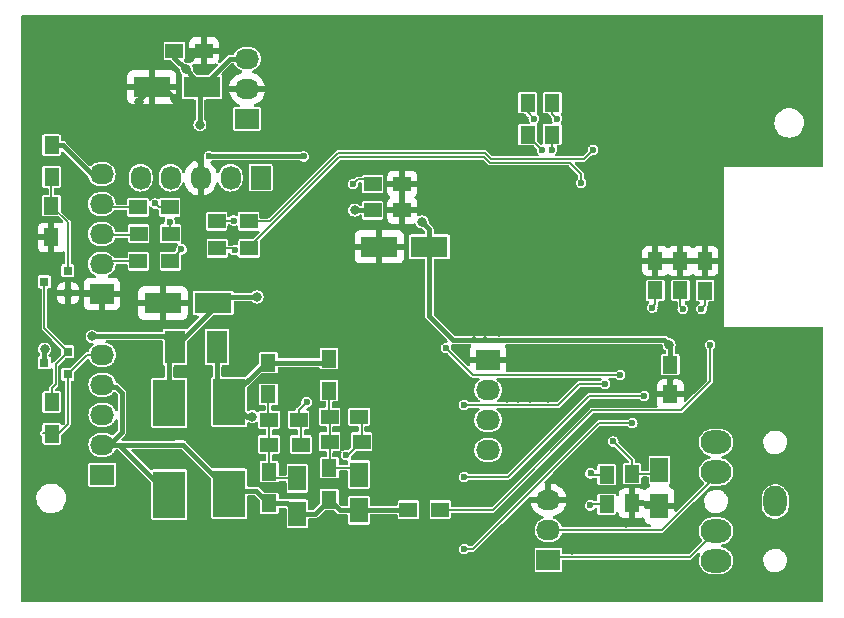
<source format=gbl>
%TF.GenerationSoftware,KiCad,Pcbnew,6.0.5-a6ca702e91~116~ubuntu20.04.1*%
%TF.CreationDate,2022-06-15T21:10:51+02:00*%
%TF.ProjectId,vwcdpic_with_BT,76776364-7069-4635-9f77-6974685f4254,rev?*%
%TF.SameCoordinates,Original*%
%TF.FileFunction,Copper,L2,Bot*%
%TF.FilePolarity,Positive*%
%FSLAX46Y46*%
G04 Gerber Fmt 4.6, Leading zero omitted, Abs format (unit mm)*
G04 Created by KiCad (PCBNEW 6.0.5-a6ca702e91~116~ubuntu20.04.1) date 2022-06-15 21:10:51*
%MOMM*%
%LPD*%
G01*
G04 APERTURE LIST*
%TA.AperFunction,ComponentPad*%
%ADD10R,2.032000X1.727200*%
%TD*%
%TA.AperFunction,ComponentPad*%
%ADD11O,2.032000X1.727200*%
%TD*%
%TA.AperFunction,ComponentPad*%
%ADD12R,1.727200X2.032000*%
%TD*%
%TA.AperFunction,ComponentPad*%
%ADD13O,1.727200X2.032000*%
%TD*%
%TA.AperFunction,ComponentPad*%
%ADD14O,2.000000X2.600000*%
%TD*%
%TA.AperFunction,ComponentPad*%
%ADD15O,2.600000X2.000000*%
%TD*%
%TA.AperFunction,SMDPad,CuDef*%
%ADD16R,1.300000X1.500000*%
%TD*%
%TA.AperFunction,SMDPad,CuDef*%
%ADD17R,1.500000X1.250000*%
%TD*%
%TA.AperFunction,SMDPad,CuDef*%
%ADD18R,1.500000X1.300000*%
%TD*%
%TA.AperFunction,SMDPad,CuDef*%
%ADD19R,1.250000X1.500000*%
%TD*%
%TA.AperFunction,SMDPad,CuDef*%
%ADD20R,1.501140X2.148840*%
%TD*%
%TA.AperFunction,SMDPad,CuDef*%
%ADD21R,1.778000X2.794000*%
%TD*%
%TA.AperFunction,SMDPad,CuDef*%
%ADD22R,2.700020X4.000500*%
%TD*%
%TA.AperFunction,SMDPad,CuDef*%
%ADD23R,0.800100X0.800100*%
%TD*%
%TA.AperFunction,SMDPad,CuDef*%
%ADD24R,3.149600X1.800860*%
%TD*%
%TA.AperFunction,ViaPad*%
%ADD25C,0.800000*%
%TD*%
%TA.AperFunction,ViaPad*%
%ADD26C,0.500000*%
%TD*%
%TA.AperFunction,ViaPad*%
%ADD27C,0.600000*%
%TD*%
%TA.AperFunction,Conductor*%
%ADD28C,0.400000*%
%TD*%
%TA.AperFunction,Conductor*%
%ADD29C,0.150000*%
%TD*%
%TA.AperFunction,Conductor*%
%ADD30C,0.200000*%
%TD*%
G04 APERTURE END LIST*
D10*
%TO.P,P3,1,Pin_1*%
%TO.N,GND*%
X95758000Y-62992000D03*
D11*
%TO.P,P3,2,Pin_2*%
%TO.N,/IN_DETECT*%
X95758000Y-65532000D03*
%TO.P,P3,3,Pin_3*%
%TO.N,/INR*%
X95758000Y-68072000D03*
%TO.P,P3,4,Pin_4*%
%TO.N,/INL*%
X95758000Y-70612000D03*
%TD*%
D12*
%TO.P,P2,1,Pin_1*%
%TO.N,/RESET*%
X76494020Y-47558210D03*
D13*
%TO.P,P2,2,Pin_2*%
%TO.N,+5V*%
X73954020Y-47558210D03*
%TO.P,P2,3,Pin_3*%
%TO.N,GND*%
X71414020Y-47558210D03*
%TO.P,P2,4,Pin_4*%
%TO.N,/PDATA*%
X68874020Y-47558210D03*
%TO.P,P2,5,Pin_5*%
%TO.N,/PCLK*%
X66334020Y-47558210D03*
%TD*%
D10*
%TO.P,P4,1,Pin_1*%
%TO.N,/MIC_IN_L_ALT*%
X100866200Y-79923000D03*
D11*
%TO.P,P4,2,Pin_2*%
%TO.N,/MIC_IN_P_ALT*%
X100866200Y-77383000D03*
%TO.P,P4,3,Pin_3*%
%TO.N,GND*%
X100866200Y-74843000D03*
%TD*%
D10*
%TO.P,J6,1,Pin_1*%
%TO.N,/AOUTL*%
X63092000Y-72714800D03*
D11*
%TO.P,J6,2,Pin_2*%
%TO.N,GNDA*%
X63092000Y-70174800D03*
%TO.P,J6,3,Pin_3*%
%TO.N,/AOUTR*%
X63092000Y-67634800D03*
%TO.P,J6,4,Pin_4*%
%TO.N,GNDA*%
X63092000Y-65094800D03*
%TO.P,J6,5,Pin_5*%
%TO.N,/12Vin*%
X63092000Y-62554800D03*
%TD*%
D14*
%TO.P,J7,1,1*%
%TO.N,/MIC_IN_N*%
X120062000Y-74970000D03*
D15*
%TO.P,J7,2,2*%
X115062000Y-79970000D03*
%TO.P,J7,3,3*%
%TO.N,/MIC_IN_L_ALT*%
X115062000Y-77470000D03*
%TO.P,J7,4,4*%
%TO.N,/MIC_IN_P_ALT*%
X115062000Y-72470000D03*
%TO.P,J7,5,5*%
%TO.N,/MIC_IN_P*%
X115062000Y-69970000D03*
%TD*%
D10*
%TO.P,J8,1,Pin_1*%
%TO.N,GND*%
X63054910Y-57408010D03*
D11*
%TO.P,J8,2,Pin_2*%
%TO.N,/Clock*%
X63054910Y-54868010D03*
%TO.P,J8,3,Pin_3*%
%TO.N,/DataIn*%
X63054910Y-52328010D03*
%TO.P,J8,4,Pin_4*%
%TO.N,/DataOut*%
X63054910Y-49788010D03*
%TO.P,J8,5,Pin_5*%
%TO.N,/CDC_ENA_12V*%
X63054910Y-47248010D03*
%TD*%
D10*
%TO.P,P1,1,Pin_1*%
%TO.N,Net-(C25-Pad1)*%
X75348510Y-42579810D03*
D11*
%TO.P,P1,2,Pin_2*%
%TO.N,GND*%
X75348510Y-40039810D03*
%TO.P,P1,3,Pin_3*%
%TO.N,+5V*%
X75348510Y-37499810D03*
%TD*%
D16*
%TO.P,R16,1*%
%TO.N,/VGNDA*%
X82290600Y-65586600D03*
%TO.P,R16,2*%
%TO.N,+12C*%
X82290600Y-62886600D03*
%TD*%
D17*
%TO.P,C18,1*%
%TO.N,/OA_A_IN_P*%
X84836000Y-67792600D03*
%TO.P,C18,2*%
%TO.N,/VGNDA*%
X82336000Y-67792600D03*
%TD*%
D18*
%TO.P,R22,1*%
%TO.N,/VGNDB*%
X77210600Y-70154800D03*
%TO.P,R22,2*%
%TO.N,/OA_B_IN_P*%
X79910600Y-70154800D03*
%TD*%
%TO.P,R24,1*%
%TO.N,/VGNDA*%
X82341400Y-69900800D03*
%TO.P,R24,2*%
%TO.N,/OA_A_IN_P*%
X85041400Y-69900800D03*
%TD*%
D19*
%TO.P,C28,1*%
%TO.N,/MIC_BIAS*%
X107952800Y-72627800D03*
%TO.P,C28,2*%
%TO.N,GND*%
X107952800Y-75127800D03*
%TD*%
D20*
%TO.P,C13,1*%
%TO.N,/VGNDA*%
X84825510Y-72703690D03*
%TO.P,C13,2*%
%TO.N,GNDA*%
X84825510Y-75705970D03*
%TD*%
D16*
%TO.P,R31,1*%
%TO.N,/LED*%
X99100800Y-43904200D03*
%TO.P,R31,2*%
%TO.N,/LED_R*%
X99100800Y-41204200D03*
%TD*%
%TO.P,R26,1*%
%TO.N,/S{slash}R*%
X101183600Y-43922000D03*
%TO.P,R26,2*%
%TO.N,/S{slash}R_R*%
X101183600Y-41222000D03*
%TD*%
D19*
%TO.P,C5,1*%
%TO.N,+BATT*%
X111190000Y-63400000D03*
%TO.P,C5,2*%
%TO.N,GND*%
X111190000Y-65900000D03*
%TD*%
D16*
%TO.P,R17,1*%
%TO.N,GNDA*%
X82316000Y-74810600D03*
%TO.P,R17,2*%
%TO.N,/VGNDA*%
X82316000Y-72110600D03*
%TD*%
D19*
%TO.P,C26,1*%
%TO.N,/MICP*%
X105793800Y-72698600D03*
%TO.P,C26,2*%
%TO.N,/MICN*%
X105793800Y-75198600D03*
%TD*%
D20*
%TO.P,C22,1*%
%TO.N,/MIC_BIAS*%
X110264200Y-72325860D03*
%TO.P,C22,2*%
%TO.N,GND*%
X110264200Y-75328140D03*
%TD*%
D21*
%TO.P,L1,1,1*%
%TO.N,+12V*%
X69264200Y-61879480D03*
%TO.P,L1,2,2*%
%TO.N,+12C*%
X72820200Y-61879480D03*
%TD*%
D22*
%TO.P,C11,1*%
%TO.N,+12C*%
X73836200Y-66548000D03*
%TO.P,C11,2*%
%TO.N,GNDA*%
X73836200Y-74325480D03*
%TD*%
%TO.P,C10,1*%
%TO.N,+12V*%
X68756200Y-66626740D03*
%TO.P,C10,2*%
%TO.N,GNDA*%
X68756200Y-74404220D03*
%TD*%
D17*
%TO.P,C17,1*%
%TO.N,/OA_B_IN_P*%
X79714400Y-68046600D03*
%TO.P,C17,2*%
%TO.N,/VGNDB*%
X77214400Y-68046600D03*
%TD*%
D18*
%TO.P,R4,1*%
%TO.N,/RX*%
X75489200Y-51241210D03*
%TO.P,R4,2*%
%TO.N,/RX_PIC*%
X72789200Y-51241210D03*
%TD*%
%TO.P,R2,1*%
%TO.N,/PCLK*%
X68889000Y-52308010D03*
%TO.P,R2,2*%
%TO.N,/DataIn*%
X66189000Y-52308010D03*
%TD*%
D16*
%TO.P,R32,1*%
%TO.N,GND*%
X58790000Y-52620000D03*
%TO.P,R32,2*%
%TO.N,Net-(Q1-Pad1)*%
X58790000Y-49920000D03*
%TD*%
D19*
%TO.P,C33,1*%
%TO.N,/VBUS*%
X109920000Y-57100000D03*
%TO.P,C33,2*%
%TO.N,GND*%
X109920000Y-54600000D03*
%TD*%
D23*
%TO.P,Q1,1,G*%
%TO.N,Net-(Q1-Pad1)*%
X60182760Y-55438000D03*
%TO.P,Q1,2,S*%
%TO.N,GND*%
X60182760Y-57338000D03*
%TO.P,Q1,3,D*%
%TO.N,Net-(Q1-Pad3)*%
X58183780Y-56388000D03*
%TD*%
D16*
%TO.P,R6,1*%
%TO.N,/VGNDB*%
X77163600Y-65913000D03*
%TO.P,R6,2*%
%TO.N,+12C*%
X77163600Y-63213000D03*
%TD*%
D20*
%TO.P,C3,1*%
%TO.N,/VGNDB*%
X79602000Y-73022460D03*
%TO.P,C3,2*%
%TO.N,GNDA*%
X79602000Y-76024740D03*
%TD*%
D18*
%TO.P,R3,1*%
%TO.N,/TX*%
X75518400Y-53552610D03*
%TO.P,R3,2*%
%TO.N,/TX_PIC*%
X72818400Y-53552610D03*
%TD*%
D17*
%TO.P,C24,1*%
%TO.N,GND*%
X88493918Y-48095902D03*
%TO.P,C24,2*%
%TO.N,/ADJ*%
X85993918Y-48095902D03*
%TD*%
D24*
%TO.P,C37,1*%
%TO.N,+12V*%
X72483980Y-58166000D03*
%TO.P,C37,2*%
%TO.N,GND*%
X68232020Y-58166000D03*
%TD*%
D16*
%TO.P,R7,1*%
%TO.N,GNDA*%
X77214400Y-75137000D03*
%TO.P,R7,2*%
%TO.N,/VGNDB*%
X77214400Y-72437000D03*
%TD*%
D17*
%TO.P,C29,1*%
%TO.N,+BATT*%
X85993918Y-50331102D03*
%TO.P,C29,2*%
%TO.N,GND*%
X88493918Y-50331102D03*
%TD*%
D24*
%TO.P,C1,1*%
%TO.N,+BATT*%
X90792968Y-53410852D03*
%TO.P,C1,2*%
%TO.N,GND*%
X86541008Y-53410852D03*
%TD*%
D18*
%TO.P,R14,1*%
%TO.N,/AGND*%
X91700000Y-75666600D03*
%TO.P,R14,2*%
%TO.N,GNDA*%
X89000000Y-75666600D03*
%TD*%
%TO.P,R1,1*%
%TO.N,/PDATA*%
X68838200Y-54619410D03*
%TO.P,R1,2*%
%TO.N,/Clock*%
X66138200Y-54619410D03*
%TD*%
%TO.P,R5,1*%
%TO.N,/GP2_PIC*%
X68812800Y-50072810D03*
%TO.P,R5,2*%
%TO.N,/DataOut*%
X66112800Y-50072810D03*
%TD*%
D24*
%TO.P,C34,1*%
%TO.N,+5V*%
X71535290Y-39881810D03*
%TO.P,C34,2*%
%TO.N,GND*%
X67283330Y-39881810D03*
%TD*%
D19*
%TO.P,C31,1*%
%TO.N,/VCC3IO*%
X114124900Y-57110000D03*
%TO.P,C31,2*%
%TO.N,GND*%
X114124900Y-54610000D03*
%TD*%
D16*
%TO.P,R29,1*%
%TO.N,/12Vin*%
X58830000Y-69250000D03*
%TO.P,R29,2*%
%TO.N,Net-(Q1-Pad3)*%
X58830000Y-66550000D03*
%TD*%
D19*
%TO.P,C32,1*%
%TO.N,/VCC3SYS*%
X112042100Y-57104600D03*
%TO.P,C32,2*%
%TO.N,GND*%
X112042100Y-54604600D03*
%TD*%
D16*
%TO.P,R30,1*%
%TO.N,/CDC_ENA_12V*%
X58800000Y-44800000D03*
%TO.P,R30,2*%
%TO.N,Net-(Q1-Pad1)*%
X58800000Y-47500000D03*
%TD*%
D17*
%TO.P,C30,1*%
%TO.N,+5V*%
X69200710Y-36808410D03*
%TO.P,C30,2*%
%TO.N,GND*%
X71700710Y-36808410D03*
%TD*%
D23*
%TO.P,Q2,1,G*%
%TO.N,Net-(Q1-Pad3)*%
X60182760Y-62296000D03*
%TO.P,Q2,2,S*%
%TO.N,/12Vin*%
X60182760Y-64196000D03*
%TO.P,Q2,3,D*%
%TO.N,+12V*%
X58183780Y-63246000D03*
%TD*%
D25*
%TO.N,+5V*%
X70196710Y-38383210D03*
X71360710Y-43077810D03*
D26*
%TO.N,GND*%
X95500000Y-77120000D03*
X101900000Y-61930000D03*
X98950000Y-79180000D03*
X103000000Y-68120000D03*
X108490000Y-63700000D03*
X94310000Y-79640000D03*
X106180000Y-44200000D03*
X81200000Y-48740000D03*
X107320000Y-45080000D03*
X110370000Y-80310000D03*
X98480000Y-67350000D03*
X109270000Y-42230000D03*
X98390000Y-72710000D03*
X96560000Y-73480000D03*
X93800000Y-69730000D03*
X108630000Y-67820000D03*
X95460000Y-61180000D03*
X97620000Y-67350000D03*
X108500000Y-64570000D03*
X98970000Y-78110000D03*
X99290000Y-66390000D03*
X112110000Y-42220000D03*
X94660000Y-54300000D03*
X113640000Y-68430000D03*
X101830000Y-70780000D03*
X95020000Y-75100000D03*
X103020000Y-61930000D03*
X90160000Y-44870000D03*
X98970000Y-77200000D03*
X112990000Y-80290000D03*
X102600000Y-45090000D03*
X78130000Y-51580000D03*
X101900000Y-63700000D03*
X112080000Y-80290000D03*
X117520000Y-68430000D03*
X119360000Y-68440000D03*
X95900000Y-60230000D03*
X97650000Y-44730000D03*
X111690000Y-68470000D03*
X97690000Y-71220000D03*
X94650000Y-53370000D03*
X97670000Y-70070000D03*
X99730000Y-64750000D03*
X106320000Y-61930000D03*
X97280000Y-76970000D03*
X96230000Y-76380000D03*
X95220000Y-79020000D03*
D25*
X107470200Y-76758500D03*
D26*
X103020000Y-63700000D03*
X99730000Y-62860000D03*
X108920000Y-68470000D03*
X114570000Y-68440000D03*
X107440000Y-63700000D03*
X109560000Y-61930000D03*
X101950000Y-82030000D03*
X95900000Y-59320000D03*
X107600000Y-80310000D03*
X101660000Y-69410000D03*
X83120000Y-44910000D03*
X121240000Y-68420000D03*
X77840000Y-49940000D03*
X99390000Y-69950000D03*
X97500000Y-72010000D03*
D25*
X70522510Y-37413610D03*
D26*
X106490000Y-65470000D03*
X102860000Y-81070000D03*
X96660000Y-77580000D03*
X95910000Y-58390000D03*
X99120000Y-71940000D03*
X108490000Y-62860000D03*
X95990000Y-47520000D03*
X103800000Y-80290000D03*
X100820000Y-66340000D03*
X105220000Y-66650000D03*
X81550000Y-48190000D03*
X98980000Y-76270000D03*
X100130000Y-72510000D03*
X93780000Y-68700000D03*
X98320000Y-63670000D03*
X104150000Y-62860000D03*
X77040000Y-50630000D03*
X114900000Y-42840000D03*
X110180000Y-42230000D03*
X122170000Y-68430000D03*
X101020000Y-82020000D03*
X99980000Y-67460000D03*
X100820000Y-67330000D03*
X93780000Y-67790000D03*
X101900000Y-64740000D03*
X99290000Y-68130000D03*
X111180000Y-42230000D03*
X98950000Y-81040000D03*
X94850000Y-77790000D03*
X93110000Y-75170000D03*
X94940000Y-76210000D03*
X93912323Y-76223439D03*
X98320000Y-66340000D03*
X77530000Y-52190000D03*
X94550000Y-61180000D03*
X102860000Y-80160000D03*
X105460000Y-45080000D03*
X120310000Y-68430000D03*
X95990000Y-78230000D03*
X96600000Y-72320000D03*
X93850000Y-62000000D03*
X101900000Y-62860000D03*
X118450000Y-68440000D03*
X106180000Y-43290000D03*
X100810000Y-65570000D03*
X100180000Y-69180000D03*
X113040000Y-42230000D03*
X96250000Y-45390000D03*
X107410000Y-42230000D03*
X100810000Y-70290000D03*
X108530000Y-80300000D03*
X103020000Y-62860000D03*
X96970000Y-75630000D03*
X107430000Y-65510000D03*
X79330000Y-48460000D03*
X106190000Y-42360000D03*
X102860000Y-82030000D03*
X108540000Y-66720000D03*
X109560000Y-62860000D03*
X94460000Y-44850000D03*
X102870000Y-79230000D03*
X94520000Y-73490000D03*
X108500000Y-65500000D03*
X79860000Y-47930000D03*
X93530000Y-44860000D03*
X84170000Y-46350000D03*
X90180000Y-46480000D03*
X85610000Y-44940000D03*
X105290000Y-67750000D03*
X115480000Y-68440000D03*
X95390000Y-44860000D03*
X94650000Y-52520000D03*
X101030000Y-71620000D03*
X98410000Y-71190000D03*
X94650000Y-55230000D03*
D25*
X69227110Y-40928810D03*
D26*
X100810000Y-64730000D03*
X109460000Y-80310000D03*
X104210000Y-44530000D03*
X96660000Y-74320000D03*
X107440000Y-62860000D03*
X93800000Y-64720000D03*
X99730000Y-65590000D03*
X110780000Y-68470000D03*
X92990000Y-46390000D03*
X98960000Y-80110000D03*
X114890000Y-44680000D03*
X100090000Y-82030000D03*
X106380000Y-66650000D03*
X99730000Y-63700000D03*
X109560000Y-63700000D03*
X94650000Y-56140000D03*
X97930000Y-74710000D03*
X114890000Y-43770000D03*
X107430000Y-64840000D03*
X82390000Y-45380000D03*
X103000000Y-69670000D03*
X104130000Y-66950000D03*
X93060000Y-76190000D03*
X99940000Y-71140000D03*
X106320000Y-63700000D03*
X105200000Y-62870000D03*
X98970000Y-75340000D03*
X94650000Y-51610000D03*
X100830000Y-68500000D03*
X97560000Y-73460000D03*
X95500000Y-73450000D03*
X78760000Y-49030000D03*
X98640000Y-62860000D03*
X94520000Y-72310000D03*
X100820000Y-63700000D03*
X81780000Y-45990000D03*
X109850000Y-68460000D03*
X105020000Y-44480000D03*
X93750000Y-71640000D03*
X86880000Y-46310000D03*
X98050000Y-65520000D03*
X104130000Y-65550000D03*
X104730000Y-80280000D03*
X98120000Y-76100000D03*
X113950000Y-42230000D03*
X95990000Y-48430000D03*
X76880000Y-52840000D03*
X105200000Y-61940000D03*
X98660000Y-74000000D03*
X116590000Y-68440000D03*
X108490000Y-61930000D03*
X97660000Y-68680000D03*
X107400000Y-66630000D03*
D25*
X66204510Y-41147410D03*
D26*
X93800000Y-70640000D03*
X107250000Y-67770000D03*
X111150000Y-80280000D03*
X104150000Y-63700000D03*
X86720000Y-44930000D03*
X94650000Y-49750000D03*
X84480000Y-44960000D03*
X112710000Y-68440000D03*
X98640000Y-61930000D03*
X96710000Y-60750000D03*
X101880000Y-67530000D03*
X94660000Y-50680000D03*
X103010000Y-64780000D03*
X106320000Y-62860000D03*
X94830000Y-46400000D03*
X104150000Y-61930000D03*
X98780000Y-64870000D03*
X98540000Y-68690000D03*
X105660000Y-80290000D03*
X96980000Y-45070000D03*
X104190000Y-68530000D03*
X93800000Y-65630000D03*
X100820000Y-61930000D03*
X94270000Y-78380000D03*
X94630000Y-57060000D03*
X93850000Y-62910000D03*
X95580000Y-46750000D03*
X99730000Y-61930000D03*
X81160000Y-46610000D03*
X101900000Y-65900000D03*
X100820000Y-62860000D03*
X107440000Y-61930000D03*
X103530000Y-45080000D03*
X95560000Y-72290000D03*
X93920000Y-46400000D03*
X91210000Y-46400000D03*
X99380000Y-73270000D03*
X102860000Y-78300000D03*
X106160000Y-67770000D03*
X108340000Y-42220000D03*
X103000000Y-66490000D03*
X98950000Y-81950000D03*
X98560000Y-70060000D03*
X95860000Y-75080000D03*
X106390000Y-45070000D03*
X94010000Y-75090000D03*
X106570000Y-80290000D03*
X97370000Y-66360000D03*
X105200000Y-63710000D03*
X123080000Y-68430000D03*
D25*
%TO.N,+12V*%
X62230000Y-60980000D03*
X76200000Y-57658000D03*
X58220000Y-62060000D03*
D27*
%TO.N,/S{slash}R_R*%
X101590000Y-42575800D03*
D25*
%TO.N,+BATT*%
X90158302Y-51296302D03*
X84449918Y-50305702D03*
X111084360Y-61685640D03*
D27*
%TO.N,/BTOUTL*%
X106934000Y-64262000D03*
X92202000Y-61976000D03*
%TO.N,/BTOUTR*%
X107960000Y-68330000D03*
X93726000Y-78994000D03*
D25*
%TO.N,+12C*%
X75792000Y-67792600D03*
D27*
%TO.N,/MIC_BIAS*%
X106346000Y-69890000D03*
%TO.N,/BTOUTRN*%
X93726000Y-72898000D03*
X108966000Y-66040000D03*
%TO.N,/BTOUTLN*%
X93726000Y-66802000D03*
X105664000Y-65024000D03*
%TO.N,/MICP*%
X104441000Y-72582400D03*
%TO.N,/MICN*%
X104415600Y-75300200D03*
%TO.N,/LED_R*%
X99634200Y-42550400D03*
%TO.N,/S{slash}R*%
X101145500Y-45192000D03*
%TO.N,/LED*%
X100330000Y-45212000D03*
%TO.N,/PCLK*%
X68803220Y-51317410D03*
%TO.N,/PDATA*%
X69793820Y-53628810D03*
%TO.N,/RX*%
X104648000Y-45212000D03*
%TO.N,/TX*%
X103632000Y-48006000D03*
%TO.N,/AGND*%
X114554000Y-61722000D03*
%TO.N,/OA_B_IN_P*%
X80393200Y-66573400D03*
%TO.N,/OA_A_IN_P*%
X83746000Y-71043800D03*
%TO.N,/TX_PIC*%
X74318898Y-53679610D03*
%TO.N,/RX_PIC*%
X74213420Y-51190410D03*
%TO.N,/GP2_PIC*%
X67584020Y-49742610D03*
%TO.N,/ADJ*%
X84322918Y-48095902D03*
%TO.N,/VBUS*%
X109654500Y-58552400D03*
%TO.N,/VCC3SYS*%
X112245300Y-58654000D03*
%TO.N,/VCC3IO*%
X113820100Y-58654000D03*
%TO.N,Net-(C2-Pad1)*%
X80160000Y-45760000D03*
X72136000Y-45720000D03*
%TD*%
D28*
%TO.N,+5V*%
X71360710Y-40056390D02*
X71535290Y-39881810D01*
X70196710Y-38383210D02*
X71535290Y-39848790D01*
X73917290Y-37499810D02*
X75348510Y-37499810D01*
X69200710Y-37387210D02*
X70196710Y-38383210D01*
X69200710Y-36808410D02*
X69200710Y-37387210D01*
X71360710Y-43077810D02*
X71360710Y-40056390D01*
X71535290Y-39848790D02*
X71535290Y-39881810D01*
X71535290Y-39881810D02*
X73917290Y-37499810D01*
D29*
%TO.N,/DataOut*%
X63322600Y-50072810D02*
X63119400Y-49869610D01*
X66112800Y-50072810D02*
X63322600Y-50072810D01*
D28*
%TO.N,GND*%
X107952800Y-76275900D02*
X107470200Y-76758500D01*
X66204510Y-40960630D02*
X67283330Y-39881810D01*
X69227110Y-40928810D02*
X69227110Y-44103810D01*
X107952800Y-75127800D02*
X107952800Y-76275900D01*
X107952800Y-75127800D02*
X110063860Y-75127800D01*
X71700710Y-36808410D02*
X71127710Y-36808410D01*
X66204510Y-41147410D02*
X66204510Y-40960630D01*
X112036700Y-54610000D02*
X112042100Y-54604600D01*
X112042100Y-54604600D02*
X114119500Y-54604600D01*
X62880381Y-57233481D02*
X63054910Y-57408010D01*
X68180110Y-39881810D02*
X67283330Y-39881810D01*
X60368519Y-57233481D02*
X62880381Y-57233481D01*
X110063860Y-75127800D02*
X110264200Y-75328140D01*
X109953900Y-54604600D02*
X109959300Y-54610000D01*
X109959300Y-54610000D02*
X112036700Y-54610000D01*
X114119500Y-54604600D02*
X114124900Y-54610000D01*
X69227110Y-44103810D02*
X71414020Y-46290720D01*
X71414020Y-46290720D02*
X71414020Y-47558210D01*
X69227110Y-40928810D02*
X68180110Y-39881810D01*
X71127710Y-36808410D02*
X70522510Y-37413610D01*
%TO.N,+12V*%
X62250000Y-60960000D02*
X62230000Y-60980000D01*
X68756200Y-66626740D02*
X68756200Y-62387480D01*
X69264200Y-61904880D02*
X68319320Y-60960000D01*
X58183780Y-62096220D02*
X58220000Y-62060000D01*
X68588880Y-62554800D02*
X69264200Y-61879480D01*
X68756200Y-62387480D02*
X69264200Y-61879480D01*
X73511080Y-57658000D02*
X69264200Y-61904880D01*
X68319320Y-60960000D02*
X62250000Y-60960000D01*
X58183780Y-63246000D02*
X58183780Y-62096220D01*
X76200000Y-57658000D02*
X73511080Y-57658000D01*
D29*
%TO.N,/S{slash}R_R*%
X101183600Y-42169400D02*
X101183600Y-41222000D01*
X101590000Y-42575800D02*
X101183600Y-42169400D01*
D28*
%TO.N,+BATT*%
X110688720Y-61290000D02*
X111084360Y-61685640D01*
X92790000Y-61290000D02*
X110688720Y-61290000D01*
X90792968Y-59292968D02*
X92790000Y-61290000D01*
X85968518Y-50305702D02*
X85993918Y-50331102D01*
X90792968Y-51930968D02*
X90158302Y-51296302D01*
X90792968Y-53410852D02*
X90792968Y-51930968D01*
X84449918Y-50305702D02*
X85968518Y-50305702D01*
X111190000Y-61791280D02*
X111084360Y-61685640D01*
X111190000Y-63400000D02*
X111190000Y-61791280D01*
X90792968Y-53410852D02*
X90792968Y-59292968D01*
D29*
%TO.N,/BTOUTL*%
X106934000Y-64262000D02*
X94488000Y-64262000D01*
X94488000Y-64262000D02*
X92202000Y-61976000D01*
%TO.N,/BTOUTR*%
X107960000Y-68330000D02*
X107950000Y-68320000D01*
X105162000Y-68320000D02*
X94488000Y-78994000D01*
X94488000Y-78994000D02*
X93726000Y-78994000D01*
X107950000Y-68320000D02*
X105162000Y-68320000D01*
D28*
%TO.N,GNDA*%
X69264200Y-70154800D02*
X69244200Y-70174800D01*
X69244200Y-70174800D02*
X63092000Y-70174800D01*
X79602000Y-76024740D02*
X81101860Y-76024740D01*
X63657800Y-70200200D02*
X63092000Y-70200200D01*
X73836200Y-74071480D02*
X76148880Y-74071480D01*
X77214400Y-75137000D02*
X78714260Y-75137000D01*
X76148880Y-74071480D02*
X77214400Y-75137000D01*
X81101860Y-76024740D02*
X82316000Y-74810600D01*
X69919520Y-70154800D02*
X69264200Y-70154800D01*
X64526780Y-70174800D02*
X68756200Y-74404220D01*
X64770000Y-69088000D02*
X63657800Y-70200200D01*
X84864880Y-75666600D02*
X84825510Y-75705970D01*
X63092000Y-70174800D02*
X64526780Y-70174800D01*
X84825510Y-75705970D02*
X83211370Y-75705970D01*
X73836200Y-74071480D02*
X69919520Y-70154800D01*
X89000000Y-75666600D02*
X84864880Y-75666600D01*
X64262000Y-65278000D02*
X64770000Y-65786000D01*
X63092000Y-65120200D02*
X63249800Y-65278000D01*
X78714260Y-75137000D02*
X79602000Y-76024740D01*
X83211370Y-75705970D02*
X82316000Y-74810600D01*
X64770000Y-65786000D02*
X64770000Y-69088000D01*
X63249800Y-65278000D02*
X64262000Y-65278000D01*
%TO.N,+12C*%
X77163600Y-63213000D02*
X81964200Y-63213000D01*
X72820200Y-65278000D02*
X73836200Y-66294000D01*
X75792000Y-67792600D02*
X75334800Y-67792600D01*
X72820200Y-61879480D02*
X72820200Y-65278000D01*
X77163600Y-63213000D02*
X76917200Y-63213000D01*
X76917200Y-63213000D02*
X73836200Y-66294000D01*
X81964200Y-63213000D02*
X82290600Y-62886600D01*
X75334800Y-67792600D02*
X73836200Y-66294000D01*
D29*
%TO.N,/DataIn*%
X63119400Y-52409610D02*
X66087400Y-52409610D01*
X66087400Y-52409610D02*
X66189000Y-52308010D01*
%TO.N,/Clock*%
X63449600Y-54619410D02*
X63119400Y-54949610D01*
X66138200Y-54619410D02*
X63449600Y-54619410D01*
%TO.N,/MIC_BIAS*%
X107952800Y-71496800D02*
X106346000Y-69890000D01*
X107952800Y-72627800D02*
X107952800Y-71496800D01*
X109962260Y-72627800D02*
X110264200Y-72325860D01*
X107952800Y-72627800D02*
X109962260Y-72627800D01*
D28*
%TO.N,/CDC_ENA_12V*%
X63050900Y-47244000D02*
X63054910Y-47248010D01*
X59740000Y-44800000D02*
X62188010Y-47248010D01*
X62188010Y-47248010D02*
X63054910Y-47248010D01*
X58800000Y-44800000D02*
X59740000Y-44800000D01*
D29*
%TO.N,/BTOUTRN*%
X104330000Y-66040000D02*
X97472000Y-72898000D01*
X108966000Y-66040000D02*
X104330000Y-66040000D01*
X97472000Y-72898000D02*
X93726000Y-72898000D01*
%TO.N,/BTOUTLN*%
X105664000Y-65024000D02*
X103492300Y-65024000D01*
X103492300Y-65024000D02*
X101714300Y-66802000D01*
X101714300Y-66802000D02*
X93726000Y-66802000D01*
D30*
%TO.N,/MICP*%
X104557200Y-72698600D02*
X104441000Y-72582400D01*
X105793800Y-72698600D02*
X104557200Y-72698600D01*
%TO.N,/MICN*%
X104517200Y-75198600D02*
X104415600Y-75300200D01*
X105793800Y-75198600D02*
X104517200Y-75198600D01*
D29*
%TO.N,/LED_R*%
X99100800Y-41204200D02*
X99100800Y-42017000D01*
X99100800Y-42017000D02*
X99634200Y-42550400D01*
%TO.N,/S{slash}R*%
X101145500Y-43960100D02*
X101183600Y-43922000D01*
X101145500Y-45192000D02*
X101145500Y-43960100D01*
%TO.N,/LED*%
X99100800Y-43982800D02*
X99100800Y-43904200D01*
X100330000Y-45212000D02*
X99100800Y-43982800D01*
%TO.N,/PCLK*%
X68803220Y-51317410D02*
X68803220Y-52222230D01*
X68803220Y-52222230D02*
X68889000Y-52308010D01*
%TO.N,/PDATA*%
X69793820Y-53663790D02*
X68838200Y-54619410D01*
%TO.N,/RX*%
X77282790Y-51241210D02*
X83058000Y-45466000D01*
X83058000Y-45466000D02*
X95504000Y-45466000D01*
X103886000Y-45974000D02*
X104648000Y-45212000D01*
X95504000Y-45466000D02*
X96012000Y-45974000D01*
X96012000Y-45974000D02*
X103886000Y-45974000D01*
X75489200Y-51241210D02*
X77282790Y-51241210D01*
%TO.N,/TX*%
X102661520Y-46273520D02*
X95887934Y-46273520D01*
X95419207Y-45804793D02*
X83142793Y-45804793D01*
X103632000Y-48006000D02*
X103632000Y-47244000D01*
X83142793Y-45804793D02*
X75518400Y-53429186D01*
X103632000Y-47244000D02*
X102661520Y-46273520D01*
X75518400Y-53429186D02*
X75518400Y-53552610D01*
X95887934Y-46273520D02*
X95419207Y-45804793D01*
%TO.N,/AGND*%
X91700000Y-75692000D02*
X96138000Y-75692000D01*
X112100000Y-67250000D02*
X114554000Y-64796000D01*
X104580000Y-67250000D02*
X112100000Y-67250000D01*
X114554000Y-64796000D02*
X114554000Y-61722000D01*
X96138000Y-75692000D02*
X104580000Y-67250000D01*
%TO.N,/VGNDB*%
X77163600Y-67995800D02*
X77214400Y-68046600D01*
X79602000Y-73022460D02*
X77799860Y-73022460D01*
X77210600Y-70154800D02*
X77210600Y-68050400D01*
X77210600Y-68050400D02*
X77214400Y-68046600D01*
X77163600Y-65913000D02*
X77163600Y-67995800D01*
X77214400Y-72437000D02*
X77214400Y-70158600D01*
X77214400Y-70158600D02*
X77210600Y-70154800D01*
X77799860Y-73022460D02*
X77214400Y-72437000D01*
%TO.N,/VGNDA*%
X82336000Y-67792600D02*
X82336000Y-69895400D01*
X82341400Y-72085200D02*
X82316000Y-72110600D01*
X82316000Y-72110600D02*
X84232420Y-72110600D01*
X82290600Y-65586600D02*
X82290600Y-67747200D01*
X84232420Y-72110600D02*
X84825510Y-72703690D01*
X82336000Y-69895400D02*
X82341400Y-69900800D01*
X82290600Y-67747200D02*
X82336000Y-67792600D01*
X82341400Y-69900800D02*
X82341400Y-72085200D01*
D30*
%TO.N,/OA_B_IN_P*%
X79910600Y-70154800D02*
X79910600Y-68242800D01*
X79910600Y-68242800D02*
X79714400Y-68046600D01*
X79714400Y-67252200D02*
X80393200Y-66573400D01*
X79714400Y-68046600D02*
X79714400Y-67252200D01*
%TO.N,/OA_A_IN_P*%
X83898400Y-71043800D02*
X85041400Y-69900800D01*
X85041400Y-69900800D02*
X85041400Y-67998000D01*
X83746000Y-71043800D02*
X83898400Y-71043800D01*
X85041400Y-67998000D02*
X84836000Y-67792600D01*
D29*
%TO.N,/TX_PIC*%
X72818400Y-53552610D02*
X74191898Y-53552610D01*
X74191898Y-53552610D02*
X74318898Y-53679610D01*
%TO.N,/RX_PIC*%
X74213420Y-51190410D02*
X72840000Y-51190410D01*
X72840000Y-51190410D02*
X72789200Y-51241210D01*
%TO.N,/GP2_PIC*%
X68812800Y-50072810D02*
X67914220Y-50072810D01*
X67914220Y-50072810D02*
X67584020Y-49742610D01*
%TO.N,/ADJ*%
X85841518Y-47689502D02*
X84729318Y-47689502D01*
X84729318Y-47689502D02*
X84322918Y-48095902D01*
%TO.N,/VBUS*%
X109654500Y-58552400D02*
X109920000Y-58286900D01*
X109920000Y-58286900D02*
X109920000Y-57100000D01*
%TO.N,/VCC3SYS*%
X112042100Y-57104600D02*
X112042100Y-58450800D01*
X112042100Y-58450800D02*
X112245300Y-58654000D01*
%TO.N,/VCC3IO*%
X114124900Y-58349200D02*
X114124900Y-57110000D01*
X113820100Y-58654000D02*
X114124900Y-58349200D01*
%TO.N,/12Vin*%
X61823960Y-62554800D02*
X60182760Y-64196000D01*
X63092000Y-62554800D02*
X61823960Y-62554800D01*
X62661800Y-62150000D02*
X63092000Y-62580200D01*
X58050000Y-69190000D02*
X59420000Y-69190000D01*
X60182760Y-68427240D02*
X60182760Y-64196000D01*
X59420000Y-69190000D02*
X60182760Y-68427240D01*
%TO.N,/MIC_IN_L_ALT*%
X100866200Y-79923000D02*
X101120200Y-79669000D01*
X101120200Y-79669000D02*
X112863000Y-79669000D01*
X112863000Y-79669000D02*
X115062000Y-77470000D01*
D28*
%TO.N,Net-(C2-Pad1)*%
X79450000Y-45720000D02*
X80160000Y-45760000D01*
X72136000Y-45720000D02*
X79450000Y-45720000D01*
D29*
%TO.N,/MIC_IN_P_ALT*%
X100866200Y-77383000D02*
X110483352Y-77383000D01*
X110483352Y-77383000D02*
X115062000Y-72804352D01*
%TO.N,Net-(Q1-Pad3)*%
X58830000Y-65380000D02*
X58830000Y-66550000D01*
X59150000Y-63328760D02*
X59150000Y-65060000D01*
X60182760Y-62296000D02*
X59150000Y-63328760D01*
X58183780Y-60297020D02*
X58183780Y-56388000D01*
X60182760Y-62296000D02*
X58183780Y-60297020D01*
X59150000Y-65060000D02*
X58830000Y-65380000D01*
%TO.N,Net-(Q1-Pad1)*%
X58790000Y-49920000D02*
X58790000Y-47510000D01*
X58790000Y-47510000D02*
X58800000Y-47500000D01*
X60182760Y-55438000D02*
X60182760Y-51312760D01*
X60182760Y-51312760D02*
X58790000Y-49920000D01*
%TD*%
%TA.AperFunction,Conductor*%
%TO.N,GND*%
G36*
X124071921Y-33812502D02*
G01*
X124118414Y-33866158D01*
X124129800Y-33918500D01*
X124129800Y-46523500D01*
X124109798Y-46591621D01*
X124056142Y-46638114D01*
X124003800Y-46649500D01*
X115757912Y-46649500D01*
X115754020Y-46651112D01*
X115746773Y-46651438D01*
X115739991Y-46648635D01*
X115731958Y-46651970D01*
X115729498Y-46657920D01*
X115734952Y-53664852D01*
X115739959Y-60097500D01*
X115736458Y-60115138D01*
X115737506Y-60115251D01*
X115734758Y-60140807D01*
X115731964Y-60141964D01*
X115728635Y-60150000D01*
X115731964Y-60158036D01*
X115737912Y-60160500D01*
X115748416Y-60160500D01*
X115750509Y-60161365D01*
X115752593Y-60160500D01*
X124003800Y-60160500D01*
X124071921Y-60180502D01*
X124118414Y-60234158D01*
X124129800Y-60286500D01*
X124129800Y-83389200D01*
X124109798Y-83457321D01*
X124056142Y-83503814D01*
X124003800Y-83515200D01*
X56336200Y-83515200D01*
X56268079Y-83495198D01*
X56221586Y-83441542D01*
X56210200Y-83389200D01*
X56210200Y-80801420D01*
X99699700Y-80801420D01*
X99708433Y-80845322D01*
X99715327Y-80855640D01*
X99715328Y-80855642D01*
X99734801Y-80884785D01*
X99741696Y-80895104D01*
X99752015Y-80901999D01*
X99781158Y-80921472D01*
X99781160Y-80921473D01*
X99791478Y-80928367D01*
X99835380Y-80937100D01*
X101897020Y-80937100D01*
X101940922Y-80928367D01*
X101951240Y-80921473D01*
X101951242Y-80921472D01*
X101980385Y-80901999D01*
X101990704Y-80895104D01*
X101997599Y-80884785D01*
X102017072Y-80855642D01*
X102017073Y-80855640D01*
X102023967Y-80845322D01*
X102032700Y-80801420D01*
X102032700Y-80020500D01*
X102052702Y-79952379D01*
X102106358Y-79905886D01*
X102158700Y-79894500D01*
X112853792Y-79894500D01*
X112860386Y-79894673D01*
X112885836Y-79896007D01*
X112885837Y-79896007D01*
X112899064Y-79896700D01*
X112917984Y-79889437D01*
X112936942Y-79883821D01*
X112943816Y-79882360D01*
X112956768Y-79879607D01*
X112967481Y-79871824D01*
X112972029Y-79869799D01*
X112976198Y-79867092D01*
X112988560Y-79862346D01*
X113002892Y-79848014D01*
X113017927Y-79835173D01*
X113023609Y-79831045D01*
X113023611Y-79831043D01*
X113034323Y-79823260D01*
X113040944Y-79811793D01*
X113049806Y-79801950D01*
X113050158Y-79802267D01*
X113055171Y-79795735D01*
X113516516Y-79334390D01*
X113578825Y-79300367D01*
X113649640Y-79305431D01*
X113706476Y-79347978D01*
X113731287Y-79414498D01*
X113722638Y-79470177D01*
X113663083Y-79619455D01*
X113654152Y-79641840D01*
X113653027Y-79647497D01*
X113653025Y-79647503D01*
X113616517Y-79831045D01*
X113612901Y-79849225D01*
X113612825Y-79855000D01*
X113612825Y-79855004D01*
X113611437Y-79961024D01*
X113610133Y-80060654D01*
X113611112Y-80066351D01*
X113611112Y-80066352D01*
X113636445Y-80213780D01*
X113645941Y-80269047D01*
X113719127Y-80467425D01*
X113722079Y-80472386D01*
X113722079Y-80472387D01*
X113743242Y-80507958D01*
X113827238Y-80649144D01*
X113966655Y-80808119D01*
X114132708Y-80939024D01*
X114137819Y-80941713D01*
X114137822Y-80941715D01*
X114192534Y-80970500D01*
X114319836Y-81037477D01*
X114521773Y-81100180D01*
X114527510Y-81100859D01*
X114689768Y-81120064D01*
X114689775Y-81120064D01*
X114693455Y-81120500D01*
X115415641Y-81120500D01*
X115572560Y-81106081D01*
X115578122Y-81104512D01*
X115578124Y-81104512D01*
X115634225Y-81088690D01*
X115776069Y-81048686D01*
X115781247Y-81046133D01*
X115781251Y-81046131D01*
X115960531Y-80957719D01*
X115965710Y-80955165D01*
X116135133Y-80828651D01*
X116278663Y-80673381D01*
X116291215Y-80653488D01*
X116388416Y-80499434D01*
X116388416Y-80499433D01*
X116391495Y-80494554D01*
X116469848Y-80298160D01*
X116470973Y-80292503D01*
X116470975Y-80292497D01*
X116509972Y-80096442D01*
X116509972Y-80096440D01*
X116511099Y-80090775D01*
X116511494Y-80060654D01*
X116512037Y-80019126D01*
X119057541Y-80019126D01*
X119087935Y-80220097D01*
X119158119Y-80410852D01*
X119161479Y-80416272D01*
X119161480Y-80416273D01*
X119261863Y-80578176D01*
X119261866Y-80578180D01*
X119265226Y-80583599D01*
X119404881Y-80731280D01*
X119571379Y-80847863D01*
X119757919Y-80928586D01*
X119790761Y-80935447D01*
X119952144Y-80969162D01*
X119952149Y-80969163D01*
X119956880Y-80970151D01*
X119961762Y-80970407D01*
X119961871Y-80970413D01*
X119961887Y-80970413D01*
X119963539Y-80970500D01*
X120112800Y-80970500D01*
X120160793Y-80965625D01*
X120257868Y-80955765D01*
X120257870Y-80955765D01*
X120264216Y-80955120D01*
X120458172Y-80894338D01*
X120635944Y-80795797D01*
X120790271Y-80663523D01*
X120801425Y-80649144D01*
X120910939Y-80507958D01*
X120914848Y-80502919D01*
X121004587Y-80320545D01*
X121016589Y-80274470D01*
X121054212Y-80130034D01*
X121054212Y-80130031D01*
X121055822Y-80123852D01*
X121066459Y-79920874D01*
X121036065Y-79719903D01*
X120965881Y-79529148D01*
X120934163Y-79477991D01*
X120862137Y-79361824D01*
X120862134Y-79361820D01*
X120858774Y-79356401D01*
X120750008Y-79241384D01*
X120723508Y-79213361D01*
X120723507Y-79213360D01*
X120719119Y-79208720D01*
X120552621Y-79092137D01*
X120366081Y-79011414D01*
X120303236Y-78998285D01*
X120171856Y-78970838D01*
X120171851Y-78970837D01*
X120167120Y-78969849D01*
X120162238Y-78969593D01*
X120162129Y-78969587D01*
X120162113Y-78969587D01*
X120160461Y-78969500D01*
X120011200Y-78969500D01*
X119963207Y-78974375D01*
X119866132Y-78984235D01*
X119866130Y-78984235D01*
X119859784Y-78984880D01*
X119665828Y-79045662D01*
X119488056Y-79144203D01*
X119333729Y-79276477D01*
X119329822Y-79281514D01*
X119329820Y-79281516D01*
X119286378Y-79337522D01*
X119209152Y-79437081D01*
X119119413Y-79619455D01*
X119117804Y-79625633D01*
X119117803Y-79625635D01*
X119070441Y-79807462D01*
X119068178Y-79816148D01*
X119057541Y-80019126D01*
X116512037Y-80019126D01*
X116513406Y-79914556D01*
X116513867Y-79879346D01*
X116512227Y-79869799D01*
X116479038Y-79676650D01*
X116479038Y-79676649D01*
X116478059Y-79670953D01*
X116404873Y-79472575D01*
X116387160Y-79442802D01*
X116299716Y-79295821D01*
X116299715Y-79295820D01*
X116296762Y-79290856D01*
X116157345Y-79131881D01*
X115991292Y-79000976D01*
X115986181Y-78998287D01*
X115986178Y-78998285D01*
X115891362Y-78948400D01*
X115804164Y-78902523D01*
X115602227Y-78839820D01*
X115602809Y-78837944D01*
X115548094Y-78808401D01*
X115513776Y-78746249D01*
X115518508Y-78675410D01*
X115560786Y-78618375D01*
X115602568Y-78597618D01*
X115630437Y-78589758D01*
X115776069Y-78548686D01*
X115781247Y-78546133D01*
X115781251Y-78546131D01*
X115960531Y-78457719D01*
X115965710Y-78455165D01*
X116135133Y-78328651D01*
X116235720Y-78219837D01*
X116274743Y-78177622D01*
X116274745Y-78177620D01*
X116278663Y-78173381D01*
X116291211Y-78153494D01*
X116388416Y-77999434D01*
X116388416Y-77999433D01*
X116391495Y-77994554D01*
X116469848Y-77798160D01*
X116470973Y-77792503D01*
X116470975Y-77792497D01*
X116509972Y-77596442D01*
X116509972Y-77596440D01*
X116511099Y-77590775D01*
X116511191Y-77583799D01*
X116513791Y-77385128D01*
X116513867Y-77379346D01*
X116478059Y-77170953D01*
X116404873Y-76972575D01*
X116385830Y-76940566D01*
X116299716Y-76795821D01*
X116299715Y-76795820D01*
X116296762Y-76790856D01*
X116157345Y-76631881D01*
X115991292Y-76500976D01*
X115986181Y-76498287D01*
X115986178Y-76498285D01*
X115873689Y-76439102D01*
X115804164Y-76402523D01*
X115602227Y-76339820D01*
X115579601Y-76337142D01*
X115434232Y-76319936D01*
X115434225Y-76319936D01*
X115430545Y-76319500D01*
X114708359Y-76319500D01*
X114551440Y-76333919D01*
X114545878Y-76335488D01*
X114545876Y-76335488D01*
X114506416Y-76346617D01*
X114347931Y-76391314D01*
X114342753Y-76393867D01*
X114342749Y-76393869D01*
X114181251Y-76473512D01*
X114158290Y-76484835D01*
X113988867Y-76611349D01*
X113896090Y-76711714D01*
X113853042Y-76758284D01*
X113845337Y-76766619D01*
X113842256Y-76771502D01*
X113760525Y-76901038D01*
X113732505Y-76945446D01*
X113654152Y-77141840D01*
X113653027Y-77147497D01*
X113653025Y-77147503D01*
X113632705Y-77249660D01*
X113612901Y-77349225D01*
X113612825Y-77355000D01*
X113612825Y-77355004D01*
X113612431Y-77385128D01*
X113610133Y-77560654D01*
X113611112Y-77566351D01*
X113611112Y-77566352D01*
X113616874Y-77599882D01*
X113645941Y-77769047D01*
X113719127Y-77967425D01*
X113722079Y-77972386D01*
X113722079Y-77972387D01*
X113801605Y-78106058D01*
X113827238Y-78149144D01*
X113831048Y-78153488D01*
X113831052Y-78153494D01*
X113860026Y-78186532D01*
X113889903Y-78250935D01*
X113880219Y-78321268D01*
X113854390Y-78358705D01*
X112806500Y-79406595D01*
X112744188Y-79440621D01*
X112717405Y-79443500D01*
X102158700Y-79443500D01*
X102090579Y-79423498D01*
X102044086Y-79369842D01*
X102032700Y-79317500D01*
X102032700Y-79044580D01*
X102023967Y-79000678D01*
X102017073Y-78990360D01*
X102017072Y-78990358D01*
X101997599Y-78961215D01*
X101990704Y-78950896D01*
X101961839Y-78931609D01*
X101951242Y-78924528D01*
X101951240Y-78924527D01*
X101940922Y-78917633D01*
X101897020Y-78908900D01*
X99835380Y-78908900D01*
X99791478Y-78917633D01*
X99781160Y-78924527D01*
X99781158Y-78924528D01*
X99770561Y-78931609D01*
X99741696Y-78950896D01*
X99734801Y-78961215D01*
X99715328Y-78990358D01*
X99715327Y-78990360D01*
X99708433Y-79000678D01*
X99699700Y-79044580D01*
X99699700Y-80801420D01*
X56210200Y-80801420D01*
X56210200Y-78988440D01*
X93270901Y-78988440D01*
X93272065Y-78997342D01*
X93272065Y-78997345D01*
X93286468Y-79107489D01*
X93286469Y-79107493D01*
X93287633Y-79116394D01*
X93294703Y-79132462D01*
X93333664Y-79221007D01*
X93339605Y-79234510D01*
X93345382Y-79241383D01*
X93345383Y-79241384D01*
X93399220Y-79305431D01*
X93422639Y-79333291D01*
X93530060Y-79404796D01*
X93617269Y-79432042D01*
X93633398Y-79437081D01*
X93653233Y-79443278D01*
X93662203Y-79443442D01*
X93662207Y-79443443D01*
X93720942Y-79444519D01*
X93782255Y-79445643D01*
X93863481Y-79423498D01*
X93898092Y-79414062D01*
X93898093Y-79414062D01*
X93906755Y-79411700D01*
X93914405Y-79407003D01*
X93914407Y-79407002D01*
X94009072Y-79348878D01*
X94009075Y-79348875D01*
X94016724Y-79344179D01*
X94026580Y-79333291D01*
X94092064Y-79260945D01*
X94152607Y-79223863D01*
X94185479Y-79219500D01*
X94478792Y-79219500D01*
X94485386Y-79219673D01*
X94510836Y-79221007D01*
X94510837Y-79221007D01*
X94524064Y-79221700D01*
X94542984Y-79214437D01*
X94561942Y-79208821D01*
X94562418Y-79208720D01*
X94581768Y-79204607D01*
X94592481Y-79196824D01*
X94597029Y-79194799D01*
X94601198Y-79192092D01*
X94613560Y-79187346D01*
X94627892Y-79173014D01*
X94642927Y-79160173D01*
X94648609Y-79156045D01*
X94648611Y-79156043D01*
X94659323Y-79148260D01*
X94665944Y-79136793D01*
X94674806Y-79126950D01*
X94675159Y-79127268D01*
X94680175Y-79120731D01*
X96922331Y-76878575D01*
X98689325Y-75111580D01*
X99368656Y-75111580D01*
X99394204Y-75233343D01*
X99397264Y-75243539D01*
X99478837Y-75450097D01*
X99483571Y-75459634D01*
X99598786Y-75649503D01*
X99605050Y-75658093D01*
X99750611Y-75825837D01*
X99758241Y-75833257D01*
X99929980Y-75974073D01*
X99938747Y-75980099D01*
X100131756Y-76089966D01*
X100141420Y-76094431D01*
X100350185Y-76170209D01*
X100360448Y-76172979D01*
X100378078Y-76176167D01*
X100441552Y-76207973D01*
X100477754Y-76269046D01*
X100475191Y-76339996D01*
X100434676Y-76398297D01*
X100392077Y-76420776D01*
X100325487Y-76440881D01*
X100149890Y-76534247D01*
X100063168Y-76604976D01*
X100000548Y-76656047D01*
X100000545Y-76656050D01*
X99995773Y-76659942D01*
X99991846Y-76664689D01*
X99991844Y-76664691D01*
X99872934Y-76808429D01*
X99872932Y-76808432D01*
X99869005Y-76813179D01*
X99774415Y-76988119D01*
X99715606Y-77178100D01*
X99694818Y-77375886D01*
X99695377Y-77382026D01*
X99711633Y-77560654D01*
X99712842Y-77573943D01*
X99768993Y-77764727D01*
X99861131Y-77940971D01*
X99985747Y-78095962D01*
X100138095Y-78223796D01*
X100143487Y-78226760D01*
X100143491Y-78226763D01*
X100306973Y-78316638D01*
X100312370Y-78319605D01*
X100501937Y-78379739D01*
X100508056Y-78380425D01*
X100508059Y-78380426D01*
X100560118Y-78386265D01*
X100656709Y-78397100D01*
X101068645Y-78397100D01*
X101071700Y-78396800D01*
X101071709Y-78396800D01*
X101139549Y-78390148D01*
X101216526Y-78382600D01*
X101222427Y-78380818D01*
X101222429Y-78380818D01*
X101383777Y-78332104D01*
X101406913Y-78325119D01*
X101582510Y-78231753D01*
X101678465Y-78153494D01*
X101731852Y-78109953D01*
X101731855Y-78109950D01*
X101736627Y-78106058D01*
X101828871Y-77994554D01*
X101859466Y-77957571D01*
X101859468Y-77957568D01*
X101863395Y-77952821D01*
X101957985Y-77777881D01*
X101982947Y-77697241D01*
X102022198Y-77638082D01*
X102087202Y-77609534D01*
X102103312Y-77608500D01*
X110474144Y-77608500D01*
X110480738Y-77608673D01*
X110506188Y-77610007D01*
X110506189Y-77610007D01*
X110519416Y-77610700D01*
X110538336Y-77603437D01*
X110557294Y-77597821D01*
X110564168Y-77596360D01*
X110577120Y-77593607D01*
X110587833Y-77585824D01*
X110592381Y-77583799D01*
X110596550Y-77581092D01*
X110608912Y-77576346D01*
X110623244Y-77562014D01*
X110638279Y-77549173D01*
X110643961Y-77545045D01*
X110643963Y-77545043D01*
X110654675Y-77537260D01*
X110661296Y-77525793D01*
X110670158Y-77515950D01*
X110670511Y-77516268D01*
X110675527Y-77509731D01*
X113166132Y-75019126D01*
X114057541Y-75019126D01*
X114087935Y-75220097D01*
X114090141Y-75226092D01*
X114090141Y-75226093D01*
X114096156Y-75242442D01*
X114158119Y-75410852D01*
X114161479Y-75416272D01*
X114161480Y-75416273D01*
X114261863Y-75578176D01*
X114261866Y-75578180D01*
X114265226Y-75583599D01*
X114269612Y-75588237D01*
X114394675Y-75720487D01*
X114404881Y-75731280D01*
X114571379Y-75847863D01*
X114757919Y-75928586D01*
X114778588Y-75932904D01*
X114952144Y-75969162D01*
X114952149Y-75969163D01*
X114956880Y-75970151D01*
X114961762Y-75970407D01*
X114961871Y-75970413D01*
X114961887Y-75970413D01*
X114963539Y-75970500D01*
X115112800Y-75970500D01*
X115182503Y-75963420D01*
X115257868Y-75955765D01*
X115257870Y-75955765D01*
X115264216Y-75955120D01*
X115458172Y-75894338D01*
X115635944Y-75795797D01*
X115790271Y-75663523D01*
X115797474Y-75654238D01*
X115885534Y-75540710D01*
X115914848Y-75502919D01*
X116003064Y-75323641D01*
X118911500Y-75323641D01*
X118925919Y-75480560D01*
X118927488Y-75486122D01*
X118927488Y-75486124D01*
X118933517Y-75507502D01*
X118983314Y-75684069D01*
X118985867Y-75689247D01*
X118985869Y-75689251D01*
X119055507Y-75830462D01*
X119076835Y-75873710D01*
X119092119Y-75894178D01*
X119192412Y-76028486D01*
X119203349Y-76043133D01*
X119257066Y-76092788D01*
X119347916Y-76176769D01*
X119358619Y-76186663D01*
X119363502Y-76189744D01*
X119486408Y-76267292D01*
X119537446Y-76299495D01*
X119719886Y-76372281D01*
X119727509Y-76375322D01*
X119733840Y-76377848D01*
X119739497Y-76378973D01*
X119739503Y-76378975D01*
X119935558Y-76417972D01*
X119935560Y-76417972D01*
X119941225Y-76419099D01*
X119947000Y-76419175D01*
X119947004Y-76419175D01*
X120053024Y-76420563D01*
X120152654Y-76421867D01*
X120158986Y-76420779D01*
X120355350Y-76387038D01*
X120355351Y-76387038D01*
X120361047Y-76386059D01*
X120559425Y-76312873D01*
X120579368Y-76301008D01*
X120736179Y-76207716D01*
X120736180Y-76207715D01*
X120741144Y-76204762D01*
X120900119Y-76065345D01*
X121031024Y-75899292D01*
X121034441Y-75892799D01*
X121108601Y-75751843D01*
X121129477Y-75712164D01*
X121192180Y-75510227D01*
X121196373Y-75474803D01*
X121212064Y-75342232D01*
X121212064Y-75342225D01*
X121212500Y-75338545D01*
X121212500Y-74616359D01*
X121198081Y-74459440D01*
X121193293Y-74442461D01*
X121162478Y-74333201D01*
X121140686Y-74255931D01*
X121136470Y-74247380D01*
X121049719Y-74071469D01*
X121047165Y-74066290D01*
X120920651Y-73896867D01*
X120814776Y-73798997D01*
X120769622Y-73757257D01*
X120769620Y-73757255D01*
X120765381Y-73753337D01*
X120714804Y-73721425D01*
X120591434Y-73643584D01*
X120591433Y-73643584D01*
X120586554Y-73640505D01*
X120390160Y-73562152D01*
X120384503Y-73561027D01*
X120384497Y-73561025D01*
X120188442Y-73522028D01*
X120188440Y-73522028D01*
X120182775Y-73520901D01*
X120177000Y-73520825D01*
X120176996Y-73520825D01*
X120070976Y-73519437D01*
X119971346Y-73518133D01*
X119965649Y-73519112D01*
X119965648Y-73519112D01*
X119768650Y-73552962D01*
X119768649Y-73552962D01*
X119762953Y-73553941D01*
X119564575Y-73627127D01*
X119559614Y-73630079D01*
X119559613Y-73630079D01*
X119406074Y-73721425D01*
X119382856Y-73735238D01*
X119223881Y-73874655D01*
X119092976Y-74040708D01*
X119090287Y-74045819D01*
X119090285Y-74045822D01*
X119065918Y-74092137D01*
X118994523Y-74227836D01*
X118959556Y-74340449D01*
X118940429Y-74402049D01*
X118931820Y-74429773D01*
X118931141Y-74435510D01*
X118913315Y-74586124D01*
X118911500Y-74601455D01*
X118911500Y-75323641D01*
X116003064Y-75323641D01*
X116004587Y-75320545D01*
X116013646Y-75285767D01*
X116054212Y-75130034D01*
X116054212Y-75130031D01*
X116055822Y-75123852D01*
X116064055Y-74966744D01*
X116066125Y-74927256D01*
X116066125Y-74927252D01*
X116066459Y-74920874D01*
X116036065Y-74719903D01*
X115965881Y-74529148D01*
X115939973Y-74487362D01*
X115862137Y-74361824D01*
X115862134Y-74361820D01*
X115858774Y-74356401D01*
X115804783Y-74299307D01*
X115723508Y-74213361D01*
X115723507Y-74213360D01*
X115719119Y-74208720D01*
X115552621Y-74092137D01*
X115366081Y-74011414D01*
X115289876Y-73995494D01*
X115171856Y-73970838D01*
X115171851Y-73970837D01*
X115167120Y-73969849D01*
X115162238Y-73969593D01*
X115162129Y-73969587D01*
X115162113Y-73969587D01*
X115160461Y-73969500D01*
X115011200Y-73969500D01*
X114963207Y-73974375D01*
X114866132Y-73984235D01*
X114866130Y-73984235D01*
X114859784Y-73984880D01*
X114665828Y-74045662D01*
X114660239Y-74048760D01*
X114636963Y-74061662D01*
X114488056Y-74144203D01*
X114483208Y-74148359D01*
X114483207Y-74148359D01*
X114466150Y-74162978D01*
X114333729Y-74276477D01*
X114329822Y-74281514D01*
X114329820Y-74281516D01*
X114293548Y-74328278D01*
X114209152Y-74437081D01*
X114119413Y-74619455D01*
X114117804Y-74625633D01*
X114117803Y-74625635D01*
X114071618Y-74802943D01*
X114068178Y-74816148D01*
X114065244Y-74872129D01*
X114058126Y-75007967D01*
X114057541Y-75019126D01*
X113166132Y-75019126D01*
X114535163Y-73650095D01*
X114597475Y-73616069D01*
X114639067Y-73614063D01*
X114651148Y-73615493D01*
X114693455Y-73620500D01*
X115415641Y-73620500D01*
X115572560Y-73606081D01*
X115578122Y-73604512D01*
X115578124Y-73604512D01*
X115640100Y-73587033D01*
X115776069Y-73548686D01*
X115781247Y-73546133D01*
X115781251Y-73546131D01*
X115960531Y-73457719D01*
X115965710Y-73455165D01*
X116107242Y-73349478D01*
X116130509Y-73332104D01*
X116130510Y-73332103D01*
X116135133Y-73328651D01*
X116252374Y-73201820D01*
X116274743Y-73177622D01*
X116274745Y-73177620D01*
X116278663Y-73173381D01*
X116291834Y-73152507D01*
X116388416Y-72999434D01*
X116388416Y-72999433D01*
X116391495Y-72994554D01*
X116469848Y-72798160D01*
X116470973Y-72792503D01*
X116470975Y-72792497D01*
X116509972Y-72596442D01*
X116509972Y-72596440D01*
X116511099Y-72590775D01*
X116511282Y-72576840D01*
X116512971Y-72447811D01*
X116513867Y-72379346D01*
X116504665Y-72325794D01*
X116479038Y-72176650D01*
X116479038Y-72176649D01*
X116478059Y-72170953D01*
X116404873Y-71972575D01*
X116385140Y-71939407D01*
X116299716Y-71795821D01*
X116299715Y-71795820D01*
X116296762Y-71790856D01*
X116157345Y-71631881D01*
X115991292Y-71500976D01*
X115986181Y-71498287D01*
X115986178Y-71498285D01*
X115829751Y-71415985D01*
X115804164Y-71402523D01*
X115602227Y-71339820D01*
X115602809Y-71337944D01*
X115548094Y-71308401D01*
X115513776Y-71246249D01*
X115518508Y-71175410D01*
X115560786Y-71118375D01*
X115602568Y-71097618D01*
X115650499Y-71084100D01*
X115776069Y-71048686D01*
X115781247Y-71046133D01*
X115781251Y-71046131D01*
X115960531Y-70957719D01*
X115965710Y-70955165D01*
X116135133Y-70828651D01*
X116242330Y-70712686D01*
X116274743Y-70677622D01*
X116274745Y-70677620D01*
X116278663Y-70673381D01*
X116291215Y-70653488D01*
X116388416Y-70499434D01*
X116388416Y-70499433D01*
X116391495Y-70494554D01*
X116469848Y-70298160D01*
X116470973Y-70292503D01*
X116470975Y-70292497D01*
X116509972Y-70096442D01*
X116509972Y-70096440D01*
X116511099Y-70090775D01*
X116511494Y-70060654D01*
X116512037Y-70019126D01*
X119057541Y-70019126D01*
X119087935Y-70220097D01*
X119158119Y-70410852D01*
X119161479Y-70416272D01*
X119161480Y-70416273D01*
X119261863Y-70578176D01*
X119261866Y-70578180D01*
X119265226Y-70583599D01*
X119269612Y-70588237D01*
X119387298Y-70712686D01*
X119404881Y-70731280D01*
X119571379Y-70847863D01*
X119757919Y-70928586D01*
X119790761Y-70935447D01*
X119952144Y-70969162D01*
X119952149Y-70969163D01*
X119956880Y-70970151D01*
X119961762Y-70970407D01*
X119961871Y-70970413D01*
X119961887Y-70970413D01*
X119963539Y-70970500D01*
X120112800Y-70970500D01*
X120160793Y-70965625D01*
X120257868Y-70955765D01*
X120257870Y-70955765D01*
X120264216Y-70955120D01*
X120458172Y-70894338D01*
X120635944Y-70795797D01*
X120790271Y-70663523D01*
X120801425Y-70649144D01*
X120894984Y-70528527D01*
X120914848Y-70502919D01*
X120995369Y-70339278D01*
X121001769Y-70326272D01*
X121004587Y-70320545D01*
X121016589Y-70274470D01*
X121054212Y-70130034D01*
X121054212Y-70130031D01*
X121055822Y-70123852D01*
X121062130Y-70003489D01*
X121066125Y-69927256D01*
X121066125Y-69927252D01*
X121066459Y-69920874D01*
X121036065Y-69719903D01*
X120965881Y-69529148D01*
X120941596Y-69489980D01*
X120862137Y-69361824D01*
X120862134Y-69361820D01*
X120858774Y-69356401D01*
X120769861Y-69262378D01*
X120723508Y-69213361D01*
X120723507Y-69213360D01*
X120719119Y-69208720D01*
X120552621Y-69092137D01*
X120366081Y-69011414D01*
X120303236Y-68998285D01*
X120171856Y-68970838D01*
X120171851Y-68970837D01*
X120167120Y-68969849D01*
X120162238Y-68969593D01*
X120162129Y-68969587D01*
X120162113Y-68969587D01*
X120160461Y-68969500D01*
X120011200Y-68969500D01*
X119963944Y-68974300D01*
X119866132Y-68984235D01*
X119866130Y-68984235D01*
X119859784Y-68984880D01*
X119665828Y-69045662D01*
X119488056Y-69144203D01*
X119483208Y-69148359D01*
X119483207Y-69148359D01*
X119473624Y-69156573D01*
X119333729Y-69276477D01*
X119329822Y-69281514D01*
X119329820Y-69281516D01*
X119286033Y-69337966D01*
X119209152Y-69437081D01*
X119119413Y-69619455D01*
X119117804Y-69625633D01*
X119117803Y-69625635D01*
X119071042Y-69805154D01*
X119068178Y-69816148D01*
X119066742Y-69843558D01*
X119057894Y-70012394D01*
X119057541Y-70019126D01*
X116512037Y-70019126D01*
X116512681Y-69969900D01*
X116513867Y-69879346D01*
X116506792Y-69838172D01*
X116479038Y-69676650D01*
X116479038Y-69676649D01*
X116478059Y-69670953D01*
X116404873Y-69472575D01*
X116391924Y-69450809D01*
X116299716Y-69295821D01*
X116299715Y-69295820D01*
X116296762Y-69290856D01*
X116157345Y-69131881D01*
X115991292Y-69000976D01*
X115986181Y-68998287D01*
X115986178Y-68998285D01*
X115829329Y-68915763D01*
X115804164Y-68902523D01*
X115602227Y-68839820D01*
X115587801Y-68838113D01*
X115434232Y-68819936D01*
X115434225Y-68819936D01*
X115430545Y-68819500D01*
X114708359Y-68819500D01*
X114551440Y-68833919D01*
X114545878Y-68835488D01*
X114545876Y-68835488D01*
X114522425Y-68842102D01*
X114347931Y-68891314D01*
X114342753Y-68893867D01*
X114342749Y-68893869D01*
X114188731Y-68969823D01*
X114158290Y-68984835D01*
X114153662Y-68988291D01*
X113995211Y-69106612D01*
X113988867Y-69111349D01*
X113929844Y-69175200D01*
X113864291Y-69246115D01*
X113845337Y-69266619D01*
X113842256Y-69271502D01*
X113780154Y-69369928D01*
X113732505Y-69445446D01*
X113654152Y-69641840D01*
X113653027Y-69647497D01*
X113653025Y-69647503D01*
X113614845Y-69839452D01*
X113612901Y-69849225D01*
X113612825Y-69855000D01*
X113612825Y-69855004D01*
X113612186Y-69903838D01*
X113610133Y-70060654D01*
X113611112Y-70066351D01*
X113611112Y-70066352D01*
X113636445Y-70213780D01*
X113645941Y-70269047D01*
X113719127Y-70467425D01*
X113722079Y-70472386D01*
X113722079Y-70472387D01*
X113817710Y-70633128D01*
X113827238Y-70649144D01*
X113966655Y-70808119D01*
X114132708Y-70939024D01*
X114137819Y-70941713D01*
X114137822Y-70941715D01*
X114192534Y-70970500D01*
X114319836Y-71037477D01*
X114469987Y-71084100D01*
X114521773Y-71100180D01*
X114521191Y-71102056D01*
X114575906Y-71131599D01*
X114610224Y-71193751D01*
X114605492Y-71264590D01*
X114563214Y-71321625D01*
X114521432Y-71342382D01*
X114347931Y-71391314D01*
X114342753Y-71393867D01*
X114342749Y-71393869D01*
X114207123Y-71460753D01*
X114158290Y-71484835D01*
X114104350Y-71525114D01*
X114032863Y-71578496D01*
X113988867Y-71611349D01*
X113845337Y-71766619D01*
X113842256Y-71771502D01*
X113830045Y-71790856D01*
X113732505Y-71945446D01*
X113721682Y-71972575D01*
X113656946Y-72134838D01*
X113654152Y-72141840D01*
X113653027Y-72147497D01*
X113653025Y-72147503D01*
X113615295Y-72337188D01*
X113612901Y-72349225D01*
X113612825Y-72355000D01*
X113612825Y-72355004D01*
X113611697Y-72441209D01*
X113610133Y-72560654D01*
X113611112Y-72566351D01*
X113611112Y-72566352D01*
X113625163Y-72648122D01*
X113645941Y-72769047D01*
X113719127Y-72967425D01*
X113722079Y-72972386D01*
X113722079Y-72972387D01*
X113793276Y-73092058D01*
X113827238Y-73149144D01*
X113966655Y-73308119D01*
X114007778Y-73340538D01*
X114048890Y-73398417D01*
X114052184Y-73469337D01*
X114018867Y-73528579D01*
X112252807Y-75294640D01*
X111737865Y-75809582D01*
X111675553Y-75843608D01*
X111604738Y-75838543D01*
X111547902Y-75795996D01*
X111523091Y-75729476D01*
X111522770Y-75720487D01*
X111522770Y-75600255D01*
X111518295Y-75585016D01*
X111516905Y-75583811D01*
X111509222Y-75582140D01*
X109091630Y-75582140D01*
X109023509Y-75562138D01*
X108977016Y-75508482D01*
X108965630Y-75456140D01*
X108965630Y-75399915D01*
X108961155Y-75384676D01*
X108959765Y-75383471D01*
X108952082Y-75381800D01*
X108224915Y-75381800D01*
X108209676Y-75386275D01*
X108208471Y-75387665D01*
X108206800Y-75395348D01*
X108206800Y-76367684D01*
X108211275Y-76382923D01*
X108212665Y-76384128D01*
X108220348Y-76385799D01*
X108622469Y-76385799D01*
X108629290Y-76385429D01*
X108680152Y-76379905D01*
X108695404Y-76376279D01*
X108815855Y-76331124D01*
X108819118Y-76329337D01*
X108822726Y-76328548D01*
X108824262Y-76327972D01*
X108824345Y-76328194D01*
X108888475Y-76314166D01*
X108955024Y-76338900D01*
X108997636Y-76395687D01*
X109005631Y-76439855D01*
X109005631Y-76447229D01*
X109006001Y-76454050D01*
X109011525Y-76504912D01*
X109015151Y-76520164D01*
X109060306Y-76640614D01*
X109068844Y-76656209D01*
X109145345Y-76758284D01*
X109157906Y-76770845D01*
X109259981Y-76847346D01*
X109275576Y-76855884D01*
X109396024Y-76901038D01*
X109411279Y-76904665D01*
X109425746Y-76906237D01*
X109491308Y-76933479D01*
X109531734Y-76991842D01*
X109534189Y-77062796D01*
X109497894Y-77123814D01*
X109434372Y-77155523D01*
X109412138Y-77157500D01*
X102103648Y-77157500D01*
X102035527Y-77137498D01*
X101989034Y-77083842D01*
X101982775Y-77067076D01*
X101965149Y-77007189D01*
X101965146Y-77007181D01*
X101963407Y-77001273D01*
X101871269Y-76825029D01*
X101746653Y-76670038D01*
X101594305Y-76542204D01*
X101588913Y-76539240D01*
X101588909Y-76539237D01*
X101425427Y-76449362D01*
X101420030Y-76446395D01*
X101333132Y-76418830D01*
X101274249Y-76379167D01*
X101246156Y-76313965D01*
X101257773Y-76243925D01*
X101305413Y-76191285D01*
X101339576Y-76176769D01*
X101470671Y-76142743D01*
X101480708Y-76139208D01*
X101683208Y-76047989D01*
X101692494Y-76042820D01*
X101876730Y-75918785D01*
X101885016Y-75912124D01*
X102045720Y-75758820D01*
X102052769Y-75750852D01*
X102185344Y-75572664D01*
X102190943Y-75563634D01*
X102291602Y-75365653D01*
X102295605Y-75355792D01*
X102314594Y-75294640D01*
X103960501Y-75294640D01*
X103961665Y-75303542D01*
X103961665Y-75303545D01*
X103976068Y-75413689D01*
X103976069Y-75413693D01*
X103977233Y-75422594D01*
X103980850Y-75430814D01*
X104017749Y-75514673D01*
X104029205Y-75540710D01*
X104034982Y-75547583D01*
X104034983Y-75547584D01*
X104090391Y-75613500D01*
X104112239Y-75639491D01*
X104219660Y-75710996D01*
X104342833Y-75749478D01*
X104351803Y-75749642D01*
X104351807Y-75749643D01*
X104410542Y-75750719D01*
X104471855Y-75751843D01*
X104564301Y-75726639D01*
X104587692Y-75720262D01*
X104587693Y-75720262D01*
X104596355Y-75717900D01*
X104604005Y-75713203D01*
X104604007Y-75713202D01*
X104698672Y-75655078D01*
X104698675Y-75655075D01*
X104706324Y-75650379D01*
X104716180Y-75639491D01*
X104776668Y-75572664D01*
X104792922Y-75554707D01*
X104793526Y-75555254D01*
X104842519Y-75514673D01*
X104913001Y-75506134D01*
X104976910Y-75537056D01*
X105013956Y-75597621D01*
X105018300Y-75630422D01*
X105018300Y-75963420D01*
X105027033Y-76007322D01*
X105033927Y-76017640D01*
X105033928Y-76017642D01*
X105049141Y-76040409D01*
X105060296Y-76057104D01*
X105070615Y-76063999D01*
X105099758Y-76083472D01*
X105099760Y-76083473D01*
X105110078Y-76090367D01*
X105153980Y-76099100D01*
X106433620Y-76099100D01*
X106477522Y-76090367D01*
X106487840Y-76083473D01*
X106487842Y-76083472D01*
X106516985Y-76063999D01*
X106527304Y-76057104D01*
X106538459Y-76040409D01*
X106553672Y-76017642D01*
X106553673Y-76017640D01*
X106560567Y-76007322D01*
X106569300Y-75963420D01*
X106569300Y-75946509D01*
X106589302Y-75878388D01*
X106642958Y-75831895D01*
X106713232Y-75821791D01*
X106777812Y-75851285D01*
X106816196Y-75911011D01*
X106820563Y-75932904D01*
X106825695Y-75980152D01*
X106829321Y-75995404D01*
X106874476Y-76115854D01*
X106883014Y-76131449D01*
X106959515Y-76233524D01*
X106972076Y-76246085D01*
X107074151Y-76322586D01*
X107089746Y-76331124D01*
X107210194Y-76376278D01*
X107225449Y-76379905D01*
X107276314Y-76385431D01*
X107283128Y-76385800D01*
X107680685Y-76385800D01*
X107695924Y-76381325D01*
X107697129Y-76379935D01*
X107698800Y-76372252D01*
X107698800Y-73887916D01*
X107694325Y-73872677D01*
X107692935Y-73871472D01*
X107685252Y-73869801D01*
X107283131Y-73869801D01*
X107276310Y-73870171D01*
X107225448Y-73875695D01*
X107210196Y-73879321D01*
X107089746Y-73924476D01*
X107074151Y-73933014D01*
X106972076Y-74009515D01*
X106959515Y-74022076D01*
X106883014Y-74124151D01*
X106874476Y-74139746D01*
X106829322Y-74260194D01*
X106825695Y-74275449D01*
X106820169Y-74326314D01*
X106819800Y-74333128D01*
X106819800Y-74418550D01*
X106799798Y-74486671D01*
X106746142Y-74533164D01*
X106675868Y-74543268D01*
X106611288Y-74513774D01*
X106572904Y-74454048D01*
X106569300Y-74435496D01*
X106569300Y-74433780D01*
X106560567Y-74389878D01*
X106553673Y-74379560D01*
X106553672Y-74379558D01*
X106534199Y-74350415D01*
X106527304Y-74340096D01*
X106506678Y-74326314D01*
X106487842Y-74313728D01*
X106487840Y-74313727D01*
X106477522Y-74306833D01*
X106433620Y-74298100D01*
X105153980Y-74298100D01*
X105110078Y-74306833D01*
X105099760Y-74313727D01*
X105099758Y-74313728D01*
X105080922Y-74326314D01*
X105060296Y-74340096D01*
X105053401Y-74350415D01*
X105033928Y-74379558D01*
X105033927Y-74379560D01*
X105027033Y-74389878D01*
X105018300Y-74433780D01*
X105018300Y-74822100D01*
X104998298Y-74890221D01*
X104944642Y-74936714D01*
X104892300Y-74948100D01*
X104737973Y-74948100D01*
X104669441Y-74927833D01*
X104668551Y-74927256D01*
X104606506Y-74887041D01*
X104597911Y-74884471D01*
X104597910Y-74884470D01*
X104491474Y-74852638D01*
X104491472Y-74852638D01*
X104482873Y-74850066D01*
X104473898Y-74850011D01*
X104473897Y-74850011D01*
X104419241Y-74849677D01*
X104353831Y-74849278D01*
X104294972Y-74866100D01*
X104238386Y-74882272D01*
X104238384Y-74882273D01*
X104229755Y-74884739D01*
X104222165Y-74889528D01*
X104158920Y-74929433D01*
X104120619Y-74953599D01*
X104114676Y-74960328D01*
X104114675Y-74960329D01*
X104078067Y-75001780D01*
X104035196Y-75050322D01*
X104031382Y-75058445D01*
X104031381Y-75058447D01*
X104016562Y-75090011D01*
X103980354Y-75167132D01*
X103978974Y-75175998D01*
X103961882Y-75285767D01*
X103961882Y-75285771D01*
X103960501Y-75294640D01*
X102314594Y-75294640D01*
X102361463Y-75143699D01*
X102363748Y-75133304D01*
X102366180Y-75114959D01*
X102363983Y-75100792D01*
X102350799Y-75097000D01*
X99383712Y-75097000D01*
X99370181Y-75100973D01*
X99368656Y-75111580D01*
X98689325Y-75111580D01*
X99201438Y-74599467D01*
X99263749Y-74565442D01*
X99334564Y-74570507D01*
X99347016Y-74579052D01*
X99381601Y-74589000D01*
X100594085Y-74589000D01*
X100609324Y-74584525D01*
X100610529Y-74583135D01*
X100612200Y-74575452D01*
X100612200Y-74570885D01*
X101120200Y-74570885D01*
X101124675Y-74586124D01*
X101126065Y-74587329D01*
X101133748Y-74589000D01*
X102348688Y-74589000D01*
X102362219Y-74585027D01*
X102363744Y-74574420D01*
X102338196Y-74452657D01*
X102335136Y-74442461D01*
X102253563Y-74235903D01*
X102248829Y-74226366D01*
X102133614Y-74036497D01*
X102127350Y-74027907D01*
X101981789Y-73860163D01*
X101974159Y-73852743D01*
X101802420Y-73711927D01*
X101793653Y-73705901D01*
X101600644Y-73596034D01*
X101590980Y-73591569D01*
X101382215Y-73515791D01*
X101371948Y-73513020D01*
X101152230Y-73473289D01*
X101144000Y-73472354D01*
X101136301Y-73471991D01*
X101123076Y-73475875D01*
X101121871Y-73477265D01*
X101120200Y-73484948D01*
X101120200Y-74570885D01*
X100612200Y-74570885D01*
X100612200Y-73493177D01*
X100607890Y-73478499D01*
X100603887Y-73477804D01*
X100540191Y-73446446D01*
X100503559Y-73385630D01*
X100505623Y-73314663D01*
X100536341Y-73264565D01*
X101224066Y-72576840D01*
X103985901Y-72576840D01*
X103987065Y-72585742D01*
X103987065Y-72585745D01*
X104001468Y-72695889D01*
X104001469Y-72695893D01*
X104002633Y-72704794D01*
X104054605Y-72822910D01*
X104060382Y-72829783D01*
X104060383Y-72829784D01*
X104096964Y-72873302D01*
X104137639Y-72921691D01*
X104245060Y-72993196D01*
X104332115Y-73020394D01*
X104358426Y-73028614D01*
X104368233Y-73031678D01*
X104377203Y-73031842D01*
X104377207Y-73031843D01*
X104435942Y-73032919D01*
X104497255Y-73034043D01*
X104604560Y-73004788D01*
X104613092Y-73002462D01*
X104613093Y-73002462D01*
X104621755Y-73000100D01*
X104629405Y-72995403D01*
X104629407Y-72995402D01*
X104674483Y-72967725D01*
X104740411Y-72949100D01*
X104892300Y-72949100D01*
X104960421Y-72969102D01*
X105006914Y-73022758D01*
X105018300Y-73075100D01*
X105018300Y-73463420D01*
X105027033Y-73507322D01*
X105033927Y-73517640D01*
X105033928Y-73517642D01*
X105041445Y-73528892D01*
X105060296Y-73557104D01*
X105070615Y-73563999D01*
X105099758Y-73583472D01*
X105099760Y-73583473D01*
X105110078Y-73590367D01*
X105153980Y-73599100D01*
X106433620Y-73599100D01*
X106477522Y-73590367D01*
X106487840Y-73583473D01*
X106487842Y-73583472D01*
X106516985Y-73563999D01*
X106527304Y-73557104D01*
X106546155Y-73528892D01*
X106553672Y-73517642D01*
X106553673Y-73517640D01*
X106560567Y-73507322D01*
X106569300Y-73463420D01*
X106569300Y-71933780D01*
X106560567Y-71889878D01*
X106553673Y-71879560D01*
X106553672Y-71879558D01*
X106534199Y-71850415D01*
X106527304Y-71840096D01*
X106516147Y-71832641D01*
X106487842Y-71813728D01*
X106487840Y-71813727D01*
X106477522Y-71806833D01*
X106433620Y-71798100D01*
X105153980Y-71798100D01*
X105110078Y-71806833D01*
X105099760Y-71813727D01*
X105099758Y-71813728D01*
X105071453Y-71832641D01*
X105060296Y-71840096D01*
X105053401Y-71850415D01*
X105033928Y-71879558D01*
X105033927Y-71879560D01*
X105027033Y-71889878D01*
X105018300Y-71933780D01*
X105018300Y-72222931D01*
X104998298Y-72291052D01*
X104944642Y-72337545D01*
X104874368Y-72347649D01*
X104809788Y-72318155D01*
X104796850Y-72305182D01*
X104754634Y-72256188D01*
X104746050Y-72246225D01*
X104746049Y-72246224D01*
X104740193Y-72239428D01*
X104631906Y-72169241D01*
X104623311Y-72166671D01*
X104623310Y-72166670D01*
X104516874Y-72134838D01*
X104516872Y-72134838D01*
X104508273Y-72132266D01*
X104499298Y-72132211D01*
X104499297Y-72132211D01*
X104444641Y-72131877D01*
X104379231Y-72131478D01*
X104317193Y-72149209D01*
X104263786Y-72164472D01*
X104263784Y-72164473D01*
X104255155Y-72166939D01*
X104247565Y-72171728D01*
X104187176Y-72209831D01*
X104146019Y-72235799D01*
X104140076Y-72242528D01*
X104140075Y-72242529D01*
X104073285Y-72318155D01*
X104060596Y-72332522D01*
X104056782Y-72340645D01*
X104056781Y-72340647D01*
X104055009Y-72344421D01*
X104005754Y-72449332D01*
X103996626Y-72507958D01*
X103987282Y-72567967D01*
X103987282Y-72567971D01*
X103985901Y-72576840D01*
X101224066Y-72576840D01*
X103916465Y-69884440D01*
X105890901Y-69884440D01*
X105892065Y-69893342D01*
X105892065Y-69893345D01*
X105906468Y-70003489D01*
X105906469Y-70003493D01*
X105907633Y-70012394D01*
X105911250Y-70020614D01*
X105953869Y-70117473D01*
X105959605Y-70130510D01*
X105965382Y-70137383D01*
X105965383Y-70137384D01*
X105996016Y-70173826D01*
X106042639Y-70229291D01*
X106050116Y-70234268D01*
X106137593Y-70292497D01*
X106150060Y-70300796D01*
X106273233Y-70339278D01*
X106282203Y-70339442D01*
X106282207Y-70339443D01*
X106393281Y-70341479D01*
X106393284Y-70341479D01*
X106402255Y-70341643D01*
X106408997Y-70339805D01*
X106478081Y-70351073D01*
X106512678Y-70375583D01*
X107649300Y-71512205D01*
X107683326Y-71574517D01*
X107678261Y-71645332D01*
X107635714Y-71702168D01*
X107569194Y-71726979D01*
X107560205Y-71727300D01*
X107312980Y-71727300D01*
X107269078Y-71736033D01*
X107258760Y-71742927D01*
X107258758Y-71742928D01*
X107229615Y-71762401D01*
X107219296Y-71769296D01*
X107212401Y-71779615D01*
X107192928Y-71808758D01*
X107192927Y-71808760D01*
X107186033Y-71819078D01*
X107177300Y-71862980D01*
X107177300Y-73392620D01*
X107186033Y-73436522D01*
X107192927Y-73446840D01*
X107192928Y-73446842D01*
X107212401Y-73475985D01*
X107219296Y-73486304D01*
X107229615Y-73493199D01*
X107258758Y-73512672D01*
X107258760Y-73512673D01*
X107269078Y-73519567D01*
X107312980Y-73528300D01*
X108592620Y-73528300D01*
X108636522Y-73519567D01*
X108646840Y-73512673D01*
X108646842Y-73512672D01*
X108675985Y-73493199D01*
X108686304Y-73486304D01*
X108693199Y-73475985D01*
X108712672Y-73446842D01*
X108712673Y-73446840D01*
X108719567Y-73436522D01*
X108728300Y-73392620D01*
X108728300Y-72979300D01*
X108748302Y-72911179D01*
X108801958Y-72864686D01*
X108854300Y-72853300D01*
X109237130Y-72853300D01*
X109305251Y-72873302D01*
X109351744Y-72926958D01*
X109363130Y-72979300D01*
X109363130Y-73415100D01*
X109371863Y-73459002D01*
X109378757Y-73469320D01*
X109378758Y-73469322D01*
X109396017Y-73495151D01*
X109405126Y-73508784D01*
X109415445Y-73515679D01*
X109434554Y-73528447D01*
X109480082Y-73582923D01*
X109488931Y-73653366D01*
X109458290Y-73717411D01*
X109402670Y-73750461D01*
X109403423Y-73752468D01*
X109275576Y-73800396D01*
X109259981Y-73808934D01*
X109157906Y-73885435D01*
X109145346Y-73897995D01*
X109091208Y-73970232D01*
X109034349Y-74012748D01*
X108963530Y-74017774D01*
X108914816Y-73995494D01*
X108831449Y-73933014D01*
X108815854Y-73924476D01*
X108695406Y-73879322D01*
X108680151Y-73875695D01*
X108629286Y-73870169D01*
X108622472Y-73869800D01*
X108224915Y-73869800D01*
X108209676Y-73874275D01*
X108208471Y-73875665D01*
X108206800Y-73883348D01*
X108206800Y-74855685D01*
X108211275Y-74870924D01*
X108212665Y-74872129D01*
X108220348Y-74873800D01*
X108999800Y-74873800D01*
X109067921Y-74893802D01*
X109114414Y-74947458D01*
X109125800Y-74999800D01*
X109125800Y-75056025D01*
X109130275Y-75071264D01*
X109131665Y-75072469D01*
X109139348Y-75074140D01*
X111504654Y-75074140D01*
X111519893Y-75069665D01*
X111521098Y-75068275D01*
X111522769Y-75060592D01*
X111522769Y-74209051D01*
X111522399Y-74202230D01*
X111516875Y-74151368D01*
X111513249Y-74136116D01*
X111468094Y-74015666D01*
X111459556Y-74000071D01*
X111383055Y-73897996D01*
X111370494Y-73885435D01*
X111268419Y-73808934D01*
X111252824Y-73800396D01*
X111124977Y-73752468D01*
X111125666Y-73750631D01*
X111073061Y-73720584D01*
X111040236Y-73657632D01*
X111046656Y-73586926D01*
X111093846Y-73528447D01*
X111112955Y-73515679D01*
X111123274Y-73508784D01*
X111132383Y-73495151D01*
X111149642Y-73469322D01*
X111149643Y-73469320D01*
X111156537Y-73459002D01*
X111165270Y-73415100D01*
X111165270Y-71236620D01*
X111156537Y-71192718D01*
X111149643Y-71182400D01*
X111149642Y-71182398D01*
X111130169Y-71153255D01*
X111123274Y-71142936D01*
X111106307Y-71131599D01*
X111083812Y-71116568D01*
X111083810Y-71116567D01*
X111073492Y-71109673D01*
X111029590Y-71100940D01*
X109498810Y-71100940D01*
X109454908Y-71109673D01*
X109444590Y-71116567D01*
X109444588Y-71116568D01*
X109422093Y-71131599D01*
X109405126Y-71142936D01*
X109398231Y-71153255D01*
X109378758Y-71182398D01*
X109378757Y-71182400D01*
X109371863Y-71192718D01*
X109363130Y-71236620D01*
X109363130Y-72276300D01*
X109343128Y-72344421D01*
X109289472Y-72390914D01*
X109237130Y-72402300D01*
X108854300Y-72402300D01*
X108786179Y-72382298D01*
X108739686Y-72328642D01*
X108728300Y-72276300D01*
X108728300Y-71862980D01*
X108719567Y-71819078D01*
X108712673Y-71808760D01*
X108712672Y-71808758D01*
X108693199Y-71779615D01*
X108686304Y-71769296D01*
X108675985Y-71762401D01*
X108646842Y-71742928D01*
X108646840Y-71742927D01*
X108636522Y-71736033D01*
X108592620Y-71727300D01*
X108304300Y-71727300D01*
X108236179Y-71707298D01*
X108189686Y-71653642D01*
X108178300Y-71601300D01*
X108178300Y-71505996D01*
X108178473Y-71499403D01*
X108179806Y-71473964D01*
X108180499Y-71460736D01*
X108173237Y-71441818D01*
X108167621Y-71422859D01*
X108166160Y-71415985D01*
X108163407Y-71403032D01*
X108155625Y-71392320D01*
X108153603Y-71387779D01*
X108150891Y-71383603D01*
X108146145Y-71371240D01*
X108131817Y-71356912D01*
X108118976Y-71341878D01*
X108114843Y-71336189D01*
X108114842Y-71336188D01*
X108107060Y-71325477D01*
X108095594Y-71318857D01*
X108085749Y-71309993D01*
X108086067Y-71309640D01*
X108079528Y-71304623D01*
X106828937Y-70054032D01*
X106794911Y-69991720D01*
X106793778Y-69944034D01*
X106800190Y-69905920D01*
X106800191Y-69905913D01*
X106800997Y-69901120D01*
X106801133Y-69890000D01*
X106791008Y-69819298D01*
X106784112Y-69771145D01*
X106784111Y-69771142D01*
X106782839Y-69762259D01*
X106760855Y-69713907D01*
X106733145Y-69652962D01*
X106733143Y-69652959D01*
X106729428Y-69644788D01*
X106689366Y-69598293D01*
X106651051Y-69553826D01*
X106651049Y-69553824D01*
X106645193Y-69547028D01*
X106536906Y-69476841D01*
X106528311Y-69474271D01*
X106528310Y-69474270D01*
X106421874Y-69442438D01*
X106421872Y-69442438D01*
X106413273Y-69439866D01*
X106404298Y-69439811D01*
X106404297Y-69439811D01*
X106349641Y-69439477D01*
X106284231Y-69439078D01*
X106223304Y-69456491D01*
X106168786Y-69472072D01*
X106168784Y-69472073D01*
X106160155Y-69474539D01*
X106051019Y-69543399D01*
X106045076Y-69550128D01*
X106045075Y-69550129D01*
X105978391Y-69625635D01*
X105965596Y-69640122D01*
X105961782Y-69648245D01*
X105961781Y-69648247D01*
X105935794Y-69703598D01*
X105910754Y-69756932D01*
X105902853Y-69807679D01*
X105892282Y-69875567D01*
X105892282Y-69875571D01*
X105890901Y-69884440D01*
X103916465Y-69884440D01*
X105218500Y-68582405D01*
X105280812Y-68548379D01*
X105307595Y-68545500D01*
X107493894Y-68545500D01*
X107562015Y-68565502D01*
X107590343Y-68590422D01*
X107656639Y-68669291D01*
X107764060Y-68740796D01*
X107831488Y-68761862D01*
X107877647Y-68776283D01*
X107887233Y-68779278D01*
X107896203Y-68779442D01*
X107896207Y-68779443D01*
X107954942Y-68780519D01*
X108016255Y-68781643D01*
X108088810Y-68761862D01*
X108132092Y-68750062D01*
X108132093Y-68750062D01*
X108140755Y-68747700D01*
X108148405Y-68743003D01*
X108148407Y-68743002D01*
X108243072Y-68684878D01*
X108243075Y-68684875D01*
X108250724Y-68680179D01*
X108256750Y-68673522D01*
X108331300Y-68591161D01*
X108331303Y-68591157D01*
X108337322Y-68584507D01*
X108393588Y-68468375D01*
X108395425Y-68457460D01*
X108414190Y-68345917D01*
X108414997Y-68341120D01*
X108415133Y-68330000D01*
X108400844Y-68230225D01*
X108398112Y-68211145D01*
X108398111Y-68211142D01*
X108396839Y-68202259D01*
X108390043Y-68187311D01*
X108347145Y-68092962D01*
X108347143Y-68092959D01*
X108343428Y-68084788D01*
X108284611Y-68016527D01*
X108265051Y-67993826D01*
X108265049Y-67993824D01*
X108259193Y-67987028D01*
X108150906Y-67916841D01*
X108142311Y-67914271D01*
X108142310Y-67914270D01*
X108035874Y-67882438D01*
X108035872Y-67882438D01*
X108027273Y-67879866D01*
X108018298Y-67879811D01*
X108018297Y-67879811D01*
X107963641Y-67879477D01*
X107898231Y-67879078D01*
X107836193Y-67896809D01*
X107782786Y-67912072D01*
X107782784Y-67912073D01*
X107774155Y-67914539D01*
X107665019Y-67983399D01*
X107659076Y-67990128D01*
X107659075Y-67990129D01*
X107604514Y-68051908D01*
X107544429Y-68089726D01*
X107510073Y-68094500D01*
X105171208Y-68094500D01*
X105164614Y-68094327D01*
X105139163Y-68092993D01*
X105139162Y-68092993D01*
X105125936Y-68092300D01*
X105113574Y-68097046D01*
X105113571Y-68097046D01*
X105107012Y-68099564D01*
X105088053Y-68105180D01*
X105081187Y-68106639D01*
X105081185Y-68106640D01*
X105068232Y-68109393D01*
X105057517Y-68117178D01*
X105052969Y-68119203D01*
X105048802Y-68121909D01*
X105036441Y-68126654D01*
X105022112Y-68140983D01*
X105007079Y-68153823D01*
X104990677Y-68165740D01*
X104984057Y-68177206D01*
X104975193Y-68187051D01*
X104974840Y-68186733D01*
X104969823Y-68193272D01*
X94431500Y-78731595D01*
X94369188Y-78765621D01*
X94342405Y-78768500D01*
X94184167Y-78768500D01*
X94116046Y-78748498D01*
X94088714Y-78724748D01*
X94031051Y-78657826D01*
X94031049Y-78657824D01*
X94025193Y-78651028D01*
X93916906Y-78580841D01*
X93908311Y-78578271D01*
X93908310Y-78578270D01*
X93801874Y-78546438D01*
X93801872Y-78546438D01*
X93793273Y-78543866D01*
X93784298Y-78543811D01*
X93784297Y-78543811D01*
X93729641Y-78543477D01*
X93664231Y-78543078D01*
X93610200Y-78558520D01*
X93548786Y-78576072D01*
X93548784Y-78576073D01*
X93540155Y-78578539D01*
X93431019Y-78647399D01*
X93345596Y-78744122D01*
X93341782Y-78752245D01*
X93341781Y-78752247D01*
X93325598Y-78786717D01*
X93290754Y-78860932D01*
X93282303Y-78915212D01*
X93272282Y-78979567D01*
X93272282Y-78979571D01*
X93270901Y-78988440D01*
X56210200Y-78988440D01*
X56210200Y-74745138D01*
X57498566Y-74745138D01*
X57525383Y-74966744D01*
X57591019Y-75180100D01*
X57593595Y-75185090D01*
X57593595Y-75185091D01*
X57681535Y-75355470D01*
X57693401Y-75378459D01*
X57696810Y-75382901D01*
X57696812Y-75382905D01*
X57797921Y-75514673D01*
X57829290Y-75555554D01*
X57994393Y-75705786D01*
X58183490Y-75824407D01*
X58281982Y-75864000D01*
X58384869Y-75905360D01*
X58390605Y-75907666D01*
X58396093Y-75908803D01*
X58396098Y-75908804D01*
X58515598Y-75933551D01*
X58609190Y-75952933D01*
X58613803Y-75953199D01*
X58664026Y-75956095D01*
X58664030Y-75956095D01*
X58665849Y-75956200D01*
X58810130Y-75956200D01*
X58812917Y-75955951D01*
X58812923Y-75955951D01*
X58882497Y-75949741D01*
X58975839Y-75941411D01*
X58981253Y-75939930D01*
X58981258Y-75939929D01*
X59117682Y-75902607D01*
X59191151Y-75882508D01*
X59196209Y-75880096D01*
X59196213Y-75880094D01*
X59318447Y-75821791D01*
X59392629Y-75786408D01*
X59573905Y-75656148D01*
X59644210Y-75583599D01*
X59725346Y-75499874D01*
X59725348Y-75499871D01*
X59729249Y-75495846D01*
X59853750Y-75310568D01*
X59943474Y-75106171D01*
X59944782Y-75100723D01*
X59944784Y-75100717D01*
X59994275Y-74894572D01*
X59994275Y-74894571D01*
X59995585Y-74889115D01*
X60005687Y-74713907D01*
X60008111Y-74671869D01*
X60008111Y-74671866D01*
X60008434Y-74666262D01*
X59981617Y-74444656D01*
X59915981Y-74231300D01*
X59911553Y-74222720D01*
X59816172Y-74037926D01*
X59813599Y-74032941D01*
X59810190Y-74028499D01*
X59810188Y-74028495D01*
X59681120Y-73860290D01*
X59677710Y-73855846D01*
X59512607Y-73705614D01*
X59333437Y-73593220D01*
X61925500Y-73593220D01*
X61934233Y-73637122D01*
X61941127Y-73647440D01*
X61941128Y-73647442D01*
X61947937Y-73657632D01*
X61967496Y-73686904D01*
X61977815Y-73693799D01*
X62006958Y-73713272D01*
X62006960Y-73713273D01*
X62017278Y-73720167D01*
X62061180Y-73728900D01*
X64122820Y-73728900D01*
X64166722Y-73720167D01*
X64177040Y-73713273D01*
X64177042Y-73713272D01*
X64206185Y-73693799D01*
X64216504Y-73686904D01*
X64236063Y-73657632D01*
X64242872Y-73647442D01*
X64242873Y-73647440D01*
X64249767Y-73637122D01*
X64258500Y-73593220D01*
X64258500Y-71836380D01*
X64249767Y-71792478D01*
X64242873Y-71782160D01*
X64242872Y-71782158D01*
X64223399Y-71753015D01*
X64216504Y-71742696D01*
X64202909Y-71733612D01*
X64177042Y-71716328D01*
X64177040Y-71716327D01*
X64166722Y-71709433D01*
X64122820Y-71700700D01*
X62061180Y-71700700D01*
X62017278Y-71709433D01*
X62006960Y-71716327D01*
X62006958Y-71716328D01*
X61981091Y-71733612D01*
X61967496Y-71742696D01*
X61960601Y-71753015D01*
X61941128Y-71782158D01*
X61941127Y-71782160D01*
X61934233Y-71792478D01*
X61925500Y-71836380D01*
X61925500Y-73593220D01*
X59333437Y-73593220D01*
X59323510Y-73586993D01*
X59146388Y-73515791D01*
X59121597Y-73505825D01*
X59121595Y-73505824D01*
X59116395Y-73503734D01*
X59110907Y-73502597D01*
X59110902Y-73502596D01*
X58921727Y-73463420D01*
X58897810Y-73458467D01*
X58884838Y-73457719D01*
X58842974Y-73455305D01*
X58842970Y-73455305D01*
X58841151Y-73455200D01*
X58696870Y-73455200D01*
X58694083Y-73455449D01*
X58694077Y-73455449D01*
X58624503Y-73461659D01*
X58531161Y-73469989D01*
X58525747Y-73471470D01*
X58525742Y-73471471D01*
X58411970Y-73502596D01*
X58315849Y-73528892D01*
X58310791Y-73531304D01*
X58310787Y-73531306D01*
X58241631Y-73564292D01*
X58114371Y-73624992D01*
X57933095Y-73755252D01*
X57881124Y-73808882D01*
X57781867Y-73911307D01*
X57777751Y-73915554D01*
X57653250Y-74100832D01*
X57563526Y-74305229D01*
X57562218Y-74310677D01*
X57562216Y-74310683D01*
X57521315Y-74481050D01*
X57511415Y-74522285D01*
X57507734Y-74586124D01*
X57499657Y-74726220D01*
X57498566Y-74745138D01*
X56210200Y-74745138D01*
X56210200Y-70167686D01*
X61920618Y-70167686D01*
X61921177Y-70173826D01*
X61936449Y-70341643D01*
X61938642Y-70365743D01*
X61994793Y-70556527D01*
X62086931Y-70732771D01*
X62211547Y-70887762D01*
X62363895Y-71015596D01*
X62369287Y-71018560D01*
X62369291Y-71018563D01*
X62517752Y-71100180D01*
X62538170Y-71111405D01*
X62727737Y-71171539D01*
X62733856Y-71172225D01*
X62733859Y-71172226D01*
X62771072Y-71176400D01*
X62882509Y-71188900D01*
X63294445Y-71188900D01*
X63297500Y-71188600D01*
X63297509Y-71188600D01*
X63365349Y-71181948D01*
X63442326Y-71174400D01*
X63448227Y-71172618D01*
X63448229Y-71172618D01*
X63568049Y-71136442D01*
X63632713Y-71116919D01*
X63808310Y-71023553D01*
X63911953Y-70939024D01*
X63957652Y-70901753D01*
X63957655Y-70901750D01*
X63962427Y-70897858D01*
X64001689Y-70850398D01*
X64085266Y-70749371D01*
X64085268Y-70749368D01*
X64089195Y-70744621D01*
X64172057Y-70591371D01*
X64222052Y-70540962D01*
X64282893Y-70525300D01*
X64329408Y-70525300D01*
X64397529Y-70545302D01*
X64418503Y-70562205D01*
X67218785Y-73362487D01*
X67252811Y-73424799D01*
X67255690Y-73451582D01*
X67255690Y-76419290D01*
X67264423Y-76463192D01*
X67271317Y-76473510D01*
X67271318Y-76473512D01*
X67278884Y-76484835D01*
X67297686Y-76512974D01*
X67308005Y-76519869D01*
X67337148Y-76539342D01*
X67337150Y-76539343D01*
X67347468Y-76546237D01*
X67391370Y-76554970D01*
X70121030Y-76554970D01*
X70164932Y-76546237D01*
X70175250Y-76539343D01*
X70175252Y-76539342D01*
X70204395Y-76519869D01*
X70214714Y-76512974D01*
X70233516Y-76484835D01*
X70241082Y-76473512D01*
X70241083Y-76473510D01*
X70247977Y-76463192D01*
X70256710Y-76419290D01*
X70256710Y-72389150D01*
X70247977Y-72345248D01*
X70241083Y-72334930D01*
X70241082Y-72334928D01*
X70221609Y-72305785D01*
X70214714Y-72295466D01*
X70199592Y-72285362D01*
X70175252Y-72269098D01*
X70175250Y-72269097D01*
X70164932Y-72262203D01*
X70121030Y-72253470D01*
X67391370Y-72253470D01*
X67347468Y-72262203D01*
X67337150Y-72269097D01*
X67337148Y-72269098D01*
X67297686Y-72295466D01*
X67296356Y-72293475D01*
X67248902Y-72319388D01*
X67178087Y-72314323D01*
X67133024Y-72285362D01*
X65588057Y-70740395D01*
X65554031Y-70678083D01*
X65559096Y-70607268D01*
X65601643Y-70550432D01*
X65668163Y-70525621D01*
X65677152Y-70525300D01*
X69193376Y-70525300D01*
X69212475Y-70527333D01*
X69217283Y-70527560D01*
X69227461Y-70529751D01*
X69257691Y-70526173D01*
X69262946Y-70525863D01*
X69262935Y-70525728D01*
X69268114Y-70525300D01*
X69273315Y-70525300D01*
X69278443Y-70524446D01*
X69278449Y-70524446D01*
X69290673Y-70522411D01*
X69296549Y-70521574D01*
X69332999Y-70517260D01*
X69333001Y-70517260D01*
X69343338Y-70516036D01*
X69350958Y-70512377D01*
X69359303Y-70510988D01*
X69361869Y-70509604D01*
X69392096Y-70505300D01*
X69722148Y-70505300D01*
X69790269Y-70525302D01*
X69811243Y-70542205D01*
X72298785Y-73029746D01*
X72332810Y-73092058D01*
X72335690Y-73118841D01*
X72335690Y-76340550D01*
X72344423Y-76384452D01*
X72351317Y-76394770D01*
X72351318Y-76394772D01*
X72369372Y-76421791D01*
X72377686Y-76434234D01*
X72388005Y-76441129D01*
X72417148Y-76460602D01*
X72417150Y-76460603D01*
X72427468Y-76467497D01*
X72471370Y-76476230D01*
X75201030Y-76476230D01*
X75244932Y-76467497D01*
X75255250Y-76460603D01*
X75255252Y-76460602D01*
X75284395Y-76441129D01*
X75294714Y-76434234D01*
X75303028Y-76421791D01*
X75321082Y-76394772D01*
X75321083Y-76394770D01*
X75327977Y-76384452D01*
X75336710Y-76340550D01*
X75336710Y-74547980D01*
X75356712Y-74479859D01*
X75410368Y-74433366D01*
X75462710Y-74421980D01*
X75951508Y-74421980D01*
X76019629Y-74441982D01*
X76040603Y-74458885D01*
X76376995Y-74795277D01*
X76411021Y-74857589D01*
X76413900Y-74884372D01*
X76413900Y-75901820D01*
X76422633Y-75945722D01*
X76429527Y-75956040D01*
X76429528Y-75956042D01*
X76442449Y-75975379D01*
X76455896Y-75995504D01*
X76466215Y-76002399D01*
X76495358Y-76021872D01*
X76495360Y-76021873D01*
X76505678Y-76028767D01*
X76549580Y-76037500D01*
X77879220Y-76037500D01*
X77923122Y-76028767D01*
X77933440Y-76021873D01*
X77933442Y-76021872D01*
X77962585Y-76002399D01*
X77972904Y-75995504D01*
X77986351Y-75975379D01*
X77999272Y-75956042D01*
X77999273Y-75956040D01*
X78006167Y-75945722D01*
X78014900Y-75901820D01*
X78014900Y-75613500D01*
X78034902Y-75545379D01*
X78088558Y-75498886D01*
X78140900Y-75487500D01*
X78516888Y-75487500D01*
X78585009Y-75507502D01*
X78605983Y-75524405D01*
X78664025Y-75582447D01*
X78698051Y-75644759D01*
X78700930Y-75671542D01*
X78700930Y-77113980D01*
X78709663Y-77157882D01*
X78716557Y-77168200D01*
X78716558Y-77168202D01*
X78722203Y-77176650D01*
X78742926Y-77207664D01*
X78753245Y-77214559D01*
X78782388Y-77234032D01*
X78782390Y-77234033D01*
X78792708Y-77240927D01*
X78836610Y-77249660D01*
X80367390Y-77249660D01*
X80411292Y-77240927D01*
X80421610Y-77234033D01*
X80421612Y-77234032D01*
X80450755Y-77214559D01*
X80461074Y-77207664D01*
X80481797Y-77176650D01*
X80487442Y-77168202D01*
X80487443Y-77168200D01*
X80494337Y-77157882D01*
X80503070Y-77113980D01*
X80503070Y-76501240D01*
X80523072Y-76433119D01*
X80576728Y-76386626D01*
X80629070Y-76375240D01*
X81051036Y-76375240D01*
X81070135Y-76377273D01*
X81074943Y-76377500D01*
X81085121Y-76379691D01*
X81115351Y-76376113D01*
X81120606Y-76375803D01*
X81120595Y-76375668D01*
X81125774Y-76375240D01*
X81130975Y-76375240D01*
X81136103Y-76374386D01*
X81136109Y-76374386D01*
X81148333Y-76372351D01*
X81154209Y-76371514D01*
X81190659Y-76367200D01*
X81190661Y-76367200D01*
X81200998Y-76365976D01*
X81208618Y-76362317D01*
X81216963Y-76360928D01*
X81258444Y-76338546D01*
X81263730Y-76335853D01*
X81266833Y-76334363D01*
X81306186Y-76315466D01*
X81310134Y-76312148D01*
X81312067Y-76310215D01*
X81313664Y-76308750D01*
X81314154Y-76308486D01*
X81314173Y-76308506D01*
X81314262Y-76308427D01*
X81319654Y-76305518D01*
X81353315Y-76269104D01*
X81356744Y-76265538D01*
X81874277Y-75748005D01*
X81936589Y-75713979D01*
X81963372Y-75711100D01*
X82668628Y-75711100D01*
X82736749Y-75731102D01*
X82757723Y-75748005D01*
X82927587Y-75917869D01*
X82939665Y-75932823D01*
X82942897Y-75936375D01*
X82948545Y-75945122D01*
X82963908Y-75957233D01*
X82972456Y-75963972D01*
X82976391Y-75967469D01*
X82976479Y-75967365D01*
X82980438Y-75970720D01*
X82984116Y-75974398D01*
X82988341Y-75977417D01*
X82988349Y-75977424D01*
X82998450Y-75984642D01*
X83003197Y-75988206D01*
X83040181Y-76017362D01*
X83048157Y-76020163D01*
X83055039Y-76025081D01*
X83065017Y-76028065D01*
X83100161Y-76038575D01*
X83105807Y-76040409D01*
X83142797Y-76053399D01*
X83142800Y-76053400D01*
X83150276Y-76056025D01*
X83155414Y-76056470D01*
X83158119Y-76056470D01*
X83160318Y-76056565D01*
X83160850Y-76056724D01*
X83160849Y-76056751D01*
X83160965Y-76056758D01*
X83166833Y-76058513D01*
X83216373Y-76056567D01*
X83221320Y-76056470D01*
X83798440Y-76056470D01*
X83866561Y-76076472D01*
X83913054Y-76130128D01*
X83924440Y-76182470D01*
X83924440Y-76795210D01*
X83933173Y-76839112D01*
X83940067Y-76849430D01*
X83940068Y-76849432D01*
X83959541Y-76878575D01*
X83966436Y-76888894D01*
X83976755Y-76895789D01*
X84005898Y-76915262D01*
X84005900Y-76915263D01*
X84016218Y-76922157D01*
X84060120Y-76930890D01*
X85590900Y-76930890D01*
X85634802Y-76922157D01*
X85645120Y-76915263D01*
X85645122Y-76915262D01*
X85674265Y-76895789D01*
X85684584Y-76888894D01*
X85691479Y-76878575D01*
X85710952Y-76849432D01*
X85710953Y-76849430D01*
X85717847Y-76839112D01*
X85726580Y-76795210D01*
X85726580Y-76143100D01*
X85746582Y-76074979D01*
X85800238Y-76028486D01*
X85852580Y-76017100D01*
X87973500Y-76017100D01*
X88041621Y-76037102D01*
X88088114Y-76090758D01*
X88099500Y-76143100D01*
X88099500Y-76331420D01*
X88108233Y-76375322D01*
X88115127Y-76385640D01*
X88115128Y-76385642D01*
X88133477Y-76413103D01*
X88141496Y-76425104D01*
X88151815Y-76431999D01*
X88180958Y-76451472D01*
X88180960Y-76451473D01*
X88191278Y-76458367D01*
X88235180Y-76467100D01*
X89764820Y-76467100D01*
X89808722Y-76458367D01*
X89819040Y-76451473D01*
X89819042Y-76451472D01*
X89848185Y-76431999D01*
X89858504Y-76425104D01*
X89866523Y-76413103D01*
X89884872Y-76385642D01*
X89884873Y-76385640D01*
X89891767Y-76375322D01*
X89900500Y-76331420D01*
X90799500Y-76331420D01*
X90808233Y-76375322D01*
X90815127Y-76385640D01*
X90815128Y-76385642D01*
X90833477Y-76413103D01*
X90841496Y-76425104D01*
X90851815Y-76431999D01*
X90880958Y-76451472D01*
X90880960Y-76451473D01*
X90891278Y-76458367D01*
X90935180Y-76467100D01*
X92464820Y-76467100D01*
X92508722Y-76458367D01*
X92519040Y-76451473D01*
X92519042Y-76451472D01*
X92548185Y-76431999D01*
X92558504Y-76425104D01*
X92566523Y-76413103D01*
X92584872Y-76385642D01*
X92584873Y-76385640D01*
X92591767Y-76375322D01*
X92600500Y-76331420D01*
X92600500Y-76043500D01*
X92620502Y-75975379D01*
X92674158Y-75928886D01*
X92726500Y-75917500D01*
X96128792Y-75917500D01*
X96135386Y-75917673D01*
X96160836Y-75919007D01*
X96160837Y-75919007D01*
X96174064Y-75919700D01*
X96192984Y-75912437D01*
X96211942Y-75906821D01*
X96218816Y-75905360D01*
X96231768Y-75902607D01*
X96242481Y-75894824D01*
X96247029Y-75892799D01*
X96251198Y-75890092D01*
X96263560Y-75885346D01*
X96277892Y-75871014D01*
X96292927Y-75858173D01*
X96298609Y-75854045D01*
X96298611Y-75854043D01*
X96309323Y-75846260D01*
X96315944Y-75834793D01*
X96324806Y-75824950D01*
X96325159Y-75825268D01*
X96330175Y-75818731D01*
X100482793Y-71666113D01*
X104636500Y-67512405D01*
X104698812Y-67478379D01*
X104725595Y-67475500D01*
X112090792Y-67475500D01*
X112097386Y-67475673D01*
X112122836Y-67477007D01*
X112122837Y-67477007D01*
X112136064Y-67477700D01*
X112154984Y-67470437D01*
X112173942Y-67464821D01*
X112180816Y-67463360D01*
X112193768Y-67460607D01*
X112204481Y-67452824D01*
X112209029Y-67450799D01*
X112213198Y-67448092D01*
X112225560Y-67443346D01*
X112239892Y-67429014D01*
X112254927Y-67416173D01*
X112260609Y-67412045D01*
X112260611Y-67412043D01*
X112271323Y-67404260D01*
X112277944Y-67392793D01*
X112286806Y-67382950D01*
X112287159Y-67383268D01*
X112292175Y-67376731D01*
X114706928Y-64961977D01*
X114711712Y-64957436D01*
X114713411Y-64955906D01*
X114740509Y-64931507D01*
X114748755Y-64912985D01*
X114758183Y-64895622D01*
X114769226Y-64878618D01*
X114771298Y-64865537D01*
X114773080Y-64860894D01*
X114774114Y-64856028D01*
X114779500Y-64843932D01*
X114779500Y-64823666D01*
X114781051Y-64803955D01*
X114782151Y-64797011D01*
X114784222Y-64783935D01*
X114780795Y-64771146D01*
X114780102Y-64757918D01*
X114780576Y-64757893D01*
X114779500Y-64749723D01*
X114779500Y-62182718D01*
X114799502Y-62114597D01*
X114831057Y-62083683D01*
X114830167Y-62082611D01*
X114837076Y-62076875D01*
X114844724Y-62072179D01*
X114851806Y-62064355D01*
X114925300Y-61983161D01*
X114925303Y-61983157D01*
X114931322Y-61976507D01*
X114987588Y-61860375D01*
X114989627Y-61848259D01*
X115008190Y-61737917D01*
X115008997Y-61733120D01*
X115009133Y-61722000D01*
X114998281Y-61646226D01*
X114992112Y-61603145D01*
X114992111Y-61603142D01*
X114990839Y-61594259D01*
X114984724Y-61580809D01*
X114941145Y-61484962D01*
X114941143Y-61484959D01*
X114937428Y-61476788D01*
X114878170Y-61408015D01*
X114859051Y-61385826D01*
X114859049Y-61385824D01*
X114853193Y-61379028D01*
X114744906Y-61308841D01*
X114736311Y-61306271D01*
X114736310Y-61306270D01*
X114629874Y-61274438D01*
X114629872Y-61274438D01*
X114621273Y-61271866D01*
X114612298Y-61271811D01*
X114612297Y-61271811D01*
X114557641Y-61271477D01*
X114492231Y-61271078D01*
X114480475Y-61274438D01*
X114376786Y-61304072D01*
X114376784Y-61304073D01*
X114368155Y-61306539D01*
X114360565Y-61311328D01*
X114281742Y-61361062D01*
X114259019Y-61375399D01*
X114173596Y-61472122D01*
X114169782Y-61480245D01*
X114169781Y-61480247D01*
X114152840Y-61516330D01*
X114118754Y-61588932D01*
X114110794Y-61640055D01*
X114100282Y-61707567D01*
X114100282Y-61707571D01*
X114098901Y-61716440D01*
X114100065Y-61725342D01*
X114100065Y-61725345D01*
X114114468Y-61835489D01*
X114114469Y-61835493D01*
X114115633Y-61844394D01*
X114167605Y-61962510D01*
X114173382Y-61969383D01*
X114173383Y-61969384D01*
X114179371Y-61976507D01*
X114250639Y-62061291D01*
X114258110Y-62066264D01*
X114272320Y-62075723D01*
X114317942Y-62130121D01*
X114328500Y-62180610D01*
X114328500Y-64650404D01*
X114308498Y-64718525D01*
X114291595Y-64739499D01*
X113170112Y-65860983D01*
X112538095Y-66493000D01*
X112475783Y-66527025D01*
X112404968Y-66521961D01*
X112348132Y-66479414D01*
X112323321Y-66412894D01*
X112323000Y-66403905D01*
X112323000Y-66172115D01*
X112318525Y-66156876D01*
X112317135Y-66155671D01*
X112309452Y-66154000D01*
X110075116Y-66154000D01*
X110059877Y-66158475D01*
X110058672Y-66159865D01*
X110057001Y-66167548D01*
X110057001Y-66694669D01*
X110057371Y-66701490D01*
X110062895Y-66752352D01*
X110066521Y-66767603D01*
X110099011Y-66854270D01*
X110104194Y-66925077D01*
X110070273Y-66987446D01*
X110008018Y-67021576D01*
X109981029Y-67024500D01*
X104589208Y-67024500D01*
X104582614Y-67024327D01*
X104557163Y-67022993D01*
X104557162Y-67022993D01*
X104543936Y-67022300D01*
X104531574Y-67027046D01*
X104531571Y-67027046D01*
X104525012Y-67029564D01*
X104506053Y-67035180D01*
X104499187Y-67036639D01*
X104499185Y-67036640D01*
X104486232Y-67039393D01*
X104475517Y-67047178D01*
X104470969Y-67049203D01*
X104466802Y-67051909D01*
X104454441Y-67056654D01*
X104440112Y-67070983D01*
X104425079Y-67083823D01*
X104408677Y-67095740D01*
X104402057Y-67107206D01*
X104393193Y-67117051D01*
X104392840Y-67116733D01*
X104387823Y-67123272D01*
X96081500Y-75429595D01*
X96019188Y-75463621D01*
X95992405Y-75466500D01*
X92726500Y-75466500D01*
X92658379Y-75446498D01*
X92611886Y-75392842D01*
X92600500Y-75340500D01*
X92600500Y-75001780D01*
X92591767Y-74957878D01*
X92584873Y-74947560D01*
X92584872Y-74947558D01*
X92565399Y-74918415D01*
X92558504Y-74908096D01*
X92538264Y-74894572D01*
X92519042Y-74881728D01*
X92519040Y-74881727D01*
X92508722Y-74874833D01*
X92464820Y-74866100D01*
X90935180Y-74866100D01*
X90891278Y-74874833D01*
X90880960Y-74881727D01*
X90880958Y-74881728D01*
X90861736Y-74894572D01*
X90841496Y-74908096D01*
X90834601Y-74918415D01*
X90815128Y-74947558D01*
X90815127Y-74947560D01*
X90808233Y-74957878D01*
X90799500Y-75001780D01*
X90799500Y-76331420D01*
X89900500Y-76331420D01*
X89900500Y-75001780D01*
X89891767Y-74957878D01*
X89884873Y-74947560D01*
X89884872Y-74947558D01*
X89865399Y-74918415D01*
X89858504Y-74908096D01*
X89838264Y-74894572D01*
X89819042Y-74881728D01*
X89819040Y-74881727D01*
X89808722Y-74874833D01*
X89764820Y-74866100D01*
X88235180Y-74866100D01*
X88191278Y-74874833D01*
X88180960Y-74881727D01*
X88180958Y-74881728D01*
X88161736Y-74894572D01*
X88141496Y-74908096D01*
X88134601Y-74918415D01*
X88115128Y-74947558D01*
X88115127Y-74947560D01*
X88108233Y-74957878D01*
X88099500Y-75001780D01*
X88099500Y-75190100D01*
X88079498Y-75258221D01*
X88025842Y-75304714D01*
X87973500Y-75316100D01*
X85852580Y-75316100D01*
X85784459Y-75296098D01*
X85737966Y-75242442D01*
X85726580Y-75190100D01*
X85726580Y-74616730D01*
X85717847Y-74572828D01*
X85710953Y-74562510D01*
X85710952Y-74562508D01*
X85691479Y-74533365D01*
X85684584Y-74523046D01*
X85674265Y-74516151D01*
X85645122Y-74496678D01*
X85645120Y-74496677D01*
X85634802Y-74489783D01*
X85590900Y-74481050D01*
X84060120Y-74481050D01*
X84016218Y-74489783D01*
X84005900Y-74496677D01*
X84005898Y-74496678D01*
X83976755Y-74516151D01*
X83966436Y-74523046D01*
X83959541Y-74533365D01*
X83940068Y-74562508D01*
X83940067Y-74562510D01*
X83933173Y-74572828D01*
X83924440Y-74616730D01*
X83924440Y-75229470D01*
X83904438Y-75297591D01*
X83850782Y-75344084D01*
X83798440Y-75355470D01*
X83408742Y-75355470D01*
X83340621Y-75335468D01*
X83319647Y-75318565D01*
X83153405Y-75152323D01*
X83119379Y-75090011D01*
X83116500Y-75063228D01*
X83116500Y-74045780D01*
X83107767Y-74001878D01*
X83100873Y-73991560D01*
X83100872Y-73991558D01*
X83081399Y-73962415D01*
X83074504Y-73952096D01*
X83045946Y-73933014D01*
X83035042Y-73925728D01*
X83035040Y-73925727D01*
X83024722Y-73918833D01*
X82980820Y-73910100D01*
X81651180Y-73910100D01*
X81607278Y-73918833D01*
X81596960Y-73925727D01*
X81596958Y-73925728D01*
X81586054Y-73933014D01*
X81557496Y-73952096D01*
X81550601Y-73962415D01*
X81531128Y-73991558D01*
X81531127Y-73991560D01*
X81524233Y-74001878D01*
X81515500Y-74045780D01*
X81515500Y-75063228D01*
X81495498Y-75131349D01*
X81478595Y-75152323D01*
X80993583Y-75637335D01*
X80931271Y-75671361D01*
X80904488Y-75674240D01*
X80629070Y-75674240D01*
X80560949Y-75654238D01*
X80514456Y-75600582D01*
X80503070Y-75548240D01*
X80503070Y-74935500D01*
X80494337Y-74891598D01*
X80487443Y-74881280D01*
X80487442Y-74881278D01*
X80467969Y-74852135D01*
X80461074Y-74841816D01*
X80431567Y-74822100D01*
X80421612Y-74815448D01*
X80421610Y-74815447D01*
X80411292Y-74808553D01*
X80367390Y-74799820D01*
X78836610Y-74799820D01*
X78836610Y-74798262D01*
X78792434Y-74792942D01*
X78782839Y-74789573D01*
X78782835Y-74789572D01*
X78775354Y-74786945D01*
X78770216Y-74786500D01*
X78767511Y-74786500D01*
X78765314Y-74786405D01*
X78764780Y-74786245D01*
X78764781Y-74786218D01*
X78764663Y-74786211D01*
X78758796Y-74784456D01*
X78709241Y-74786403D01*
X78704294Y-74786500D01*
X78140900Y-74786500D01*
X78072779Y-74766498D01*
X78026286Y-74712842D01*
X78014900Y-74660500D01*
X78014900Y-74372180D01*
X78006167Y-74328278D01*
X77999273Y-74317960D01*
X77999272Y-74317958D01*
X77979799Y-74288815D01*
X77972904Y-74278496D01*
X77962585Y-74271601D01*
X77933442Y-74252128D01*
X77933440Y-74252127D01*
X77923122Y-74245233D01*
X77879220Y-74236500D01*
X76861772Y-74236500D01*
X76793651Y-74216498D01*
X76772677Y-74199595D01*
X76432663Y-73859581D01*
X76420585Y-73844627D01*
X76417353Y-73841075D01*
X76411705Y-73832328D01*
X76387794Y-73813478D01*
X76383859Y-73809981D01*
X76383771Y-73810085D01*
X76379812Y-73806730D01*
X76376134Y-73803052D01*
X76371909Y-73800033D01*
X76371901Y-73800026D01*
X76361800Y-73792808D01*
X76357053Y-73789244D01*
X76346598Y-73781002D01*
X76320069Y-73760088D01*
X76312093Y-73757287D01*
X76305211Y-73752369D01*
X76260044Y-73738861D01*
X76254438Y-73737039D01*
X76217457Y-73724052D01*
X76217451Y-73724051D01*
X76209974Y-73721425D01*
X76204836Y-73720980D01*
X76202117Y-73720980D01*
X76199935Y-73720885D01*
X76199400Y-73720725D01*
X76199401Y-73720698D01*
X76199283Y-73720691D01*
X76193416Y-73718936D01*
X76143861Y-73720883D01*
X76138914Y-73720980D01*
X75462710Y-73720980D01*
X75394589Y-73700978D01*
X75348096Y-73647322D01*
X75336710Y-73594980D01*
X75336710Y-72310410D01*
X75327977Y-72266508D01*
X75321083Y-72256190D01*
X75321082Y-72256188D01*
X75301609Y-72227045D01*
X75294714Y-72216726D01*
X75284395Y-72209831D01*
X75255252Y-72190358D01*
X75255250Y-72190357D01*
X75244932Y-72183463D01*
X75201030Y-72174730D01*
X72487322Y-72174730D01*
X72419201Y-72154728D01*
X72398227Y-72137825D01*
X70203303Y-69942901D01*
X70191225Y-69927947D01*
X70187993Y-69924395D01*
X70182345Y-69915648D01*
X70158434Y-69896798D01*
X70154499Y-69893301D01*
X70154411Y-69893405D01*
X70150452Y-69890050D01*
X70146774Y-69886372D01*
X70142549Y-69883353D01*
X70142541Y-69883346D01*
X70132440Y-69876128D01*
X70127693Y-69872564D01*
X70105418Y-69855004D01*
X70090709Y-69843408D01*
X70082733Y-69840607D01*
X70075851Y-69835689D01*
X70030684Y-69822181D01*
X70025078Y-69820359D01*
X69988097Y-69807372D01*
X69988091Y-69807371D01*
X69980614Y-69804745D01*
X69975476Y-69804300D01*
X69972757Y-69804300D01*
X69970575Y-69804205D01*
X69970040Y-69804045D01*
X69970041Y-69804018D01*
X69969923Y-69804011D01*
X69964056Y-69802256D01*
X69914501Y-69804203D01*
X69909554Y-69804300D01*
X69315024Y-69804300D01*
X69295925Y-69802267D01*
X69291117Y-69802040D01*
X69280939Y-69799849D01*
X69251723Y-69803307D01*
X69250709Y-69803427D01*
X69245454Y-69803737D01*
X69245465Y-69803872D01*
X69240287Y-69804300D01*
X69235085Y-69804300D01*
X69217715Y-69807191D01*
X69211845Y-69808027D01*
X69165061Y-69813564D01*
X69157441Y-69817223D01*
X69149097Y-69818612D01*
X69146527Y-69819999D01*
X69116303Y-69824300D01*
X64833572Y-69824300D01*
X64765451Y-69804298D01*
X64718958Y-69750642D01*
X64708854Y-69680368D01*
X64738348Y-69615788D01*
X64744477Y-69609205D01*
X64981899Y-69371783D01*
X64996853Y-69359705D01*
X65000405Y-69356473D01*
X65009152Y-69350825D01*
X65028002Y-69326914D01*
X65031499Y-69322979D01*
X65031395Y-69322891D01*
X65034750Y-69318932D01*
X65038428Y-69315254D01*
X65041447Y-69311029D01*
X65041454Y-69311021D01*
X65048672Y-69300920D01*
X65052236Y-69296173D01*
X65063034Y-69282476D01*
X65081392Y-69259189D01*
X65084193Y-69251213D01*
X65089111Y-69244331D01*
X65102605Y-69199209D01*
X65104439Y-69193563D01*
X65117429Y-69156573D01*
X65117430Y-69156570D01*
X65120055Y-69149094D01*
X65120500Y-69143956D01*
X65120500Y-69141251D01*
X65120595Y-69139052D01*
X65120754Y-69138520D01*
X65120781Y-69138521D01*
X65120788Y-69138405D01*
X65122543Y-69132537D01*
X65120597Y-69082996D01*
X65120500Y-69078050D01*
X65120500Y-65836824D01*
X65122533Y-65817725D01*
X65122760Y-65812917D01*
X65124951Y-65802739D01*
X65121373Y-65772509D01*
X65121063Y-65767254D01*
X65120928Y-65767265D01*
X65120500Y-65762087D01*
X65120500Y-65756885D01*
X65117609Y-65739515D01*
X65116773Y-65733644D01*
X65112460Y-65697200D01*
X65112459Y-65697198D01*
X65111236Y-65686861D01*
X65107577Y-65679240D01*
X65106188Y-65670897D01*
X65098998Y-65657572D01*
X65083813Y-65629428D01*
X65081118Y-65624138D01*
X65064162Y-65588827D01*
X65064159Y-65588823D01*
X65060726Y-65581673D01*
X65057407Y-65577726D01*
X65055475Y-65575794D01*
X65054012Y-65574199D01*
X65053752Y-65573719D01*
X65053776Y-65573697D01*
X65053685Y-65573594D01*
X65050778Y-65568206D01*
X65014352Y-65534533D01*
X65010788Y-65531106D01*
X64545783Y-65066101D01*
X64533705Y-65051147D01*
X64530473Y-65047595D01*
X64524825Y-65038848D01*
X64500914Y-65019998D01*
X64496979Y-65016501D01*
X64496891Y-65016605D01*
X64492932Y-65013250D01*
X64489254Y-65009572D01*
X64485029Y-65006553D01*
X64485021Y-65006546D01*
X64474920Y-64999328D01*
X64470173Y-64995764D01*
X64459718Y-64987522D01*
X64433189Y-64966608D01*
X64425213Y-64963807D01*
X64418331Y-64958889D01*
X64373164Y-64945381D01*
X64367558Y-64943559D01*
X64330579Y-64930573D01*
X64330575Y-64930572D01*
X64323094Y-64927945D01*
X64319507Y-64927634D01*
X64258813Y-64894662D01*
X64226843Y-64840950D01*
X64223824Y-64830690D01*
X64189207Y-64713073D01*
X64097069Y-64536829D01*
X64073490Y-64507502D01*
X64051441Y-64480079D01*
X63972453Y-64381838D01*
X63820105Y-64254004D01*
X63814713Y-64251040D01*
X63814709Y-64251037D01*
X63651227Y-64161162D01*
X63645830Y-64158195D01*
X63456263Y-64098061D01*
X63450144Y-64097375D01*
X63450141Y-64097374D01*
X63398082Y-64091535D01*
X63301491Y-64080700D01*
X62889555Y-64080700D01*
X62886500Y-64081000D01*
X62886491Y-64081000D01*
X62818651Y-64087652D01*
X62741674Y-64095200D01*
X62735773Y-64096982D01*
X62735771Y-64096982D01*
X62685059Y-64112293D01*
X62551287Y-64152681D01*
X62375690Y-64246047D01*
X62310404Y-64299293D01*
X62226348Y-64367847D01*
X62226345Y-64367850D01*
X62221573Y-64371742D01*
X62217646Y-64376489D01*
X62217644Y-64376491D01*
X62098734Y-64520229D01*
X62098732Y-64520232D01*
X62094805Y-64524979D01*
X62000215Y-64699919D01*
X61941406Y-64889900D01*
X61940762Y-64896025D01*
X61940762Y-64896026D01*
X61923022Y-65064815D01*
X61920618Y-65087686D01*
X61923236Y-65116449D01*
X61937249Y-65270432D01*
X61938642Y-65285743D01*
X61994793Y-65476527D01*
X62086931Y-65652771D01*
X62090791Y-65657571D01*
X62090791Y-65657572D01*
X62094136Y-65661732D01*
X62211547Y-65807762D01*
X62363895Y-65935596D01*
X62369287Y-65938560D01*
X62369291Y-65938563D01*
X62532773Y-66028438D01*
X62538170Y-66031405D01*
X62727737Y-66091539D01*
X62733856Y-66092225D01*
X62733859Y-66092226D01*
X62771072Y-66096400D01*
X62882509Y-66108900D01*
X63294445Y-66108900D01*
X63297500Y-66108600D01*
X63297509Y-66108600D01*
X63365349Y-66101948D01*
X63442326Y-66094400D01*
X63448227Y-66092618D01*
X63448229Y-66092618D01*
X63569788Y-66055917D01*
X63632713Y-66036919D01*
X63808310Y-65943553D01*
X63909551Y-65860983D01*
X63957652Y-65821753D01*
X63957655Y-65821750D01*
X63962427Y-65817858D01*
X63969155Y-65809726D01*
X64029789Y-65736431D01*
X64088623Y-65696693D01*
X64159601Y-65695070D01*
X64215969Y-65727651D01*
X64382595Y-65894277D01*
X64416621Y-65956589D01*
X64419500Y-65983372D01*
X64419500Y-67180602D01*
X64399498Y-67248723D01*
X64345842Y-67295216D01*
X64275568Y-67305320D01*
X64210988Y-67275826D01*
X64181838Y-67238977D01*
X64140010Y-67158967D01*
X64097069Y-67076829D01*
X64073490Y-67047502D01*
X64024364Y-66986402D01*
X63972453Y-66921838D01*
X63820105Y-66794004D01*
X63814713Y-66791040D01*
X63814709Y-66791037D01*
X63651227Y-66701162D01*
X63645830Y-66698195D01*
X63456263Y-66638061D01*
X63450144Y-66637375D01*
X63450141Y-66637374D01*
X63398082Y-66631535D01*
X63301491Y-66620700D01*
X62889555Y-66620700D01*
X62886500Y-66621000D01*
X62886491Y-66621000D01*
X62818651Y-66627652D01*
X62741674Y-66635200D01*
X62735773Y-66636982D01*
X62735771Y-66636982D01*
X62662604Y-66659072D01*
X62551287Y-66692681D01*
X62375690Y-66786047D01*
X62288968Y-66856776D01*
X62226348Y-66907847D01*
X62226345Y-66907850D01*
X62221573Y-66911742D01*
X62217646Y-66916489D01*
X62217644Y-66916491D01*
X62098734Y-67060229D01*
X62098732Y-67060232D01*
X62094805Y-67064979D01*
X62000215Y-67239919D01*
X61941406Y-67429900D01*
X61940762Y-67436025D01*
X61940762Y-67436026D01*
X61937889Y-67463360D01*
X61920618Y-67627686D01*
X61938642Y-67825743D01*
X61994793Y-68016527D01*
X62086931Y-68192771D01*
X62090791Y-68197571D01*
X62090791Y-68197572D01*
X62096459Y-68204621D01*
X62211547Y-68347762D01*
X62363895Y-68475596D01*
X62369287Y-68478560D01*
X62369291Y-68478563D01*
X62529963Y-68566893D01*
X62538170Y-68571405D01*
X62727737Y-68631539D01*
X62733856Y-68632225D01*
X62733859Y-68632226D01*
X62771072Y-68636400D01*
X62882509Y-68648900D01*
X63294445Y-68648900D01*
X63297500Y-68648600D01*
X63297509Y-68648600D01*
X63365349Y-68641948D01*
X63442326Y-68634400D01*
X63448227Y-68632618D01*
X63448229Y-68632618D01*
X63533172Y-68606972D01*
X63632713Y-68576919D01*
X63808310Y-68483553D01*
X63895032Y-68412824D01*
X63957652Y-68361753D01*
X63957655Y-68361750D01*
X63962427Y-68357858D01*
X63968343Y-68350707D01*
X64085266Y-68209371D01*
X64085268Y-68209368D01*
X64089195Y-68204621D01*
X64182664Y-68031754D01*
X64232659Y-67981345D01*
X64301970Y-67965968D01*
X64368592Y-67990504D01*
X64411373Y-68047164D01*
X64419500Y-68091683D01*
X64419500Y-68890628D01*
X64399498Y-68958749D01*
X64382595Y-68979723D01*
X64014959Y-69347359D01*
X63952647Y-69381385D01*
X63881832Y-69376320D01*
X63844875Y-69354787D01*
X63824828Y-69337966D01*
X63824821Y-69337961D01*
X63820105Y-69334004D01*
X63814713Y-69331040D01*
X63814709Y-69331037D01*
X63651227Y-69241162D01*
X63645830Y-69238195D01*
X63456263Y-69178061D01*
X63450144Y-69177375D01*
X63450141Y-69177374D01*
X63398082Y-69171535D01*
X63301491Y-69160700D01*
X62889555Y-69160700D01*
X62886500Y-69161000D01*
X62886491Y-69161000D01*
X62818651Y-69167652D01*
X62741674Y-69175200D01*
X62735773Y-69176982D01*
X62735771Y-69176982D01*
X62662604Y-69199072D01*
X62551287Y-69232681D01*
X62375690Y-69326047D01*
X62291842Y-69394432D01*
X62226348Y-69447847D01*
X62226345Y-69447850D01*
X62221573Y-69451742D01*
X62217646Y-69456489D01*
X62217644Y-69456491D01*
X62098734Y-69600229D01*
X62098732Y-69600232D01*
X62094805Y-69604979D01*
X62000215Y-69779919D01*
X61941406Y-69969900D01*
X61940762Y-69976025D01*
X61940762Y-69976026D01*
X61925389Y-70122290D01*
X61920618Y-70167686D01*
X56210200Y-70167686D01*
X56210200Y-69214098D01*
X57820725Y-69214098D01*
X57850348Y-69305269D01*
X57914493Y-69376509D01*
X57926587Y-69381894D01*
X57926589Y-69381895D01*
X57954749Y-69394432D01*
X58008844Y-69440412D01*
X58029500Y-69509539D01*
X58029500Y-70014820D01*
X58038233Y-70058722D01*
X58045127Y-70069040D01*
X58045128Y-70069042D01*
X58059650Y-70090775D01*
X58071496Y-70108504D01*
X58081815Y-70115399D01*
X58110958Y-70134872D01*
X58110960Y-70134873D01*
X58121278Y-70141767D01*
X58165180Y-70150500D01*
X59494820Y-70150500D01*
X59538722Y-70141767D01*
X59549040Y-70134873D01*
X59549042Y-70134872D01*
X59578185Y-70115399D01*
X59588504Y-70108504D01*
X59600350Y-70090775D01*
X59614872Y-70069042D01*
X59614873Y-70069040D01*
X59621767Y-70058722D01*
X59630500Y-70014820D01*
X59630500Y-69350597D01*
X59650502Y-69282476D01*
X59667404Y-69261502D01*
X60335697Y-68593208D01*
X60340482Y-68588667D01*
X60359429Y-68571607D01*
X60369269Y-68562747D01*
X60377514Y-68544229D01*
X60386947Y-68526856D01*
X60390773Y-68520965D01*
X60390774Y-68520963D01*
X60397986Y-68509857D01*
X60400058Y-68496775D01*
X60401838Y-68492138D01*
X60402872Y-68487274D01*
X60408260Y-68475172D01*
X60408260Y-68454905D01*
X60409811Y-68435194D01*
X60410251Y-68432420D01*
X60412982Y-68415174D01*
X60409555Y-68402385D01*
X60408862Y-68389157D01*
X60409336Y-68389132D01*
X60408260Y-68380962D01*
X60408260Y-64872550D01*
X60428262Y-64804429D01*
X60481918Y-64757936D01*
X60534260Y-64746550D01*
X60597630Y-64746550D01*
X60641532Y-64737817D01*
X60651850Y-64730923D01*
X60651852Y-64730922D01*
X60680995Y-64711449D01*
X60691314Y-64704554D01*
X60702838Y-64687307D01*
X60717682Y-64665092D01*
X60717683Y-64665090D01*
X60724577Y-64654772D01*
X60733310Y-64610870D01*
X60733310Y-64016546D01*
X60753312Y-63948425D01*
X60770215Y-63927451D01*
X61279419Y-63418247D01*
X61793409Y-62904256D01*
X61855721Y-62870231D01*
X61926536Y-62875295D01*
X61983372Y-62917842D01*
X61994109Y-62936885D01*
X61994793Y-62936527D01*
X62086931Y-63112771D01*
X62211547Y-63267762D01*
X62363895Y-63395596D01*
X62369287Y-63398560D01*
X62369291Y-63398563D01*
X62457365Y-63446982D01*
X62538170Y-63491405D01*
X62727737Y-63551539D01*
X62733856Y-63552225D01*
X62733859Y-63552226D01*
X62785918Y-63558065D01*
X62882509Y-63568900D01*
X63294445Y-63568900D01*
X63297500Y-63568600D01*
X63297509Y-63568600D01*
X63365349Y-63561948D01*
X63442326Y-63554400D01*
X63448227Y-63552618D01*
X63448229Y-63552618D01*
X63521396Y-63530528D01*
X63632713Y-63496919D01*
X63808310Y-63403553D01*
X63907040Y-63323031D01*
X63957652Y-63281753D01*
X63957655Y-63281750D01*
X63962427Y-63277858D01*
X63970779Y-63267762D01*
X64085266Y-63129371D01*
X64085268Y-63129368D01*
X64089195Y-63124621D01*
X64183785Y-62949681D01*
X64242594Y-62759700D01*
X64243849Y-62747765D01*
X64262738Y-62568042D01*
X64262738Y-62568041D01*
X64263382Y-62561914D01*
X64255464Y-62474908D01*
X64245917Y-62369995D01*
X64245916Y-62369991D01*
X64245358Y-62363857D01*
X64189207Y-62173073D01*
X64097069Y-61996829D01*
X64083012Y-61979345D01*
X64009019Y-61887317D01*
X63972453Y-61841838D01*
X63820105Y-61714004D01*
X63814713Y-61711040D01*
X63814709Y-61711037D01*
X63651227Y-61621162D01*
X63645830Y-61618195D01*
X63460902Y-61559533D01*
X63460901Y-61559532D01*
X63456263Y-61558061D01*
X63456543Y-61557179D01*
X63398825Y-61526016D01*
X63364506Y-61463865D01*
X63369235Y-61393026D01*
X63411513Y-61335990D01*
X63477915Y-61310865D01*
X63487498Y-61310500D01*
X68098700Y-61310500D01*
X68166821Y-61330502D01*
X68213314Y-61384158D01*
X68224700Y-61436500D01*
X68224700Y-63291300D01*
X68233433Y-63335202D01*
X68240327Y-63345520D01*
X68240328Y-63345522D01*
X68248965Y-63358448D01*
X68266696Y-63384984D01*
X68277015Y-63391879D01*
X68306158Y-63411352D01*
X68306160Y-63411353D01*
X68316478Y-63418247D01*
X68328179Y-63420575D01*
X68383200Y-63464915D01*
X68405700Y-63536774D01*
X68405700Y-64349990D01*
X68385698Y-64418111D01*
X68332042Y-64464604D01*
X68279700Y-64475990D01*
X67391370Y-64475990D01*
X67347468Y-64484723D01*
X67337150Y-64491617D01*
X67337148Y-64491618D01*
X67308005Y-64511091D01*
X67297686Y-64517986D01*
X67290791Y-64528305D01*
X67271318Y-64557448D01*
X67271317Y-64557450D01*
X67264423Y-64567768D01*
X67255690Y-64611670D01*
X67255690Y-68641810D01*
X67264423Y-68685712D01*
X67271317Y-68696030D01*
X67271318Y-68696032D01*
X67286098Y-68718151D01*
X67297686Y-68735494D01*
X67308005Y-68742389D01*
X67337148Y-68761862D01*
X67337150Y-68761863D01*
X67347468Y-68768757D01*
X67391370Y-68777490D01*
X70121030Y-68777490D01*
X70164932Y-68768757D01*
X70175250Y-68761863D01*
X70175252Y-68761862D01*
X70204395Y-68742389D01*
X70214714Y-68735494D01*
X70226302Y-68718151D01*
X70241082Y-68696032D01*
X70241083Y-68696030D01*
X70247977Y-68685712D01*
X70256710Y-68641810D01*
X70256710Y-64611670D01*
X70247977Y-64567768D01*
X70241083Y-64557450D01*
X70241082Y-64557448D01*
X70221609Y-64528305D01*
X70214714Y-64517986D01*
X70204395Y-64511091D01*
X70175252Y-64491618D01*
X70175250Y-64491617D01*
X70164932Y-64484723D01*
X70121030Y-64475990D01*
X69232700Y-64475990D01*
X69164579Y-64455988D01*
X69118086Y-64402332D01*
X69106700Y-64349990D01*
X69106700Y-63552980D01*
X69126702Y-63484859D01*
X69180358Y-63438366D01*
X69232700Y-63426980D01*
X70168020Y-63426980D01*
X70211922Y-63418247D01*
X70222240Y-63411353D01*
X70222242Y-63411352D01*
X70251385Y-63391879D01*
X70261704Y-63384984D01*
X70279435Y-63358448D01*
X70288072Y-63345522D01*
X70288073Y-63345520D01*
X70294967Y-63335202D01*
X70303700Y-63291300D01*
X71780700Y-63291300D01*
X71789433Y-63335202D01*
X71796327Y-63345520D01*
X71796328Y-63345522D01*
X71804965Y-63358448D01*
X71822696Y-63384984D01*
X71833015Y-63391879D01*
X71862158Y-63411352D01*
X71862160Y-63411353D01*
X71872478Y-63418247D01*
X71916380Y-63426980D01*
X72343700Y-63426980D01*
X72411821Y-63446982D01*
X72458314Y-63500638D01*
X72469700Y-63552980D01*
X72469700Y-64310417D01*
X72449698Y-64378538D01*
X72413705Y-64415179D01*
X72377686Y-64439246D01*
X72370791Y-64449565D01*
X72351318Y-64478708D01*
X72351317Y-64478710D01*
X72344423Y-64489028D01*
X72335690Y-64532930D01*
X72335690Y-68563070D01*
X72344423Y-68606972D01*
X72351317Y-68617290D01*
X72351318Y-68617292D01*
X72362998Y-68634772D01*
X72377686Y-68656754D01*
X72388005Y-68663649D01*
X72417148Y-68683122D01*
X72417150Y-68683123D01*
X72427468Y-68690017D01*
X72471370Y-68698750D01*
X75201030Y-68698750D01*
X75244932Y-68690017D01*
X75255250Y-68683123D01*
X75255252Y-68683122D01*
X75284395Y-68663649D01*
X75294714Y-68656754D01*
X75309402Y-68634772D01*
X75321082Y-68617292D01*
X75321083Y-68617290D01*
X75327977Y-68606972D01*
X75336710Y-68563070D01*
X75336710Y-68387880D01*
X75356712Y-68319759D01*
X75410368Y-68273266D01*
X75480642Y-68263162D01*
X75513877Y-68274664D01*
X75514375Y-68273461D01*
X75648291Y-68328930D01*
X75792000Y-68347850D01*
X75935709Y-68328930D01*
X76069625Y-68273461D01*
X76111198Y-68241561D01*
X76177416Y-68215961D01*
X76246964Y-68230225D01*
X76297761Y-68279826D01*
X76313900Y-68341524D01*
X76313900Y-68686420D01*
X76322633Y-68730322D01*
X76329527Y-68740640D01*
X76329528Y-68740642D01*
X76343707Y-68761862D01*
X76355896Y-68780104D01*
X76366215Y-68786999D01*
X76395358Y-68806472D01*
X76395360Y-68806473D01*
X76405678Y-68813367D01*
X76449580Y-68822100D01*
X76859100Y-68822100D01*
X76927221Y-68842102D01*
X76973714Y-68895758D01*
X76985100Y-68948100D01*
X76985100Y-69228300D01*
X76965098Y-69296421D01*
X76911442Y-69342914D01*
X76859100Y-69354300D01*
X76445780Y-69354300D01*
X76401878Y-69363033D01*
X76391560Y-69369927D01*
X76391558Y-69369928D01*
X76362415Y-69389401D01*
X76352096Y-69396296D01*
X76345201Y-69406615D01*
X76325728Y-69435758D01*
X76325727Y-69435760D01*
X76318833Y-69446078D01*
X76310100Y-69489980D01*
X76310100Y-70819620D01*
X76318833Y-70863522D01*
X76325727Y-70873840D01*
X76325728Y-70873842D01*
X76337353Y-70891240D01*
X76352096Y-70913304D01*
X76362415Y-70920199D01*
X76391558Y-70939672D01*
X76391560Y-70939673D01*
X76401878Y-70946567D01*
X76445780Y-70955300D01*
X76862900Y-70955300D01*
X76931021Y-70975302D01*
X76977514Y-71028958D01*
X76988900Y-71081300D01*
X76988900Y-71410500D01*
X76968898Y-71478621D01*
X76915242Y-71525114D01*
X76862900Y-71536500D01*
X76549580Y-71536500D01*
X76505678Y-71545233D01*
X76495360Y-71552127D01*
X76495358Y-71552128D01*
X76466215Y-71571601D01*
X76455896Y-71578496D01*
X76449001Y-71588815D01*
X76429528Y-71617958D01*
X76429527Y-71617960D01*
X76422633Y-71628278D01*
X76413900Y-71672180D01*
X76413900Y-73201820D01*
X76422633Y-73245722D01*
X76429527Y-73256040D01*
X76429528Y-73256042D01*
X76435223Y-73264565D01*
X76455896Y-73295504D01*
X76466215Y-73302399D01*
X76495358Y-73321872D01*
X76495360Y-73321873D01*
X76505678Y-73328767D01*
X76549580Y-73337500D01*
X77879220Y-73337500D01*
X77923122Y-73328767D01*
X77933440Y-73321873D01*
X77933442Y-73321872D01*
X77954343Y-73307906D01*
X77972904Y-73295504D01*
X77979799Y-73285185D01*
X77980121Y-73284863D01*
X78042434Y-73250839D01*
X78069215Y-73247960D01*
X78574930Y-73247960D01*
X78643051Y-73267962D01*
X78689544Y-73321618D01*
X78700930Y-73373960D01*
X78700930Y-74111700D01*
X78709663Y-74155602D01*
X78716557Y-74165920D01*
X78716558Y-74165922D01*
X78736031Y-74195065D01*
X78742926Y-74205384D01*
X78753245Y-74212279D01*
X78782388Y-74231752D01*
X78782390Y-74231753D01*
X78792708Y-74238647D01*
X78836610Y-74247380D01*
X80367390Y-74247380D01*
X80411292Y-74238647D01*
X80421610Y-74231753D01*
X80421612Y-74231752D01*
X80450755Y-74212279D01*
X80461074Y-74205384D01*
X80467969Y-74195065D01*
X80487442Y-74165922D01*
X80487443Y-74165920D01*
X80494337Y-74155602D01*
X80503070Y-74111700D01*
X80503070Y-71933220D01*
X80494337Y-71889318D01*
X80487443Y-71879000D01*
X80487442Y-71878998D01*
X80467969Y-71849855D01*
X80461074Y-71839536D01*
X80447271Y-71830313D01*
X80421612Y-71813168D01*
X80421610Y-71813167D01*
X80411292Y-71806273D01*
X80367390Y-71797540D01*
X78836610Y-71797540D01*
X78792708Y-71806273D01*
X78782390Y-71813167D01*
X78782388Y-71813168D01*
X78756729Y-71830313D01*
X78742926Y-71839536D01*
X78736031Y-71849855D01*
X78716558Y-71878998D01*
X78716557Y-71879000D01*
X78709663Y-71889318D01*
X78700930Y-71933220D01*
X78700930Y-72670960D01*
X78680928Y-72739081D01*
X78627272Y-72785574D01*
X78574930Y-72796960D01*
X78140900Y-72796960D01*
X78072779Y-72776958D01*
X78026286Y-72723302D01*
X78014900Y-72670960D01*
X78014900Y-71672180D01*
X78006167Y-71628278D01*
X77999273Y-71617960D01*
X77999272Y-71617958D01*
X77979799Y-71588815D01*
X77972904Y-71578496D01*
X77962585Y-71571601D01*
X77933442Y-71552128D01*
X77933440Y-71552127D01*
X77923122Y-71545233D01*
X77879220Y-71536500D01*
X77565900Y-71536500D01*
X77497779Y-71516498D01*
X77451286Y-71462842D01*
X77439900Y-71410500D01*
X77439900Y-71081300D01*
X77459902Y-71013179D01*
X77513558Y-70966686D01*
X77565900Y-70955300D01*
X77975420Y-70955300D01*
X78019322Y-70946567D01*
X78029640Y-70939673D01*
X78029642Y-70939672D01*
X78058785Y-70920199D01*
X78069104Y-70913304D01*
X78083847Y-70891240D01*
X78095472Y-70873842D01*
X78095473Y-70873840D01*
X78102367Y-70863522D01*
X78111100Y-70819620D01*
X78111100Y-69489980D01*
X78102367Y-69446078D01*
X78095473Y-69435760D01*
X78095472Y-69435758D01*
X78075999Y-69406615D01*
X78069104Y-69396296D01*
X78058785Y-69389401D01*
X78029642Y-69369928D01*
X78029640Y-69369927D01*
X78019322Y-69363033D01*
X77975420Y-69354300D01*
X77562100Y-69354300D01*
X77493979Y-69334298D01*
X77447486Y-69280642D01*
X77436100Y-69228300D01*
X77436100Y-68948100D01*
X77456102Y-68879979D01*
X77509758Y-68833486D01*
X77562100Y-68822100D01*
X77979220Y-68822100D01*
X78023122Y-68813367D01*
X78033440Y-68806473D01*
X78033442Y-68806472D01*
X78062585Y-68786999D01*
X78072904Y-68780104D01*
X78085093Y-68761862D01*
X78099272Y-68740642D01*
X78099273Y-68740640D01*
X78106167Y-68730322D01*
X78114900Y-68686420D01*
X78813900Y-68686420D01*
X78822633Y-68730322D01*
X78829527Y-68740640D01*
X78829528Y-68740642D01*
X78843707Y-68761862D01*
X78855896Y-68780104D01*
X78866215Y-68786999D01*
X78895358Y-68806472D01*
X78895360Y-68806473D01*
X78905678Y-68813367D01*
X78949580Y-68822100D01*
X79534100Y-68822100D01*
X79602221Y-68842102D01*
X79648714Y-68895758D01*
X79660100Y-68948100D01*
X79660100Y-69228300D01*
X79640098Y-69296421D01*
X79586442Y-69342914D01*
X79534100Y-69354300D01*
X79145780Y-69354300D01*
X79101878Y-69363033D01*
X79091560Y-69369927D01*
X79091558Y-69369928D01*
X79062415Y-69389401D01*
X79052096Y-69396296D01*
X79045201Y-69406615D01*
X79025728Y-69435758D01*
X79025727Y-69435760D01*
X79018833Y-69446078D01*
X79010100Y-69489980D01*
X79010100Y-70819620D01*
X79018833Y-70863522D01*
X79025727Y-70873840D01*
X79025728Y-70873842D01*
X79037353Y-70891240D01*
X79052096Y-70913304D01*
X79062415Y-70920199D01*
X79091558Y-70939672D01*
X79091560Y-70939673D01*
X79101878Y-70946567D01*
X79145780Y-70955300D01*
X80675420Y-70955300D01*
X80719322Y-70946567D01*
X80729640Y-70939673D01*
X80729642Y-70939672D01*
X80758785Y-70920199D01*
X80769104Y-70913304D01*
X80783847Y-70891240D01*
X80795472Y-70873842D01*
X80795473Y-70873840D01*
X80802367Y-70863522D01*
X80811100Y-70819620D01*
X80811100Y-69489980D01*
X80802367Y-69446078D01*
X80795473Y-69435760D01*
X80795472Y-69435758D01*
X80775999Y-69406615D01*
X80769104Y-69396296D01*
X80758785Y-69389401D01*
X80729642Y-69369928D01*
X80729640Y-69369927D01*
X80719322Y-69363033D01*
X80675420Y-69354300D01*
X80287100Y-69354300D01*
X80218979Y-69334298D01*
X80172486Y-69280642D01*
X80161100Y-69228300D01*
X80161100Y-68948100D01*
X80181102Y-68879979D01*
X80234758Y-68833486D01*
X80287100Y-68822100D01*
X80479220Y-68822100D01*
X80523122Y-68813367D01*
X80533440Y-68806473D01*
X80533442Y-68806472D01*
X80562585Y-68786999D01*
X80572904Y-68780104D01*
X80585093Y-68761862D01*
X80599272Y-68740642D01*
X80599273Y-68740640D01*
X80606167Y-68730322D01*
X80614900Y-68686420D01*
X80614900Y-68432420D01*
X81435500Y-68432420D01*
X81444233Y-68476322D01*
X81451127Y-68486640D01*
X81451128Y-68486642D01*
X81463443Y-68505072D01*
X81477496Y-68526104D01*
X81487815Y-68532999D01*
X81516958Y-68552472D01*
X81516960Y-68552473D01*
X81527278Y-68559367D01*
X81571180Y-68568100D01*
X81984500Y-68568100D01*
X82052621Y-68588102D01*
X82099114Y-68641758D01*
X82110500Y-68694100D01*
X82110500Y-68974300D01*
X82090498Y-69042421D01*
X82036842Y-69088914D01*
X81984500Y-69100300D01*
X81576580Y-69100300D01*
X81532678Y-69109033D01*
X81522360Y-69115927D01*
X81522358Y-69115928D01*
X81498483Y-69131881D01*
X81482896Y-69142296D01*
X81476001Y-69152615D01*
X81456528Y-69181758D01*
X81456527Y-69181760D01*
X81449633Y-69192078D01*
X81440900Y-69235980D01*
X81440900Y-70565620D01*
X81449633Y-70609522D01*
X81456527Y-70619840D01*
X81456528Y-70619842D01*
X81462206Y-70628339D01*
X81482896Y-70659304D01*
X81493215Y-70666199D01*
X81522358Y-70685672D01*
X81522360Y-70685673D01*
X81532678Y-70692567D01*
X81576580Y-70701300D01*
X81989900Y-70701300D01*
X82058021Y-70721302D01*
X82104514Y-70774958D01*
X82115900Y-70827300D01*
X82115900Y-71084100D01*
X82095898Y-71152221D01*
X82042242Y-71198714D01*
X81989900Y-71210100D01*
X81651180Y-71210100D01*
X81607278Y-71218833D01*
X81596960Y-71225727D01*
X81596958Y-71225728D01*
X81571398Y-71242807D01*
X81557496Y-71252096D01*
X81550601Y-71262415D01*
X81531128Y-71291558D01*
X81531127Y-71291560D01*
X81524233Y-71301878D01*
X81515500Y-71345780D01*
X81515500Y-72875420D01*
X81524233Y-72919322D01*
X81531127Y-72929640D01*
X81531128Y-72929642D01*
X81544130Y-72949100D01*
X81557496Y-72969104D01*
X81567815Y-72975999D01*
X81596958Y-72995472D01*
X81596960Y-72995473D01*
X81607278Y-73002367D01*
X81651180Y-73011100D01*
X82980820Y-73011100D01*
X83024722Y-73002367D01*
X83035040Y-72995473D01*
X83035042Y-72995472D01*
X83064185Y-72975999D01*
X83074504Y-72969104D01*
X83087870Y-72949100D01*
X83100872Y-72929642D01*
X83100873Y-72929640D01*
X83107767Y-72919322D01*
X83116500Y-72875420D01*
X83116500Y-72462100D01*
X83136502Y-72393979D01*
X83190158Y-72347486D01*
X83242500Y-72336100D01*
X83798440Y-72336100D01*
X83866561Y-72356102D01*
X83913054Y-72409758D01*
X83924440Y-72462100D01*
X83924440Y-73792930D01*
X83933173Y-73836832D01*
X83940067Y-73847150D01*
X83940068Y-73847152D01*
X83958191Y-73874275D01*
X83966436Y-73886614D01*
X83976755Y-73893509D01*
X84005898Y-73912982D01*
X84005900Y-73912983D01*
X84016218Y-73919877D01*
X84060120Y-73928610D01*
X85590900Y-73928610D01*
X85634802Y-73919877D01*
X85645120Y-73912983D01*
X85645122Y-73912982D01*
X85674265Y-73893509D01*
X85684584Y-73886614D01*
X85692829Y-73874275D01*
X85710952Y-73847152D01*
X85710953Y-73847150D01*
X85717847Y-73836832D01*
X85726580Y-73792930D01*
X85726580Y-72892440D01*
X93270901Y-72892440D01*
X93272065Y-72901342D01*
X93272065Y-72901345D01*
X93286468Y-73011489D01*
X93286469Y-73011493D01*
X93287633Y-73020394D01*
X93291250Y-73028614D01*
X93333664Y-73125007D01*
X93339605Y-73138510D01*
X93345382Y-73145383D01*
X93345383Y-73145384D01*
X93397922Y-73207887D01*
X93422639Y-73237291D01*
X93430116Y-73242268D01*
X93522513Y-73303772D01*
X93530060Y-73308796D01*
X93653233Y-73347278D01*
X93662203Y-73347442D01*
X93662207Y-73347443D01*
X93720942Y-73348519D01*
X93782255Y-73349643D01*
X93849946Y-73331188D01*
X93898092Y-73318062D01*
X93898093Y-73318062D01*
X93906755Y-73315700D01*
X93914405Y-73311003D01*
X93914407Y-73311002D01*
X94009072Y-73252878D01*
X94009075Y-73252875D01*
X94016724Y-73248179D01*
X94026580Y-73237291D01*
X94092064Y-73164945D01*
X94152607Y-73127863D01*
X94185479Y-73123500D01*
X97462792Y-73123500D01*
X97469386Y-73123673D01*
X97494836Y-73125007D01*
X97494837Y-73125007D01*
X97508064Y-73125700D01*
X97526984Y-73118437D01*
X97545942Y-73112821D01*
X97552816Y-73111360D01*
X97565768Y-73108607D01*
X97576481Y-73100824D01*
X97581029Y-73098799D01*
X97585198Y-73096092D01*
X97597560Y-73091346D01*
X97611892Y-73077014D01*
X97626927Y-73064173D01*
X97632609Y-73060045D01*
X97632611Y-73060043D01*
X97643323Y-73052260D01*
X97649944Y-73040793D01*
X97658806Y-73030950D01*
X97659159Y-73031268D01*
X97664175Y-73024731D01*
X101023376Y-69665530D01*
X104386500Y-66302405D01*
X104448812Y-66268379D01*
X104475595Y-66265500D01*
X108508300Y-66265500D01*
X108576421Y-66285502D01*
X108604748Y-66310422D01*
X108662639Y-66379291D01*
X108673528Y-66386539D01*
X108750071Y-66437490D01*
X108770060Y-66450796D01*
X108893233Y-66489278D01*
X108902203Y-66489442D01*
X108902207Y-66489443D01*
X108960942Y-66490519D01*
X109022255Y-66491643D01*
X109086532Y-66474119D01*
X109138092Y-66460062D01*
X109138093Y-66460062D01*
X109146755Y-66457700D01*
X109154405Y-66453003D01*
X109154407Y-66453002D01*
X109249072Y-66394878D01*
X109249075Y-66394875D01*
X109256724Y-66390179D01*
X109262750Y-66383522D01*
X109337300Y-66301161D01*
X109337303Y-66301157D01*
X109343322Y-66294507D01*
X109399588Y-66178375D01*
X109402221Y-66162728D01*
X109420190Y-66055917D01*
X109420997Y-66051120D01*
X109421133Y-66040000D01*
X109405709Y-65932299D01*
X109404112Y-65921145D01*
X109404111Y-65921142D01*
X109402839Y-65912259D01*
X109399125Y-65904090D01*
X109353145Y-65802962D01*
X109353143Y-65802959D01*
X109349428Y-65794788D01*
X109299549Y-65736900D01*
X109271051Y-65703826D01*
X109271049Y-65703824D01*
X109265193Y-65697028D01*
X109158517Y-65627885D01*
X110057000Y-65627885D01*
X110061475Y-65643124D01*
X110062865Y-65644329D01*
X110070548Y-65646000D01*
X110917885Y-65646000D01*
X110933124Y-65641525D01*
X110934329Y-65640135D01*
X110936000Y-65632452D01*
X110936000Y-65627885D01*
X111444000Y-65627885D01*
X111448475Y-65643124D01*
X111449865Y-65644329D01*
X111457548Y-65646000D01*
X112304884Y-65646000D01*
X112320123Y-65641525D01*
X112321328Y-65640135D01*
X112322999Y-65632452D01*
X112322999Y-65105331D01*
X112322629Y-65098510D01*
X112317105Y-65047648D01*
X112313479Y-65032396D01*
X112268324Y-64911946D01*
X112259786Y-64896351D01*
X112183285Y-64794276D01*
X112170724Y-64781715D01*
X112068649Y-64705214D01*
X112053054Y-64696676D01*
X111932606Y-64651522D01*
X111917351Y-64647895D01*
X111866486Y-64642369D01*
X111859672Y-64642000D01*
X111462115Y-64642000D01*
X111446876Y-64646475D01*
X111445671Y-64647865D01*
X111444000Y-64655548D01*
X111444000Y-65627885D01*
X110936000Y-65627885D01*
X110936000Y-64660116D01*
X110931525Y-64644877D01*
X110930135Y-64643672D01*
X110922452Y-64642001D01*
X110520331Y-64642001D01*
X110513510Y-64642371D01*
X110462648Y-64647895D01*
X110447396Y-64651521D01*
X110326946Y-64696676D01*
X110311351Y-64705214D01*
X110209276Y-64781715D01*
X110196715Y-64794276D01*
X110120214Y-64896351D01*
X110111676Y-64911946D01*
X110066522Y-65032394D01*
X110062895Y-65047649D01*
X110057369Y-65098514D01*
X110057000Y-65105328D01*
X110057000Y-65627885D01*
X109158517Y-65627885D01*
X109156906Y-65626841D01*
X109148311Y-65624271D01*
X109148310Y-65624270D01*
X109041874Y-65592438D01*
X109041872Y-65592438D01*
X109033273Y-65589866D01*
X109024298Y-65589811D01*
X109024297Y-65589811D01*
X108969641Y-65589477D01*
X108904231Y-65589078D01*
X108892475Y-65592438D01*
X108788786Y-65622072D01*
X108788784Y-65622073D01*
X108780155Y-65624539D01*
X108768772Y-65631721D01*
X108693460Y-65679240D01*
X108671019Y-65693399D01*
X108665076Y-65700128D01*
X108665075Y-65700129D01*
X108601682Y-65771908D01*
X108541596Y-65809726D01*
X108507241Y-65814500D01*
X104339208Y-65814500D01*
X104332614Y-65814327D01*
X104307163Y-65812993D01*
X104307162Y-65812993D01*
X104293936Y-65812300D01*
X104281574Y-65817046D01*
X104281571Y-65817046D01*
X104275012Y-65819564D01*
X104256053Y-65825180D01*
X104249187Y-65826639D01*
X104249185Y-65826640D01*
X104236232Y-65829393D01*
X104225517Y-65837178D01*
X104220969Y-65839203D01*
X104216802Y-65841909D01*
X104204441Y-65846654D01*
X104190112Y-65860983D01*
X104175079Y-65873823D01*
X104158677Y-65885740D01*
X104152057Y-65897206D01*
X104143193Y-65907051D01*
X104142840Y-65906733D01*
X104137823Y-65913272D01*
X97415500Y-72635595D01*
X97353188Y-72669621D01*
X97326405Y-72672500D01*
X94184167Y-72672500D01*
X94116046Y-72652498D01*
X94088714Y-72628748D01*
X94031051Y-72561826D01*
X94031049Y-72561824D01*
X94025193Y-72555028D01*
X93916906Y-72484841D01*
X93908311Y-72482271D01*
X93908310Y-72482270D01*
X93801874Y-72450438D01*
X93801872Y-72450438D01*
X93793273Y-72447866D01*
X93784298Y-72447811D01*
X93784297Y-72447811D01*
X93729641Y-72447477D01*
X93664231Y-72447078D01*
X93652475Y-72450438D01*
X93548786Y-72480072D01*
X93548784Y-72480073D01*
X93540155Y-72482539D01*
X93431019Y-72551399D01*
X93425076Y-72558128D01*
X93425075Y-72558129D01*
X93396243Y-72590775D01*
X93345596Y-72648122D01*
X93341782Y-72656245D01*
X93341781Y-72656247D01*
X93318989Y-72704794D01*
X93290754Y-72764932D01*
X93284745Y-72803524D01*
X93272282Y-72883567D01*
X93272282Y-72883571D01*
X93270901Y-72892440D01*
X85726580Y-72892440D01*
X85726580Y-71614450D01*
X85717847Y-71570548D01*
X85710953Y-71560230D01*
X85710952Y-71560228D01*
X85691479Y-71531085D01*
X85684584Y-71520766D01*
X85674265Y-71513871D01*
X85645122Y-71494398D01*
X85645120Y-71494397D01*
X85634802Y-71487503D01*
X85590900Y-71478770D01*
X84236945Y-71478770D01*
X84168824Y-71458768D01*
X84122331Y-71405112D01*
X84112227Y-71334838D01*
X84123553Y-71297832D01*
X84175674Y-71190255D01*
X84175675Y-71190250D01*
X84179588Y-71182175D01*
X84186116Y-71143375D01*
X84221275Y-71075185D01*
X84558255Y-70738205D01*
X84620567Y-70704179D01*
X84647350Y-70701300D01*
X85806220Y-70701300D01*
X85850122Y-70692567D01*
X85860440Y-70685673D01*
X85860442Y-70685672D01*
X85889585Y-70666199D01*
X85899904Y-70659304D01*
X85920594Y-70628339D01*
X85926272Y-70619842D01*
X85926273Y-70619840D01*
X85933167Y-70609522D01*
X85934089Y-70604886D01*
X94586618Y-70604886D01*
X94588528Y-70625872D01*
X94603992Y-70795797D01*
X94604642Y-70802943D01*
X94660793Y-70993727D01*
X94752931Y-71169971D01*
X94756791Y-71174771D01*
X94756791Y-71174772D01*
X94769240Y-71190255D01*
X94877547Y-71324962D01*
X95029895Y-71452796D01*
X95035287Y-71455760D01*
X95035291Y-71455763D01*
X95137959Y-71512205D01*
X95204170Y-71548605D01*
X95393737Y-71608739D01*
X95399856Y-71609425D01*
X95399859Y-71609426D01*
X95444650Y-71614450D01*
X95548509Y-71626100D01*
X95960445Y-71626100D01*
X95963500Y-71625800D01*
X95963509Y-71625800D01*
X96031349Y-71619148D01*
X96108326Y-71611600D01*
X96114227Y-71609818D01*
X96114229Y-71609818D01*
X96231151Y-71574517D01*
X96298713Y-71554119D01*
X96474310Y-71460753D01*
X96584064Y-71371240D01*
X96623652Y-71338953D01*
X96623655Y-71338950D01*
X96628427Y-71335058D01*
X96641298Y-71319500D01*
X96751266Y-71186571D01*
X96751268Y-71186568D01*
X96755195Y-71181821D01*
X96849785Y-71006881D01*
X96908594Y-70816900D01*
X96924715Y-70663523D01*
X96928738Y-70625242D01*
X96928738Y-70625241D01*
X96929382Y-70619114D01*
X96920896Y-70525863D01*
X96911917Y-70427195D01*
X96911916Y-70427191D01*
X96911358Y-70421057D01*
X96855207Y-70230273D01*
X96763069Y-70054029D01*
X96638453Y-69899038D01*
X96486105Y-69771204D01*
X96480713Y-69768240D01*
X96480709Y-69768237D01*
X96317227Y-69678362D01*
X96311830Y-69675395D01*
X96122263Y-69615261D01*
X96116144Y-69614575D01*
X96116141Y-69614574D01*
X96064082Y-69608735D01*
X95967491Y-69597900D01*
X95555555Y-69597900D01*
X95552500Y-69598200D01*
X95552491Y-69598200D01*
X95484651Y-69604852D01*
X95407674Y-69612400D01*
X95401773Y-69614182D01*
X95401771Y-69614182D01*
X95363837Y-69625635D01*
X95217287Y-69669881D01*
X95041690Y-69763247D01*
X94973806Y-69818612D01*
X94892348Y-69885047D01*
X94892345Y-69885050D01*
X94887573Y-69888942D01*
X94883646Y-69893689D01*
X94883644Y-69893691D01*
X94764734Y-70037429D01*
X94764732Y-70037432D01*
X94760805Y-70042179D01*
X94666215Y-70217119D01*
X94607406Y-70407100D01*
X94606762Y-70413225D01*
X94606762Y-70413226D01*
X94594891Y-70526173D01*
X94586618Y-70604886D01*
X85934089Y-70604886D01*
X85941900Y-70565620D01*
X85941900Y-69235980D01*
X85933167Y-69192078D01*
X85926273Y-69181760D01*
X85926272Y-69181758D01*
X85906799Y-69152615D01*
X85899904Y-69142296D01*
X85884317Y-69131881D01*
X85860442Y-69115928D01*
X85860440Y-69115927D01*
X85850122Y-69109033D01*
X85806220Y-69100300D01*
X85417900Y-69100300D01*
X85349779Y-69080298D01*
X85303286Y-69026642D01*
X85291900Y-68974300D01*
X85291900Y-68694100D01*
X85311902Y-68625979D01*
X85365558Y-68579486D01*
X85417900Y-68568100D01*
X85600820Y-68568100D01*
X85644722Y-68559367D01*
X85655040Y-68552473D01*
X85655042Y-68552472D01*
X85684185Y-68532999D01*
X85694504Y-68526104D01*
X85708557Y-68505072D01*
X85720872Y-68486642D01*
X85720873Y-68486640D01*
X85727767Y-68476322D01*
X85736500Y-68432420D01*
X85736500Y-67152780D01*
X85727767Y-67108878D01*
X85720873Y-67098560D01*
X85720872Y-67098558D01*
X85701399Y-67069415D01*
X85694504Y-67059096D01*
X85684185Y-67052201D01*
X85655042Y-67032728D01*
X85655040Y-67032727D01*
X85644722Y-67025833D01*
X85600820Y-67017100D01*
X84071180Y-67017100D01*
X84027278Y-67025833D01*
X84016960Y-67032727D01*
X84016958Y-67032728D01*
X83987815Y-67052201D01*
X83977496Y-67059096D01*
X83970601Y-67069415D01*
X83951128Y-67098558D01*
X83951127Y-67098560D01*
X83944233Y-67108878D01*
X83935500Y-67152780D01*
X83935500Y-68432420D01*
X83944233Y-68476322D01*
X83951127Y-68486640D01*
X83951128Y-68486642D01*
X83963443Y-68505072D01*
X83977496Y-68526104D01*
X83987815Y-68532999D01*
X84016958Y-68552472D01*
X84016960Y-68552473D01*
X84027278Y-68559367D01*
X84071180Y-68568100D01*
X84664900Y-68568100D01*
X84733021Y-68588102D01*
X84779514Y-68641758D01*
X84790900Y-68694100D01*
X84790900Y-68974300D01*
X84770898Y-69042421D01*
X84717242Y-69088914D01*
X84664900Y-69100300D01*
X84276580Y-69100300D01*
X84232678Y-69109033D01*
X84222360Y-69115927D01*
X84222358Y-69115928D01*
X84198483Y-69131881D01*
X84182896Y-69142296D01*
X84176001Y-69152615D01*
X84156528Y-69181758D01*
X84156527Y-69181760D01*
X84149633Y-69192078D01*
X84140900Y-69235980D01*
X84140900Y-70394850D01*
X84120898Y-70462971D01*
X84103995Y-70483945D01*
X84005769Y-70582171D01*
X83943457Y-70616197D01*
X83880571Y-70613793D01*
X83866291Y-70609522D01*
X83813273Y-70593666D01*
X83804298Y-70593611D01*
X83804297Y-70593611D01*
X83749641Y-70593277D01*
X83684231Y-70592878D01*
X83625995Y-70609522D01*
X83568786Y-70625872D01*
X83568784Y-70625873D01*
X83560155Y-70628339D01*
X83552565Y-70633128D01*
X83482047Y-70677622D01*
X83451019Y-70697199D01*
X83445079Y-70703925D01*
X83443308Y-70705432D01*
X83378468Y-70734351D01*
X83330352Y-70726996D01*
X83340599Y-70738404D01*
X83351953Y-70808487D01*
X83340991Y-70846328D01*
X83314568Y-70902606D01*
X83314566Y-70902613D01*
X83310754Y-70910732D01*
X83304798Y-70948988D01*
X83292282Y-71029367D01*
X83292282Y-71029371D01*
X83290901Y-71038240D01*
X83292065Y-71047142D01*
X83292065Y-71047145D01*
X83307633Y-71166194D01*
X83306179Y-71166384D01*
X83305445Y-71221179D01*
X83313409Y-71223909D01*
X83350285Y-71269072D01*
X83351247Y-71268473D01*
X83355900Y-71275948D01*
X83355956Y-71276017D01*
X83359605Y-71284310D01*
X83365382Y-71291183D01*
X83365383Y-71291184D01*
X83420633Y-71356912D01*
X83442639Y-71383091D01*
X83550060Y-71454596D01*
X83638674Y-71482281D01*
X83657911Y-71488291D01*
X83673233Y-71493078D01*
X83800750Y-71495415D01*
X83868492Y-71516662D01*
X83913994Y-71571161D01*
X83924440Y-71621394D01*
X83924440Y-71759100D01*
X83904438Y-71827221D01*
X83850782Y-71873714D01*
X83798440Y-71885100D01*
X83242500Y-71885100D01*
X83174379Y-71865098D01*
X83127886Y-71811442D01*
X83116500Y-71759100D01*
X83116500Y-71345780D01*
X83115293Y-71339712D01*
X83115234Y-71339113D01*
X83123103Y-71297620D01*
X83091235Y-71270129D01*
X83090174Y-71271190D01*
X83081399Y-71262415D01*
X83074504Y-71252096D01*
X83060602Y-71242807D01*
X83035042Y-71225728D01*
X83035040Y-71225727D01*
X83024722Y-71218833D01*
X82980820Y-71210100D01*
X82692900Y-71210100D01*
X82624779Y-71190098D01*
X82578286Y-71136442D01*
X82566900Y-71084100D01*
X82566900Y-70827300D01*
X82586902Y-70759179D01*
X82640558Y-70712686D01*
X82692900Y-70701300D01*
X83106220Y-70701300D01*
X83150122Y-70692567D01*
X83160442Y-70685672D01*
X83171903Y-70680924D01*
X83172784Y-70683051D01*
X83224691Y-70666800D01*
X83254574Y-70674999D01*
X83235649Y-70608360D01*
X83238066Y-70584894D01*
X83240693Y-70571690D01*
X83240693Y-70571686D01*
X83241900Y-70565620D01*
X83241900Y-69235980D01*
X83233167Y-69192078D01*
X83226273Y-69181760D01*
X83226272Y-69181758D01*
X83206799Y-69152615D01*
X83199904Y-69142296D01*
X83184317Y-69131881D01*
X83160442Y-69115928D01*
X83160440Y-69115927D01*
X83150122Y-69109033D01*
X83106220Y-69100300D01*
X82687500Y-69100300D01*
X82619379Y-69080298D01*
X82572886Y-69026642D01*
X82561500Y-68974300D01*
X82561500Y-68694100D01*
X82581502Y-68625979D01*
X82635158Y-68579486D01*
X82687500Y-68568100D01*
X83100820Y-68568100D01*
X83144722Y-68559367D01*
X83155040Y-68552473D01*
X83155042Y-68552472D01*
X83184185Y-68532999D01*
X83194504Y-68526104D01*
X83208557Y-68505072D01*
X83220872Y-68486642D01*
X83220873Y-68486640D01*
X83227767Y-68476322D01*
X83236500Y-68432420D01*
X83236500Y-67152780D01*
X83227767Y-67108878D01*
X83220873Y-67098560D01*
X83220872Y-67098558D01*
X83201399Y-67069415D01*
X83194504Y-67059096D01*
X83184185Y-67052201D01*
X83155042Y-67032728D01*
X83155040Y-67032727D01*
X83144722Y-67025833D01*
X83100820Y-67017100D01*
X82642100Y-67017100D01*
X82573979Y-66997098D01*
X82527486Y-66943442D01*
X82516100Y-66891100D01*
X82516100Y-66613100D01*
X82536102Y-66544979D01*
X82589758Y-66498486D01*
X82642100Y-66487100D01*
X82955420Y-66487100D01*
X82999322Y-66478367D01*
X83009640Y-66471473D01*
X83009642Y-66471472D01*
X83038785Y-66451999D01*
X83049104Y-66445104D01*
X83057720Y-66432209D01*
X83075472Y-66405642D01*
X83075473Y-66405640D01*
X83082367Y-66395322D01*
X83091100Y-66351420D01*
X83091100Y-64821780D01*
X83082367Y-64777878D01*
X83075473Y-64767560D01*
X83075472Y-64767558D01*
X83055999Y-64738415D01*
X83049104Y-64728096D01*
X83034780Y-64718525D01*
X83009642Y-64701728D01*
X83009640Y-64701727D01*
X82999322Y-64694833D01*
X82955420Y-64686100D01*
X81625780Y-64686100D01*
X81581878Y-64694833D01*
X81571560Y-64701727D01*
X81571558Y-64701728D01*
X81546420Y-64718525D01*
X81532096Y-64728096D01*
X81525201Y-64738415D01*
X81505728Y-64767558D01*
X81505727Y-64767560D01*
X81498833Y-64777878D01*
X81490100Y-64821780D01*
X81490100Y-66351420D01*
X81498833Y-66395322D01*
X81505727Y-66405640D01*
X81505728Y-66405642D01*
X81523480Y-66432209D01*
X81532096Y-66445104D01*
X81542415Y-66451999D01*
X81571558Y-66471472D01*
X81571560Y-66471473D01*
X81581878Y-66478367D01*
X81625780Y-66487100D01*
X81939100Y-66487100D01*
X82007221Y-66507102D01*
X82053714Y-66560758D01*
X82065100Y-66613100D01*
X82065100Y-66891100D01*
X82045098Y-66959221D01*
X81991442Y-67005714D01*
X81939100Y-67017100D01*
X81571180Y-67017100D01*
X81527278Y-67025833D01*
X81516960Y-67032727D01*
X81516958Y-67032728D01*
X81487815Y-67052201D01*
X81477496Y-67059096D01*
X81470601Y-67069415D01*
X81451128Y-67098558D01*
X81451127Y-67098560D01*
X81444233Y-67108878D01*
X81435500Y-67152780D01*
X81435500Y-68432420D01*
X80614900Y-68432420D01*
X80614900Y-67406780D01*
X80606167Y-67362878D01*
X80599273Y-67352560D01*
X80599272Y-67352558D01*
X80579799Y-67323415D01*
X80572904Y-67313096D01*
X80562585Y-67306201D01*
X80533442Y-67286728D01*
X80533440Y-67286727D01*
X80523122Y-67279833D01*
X80479220Y-67271100D01*
X80473317Y-67271100D01*
X80407577Y-67244555D01*
X80366567Y-67186601D01*
X80363400Y-67115675D01*
X80399080Y-67054296D01*
X80452617Y-67024181D01*
X80565292Y-66993462D01*
X80565293Y-66993462D01*
X80573955Y-66991100D01*
X80581605Y-66986403D01*
X80581607Y-66986402D01*
X80676272Y-66928278D01*
X80676275Y-66928275D01*
X80683924Y-66923579D01*
X80691247Y-66915489D01*
X80764500Y-66834561D01*
X80764503Y-66834557D01*
X80770522Y-66827907D01*
X80826788Y-66711775D01*
X80828519Y-66701490D01*
X80847390Y-66589317D01*
X80848197Y-66584520D01*
X80848333Y-66573400D01*
X80838228Y-66502842D01*
X80831312Y-66454545D01*
X80831311Y-66454542D01*
X80830039Y-66445659D01*
X80815142Y-66412894D01*
X80780345Y-66336362D01*
X80780343Y-66336359D01*
X80776628Y-66328188D01*
X80716972Y-66258953D01*
X80698251Y-66237226D01*
X80698249Y-66237224D01*
X80692393Y-66230428D01*
X80584106Y-66160241D01*
X80575511Y-66157671D01*
X80575510Y-66157670D01*
X80469074Y-66125838D01*
X80469072Y-66125838D01*
X80460473Y-66123266D01*
X80451498Y-66123211D01*
X80451497Y-66123211D01*
X80396841Y-66122877D01*
X80331431Y-66122478D01*
X80319675Y-66125838D01*
X80215986Y-66155472D01*
X80215984Y-66155473D01*
X80207355Y-66157939D01*
X80098219Y-66226799D01*
X80092276Y-66233528D01*
X80092275Y-66233529D01*
X80064039Y-66265500D01*
X80012796Y-66323522D01*
X80008982Y-66331645D01*
X80008981Y-66331647D01*
X79991919Y-66367988D01*
X79957954Y-66440332D01*
X79952032Y-66478367D01*
X79939482Y-66558967D01*
X79939482Y-66558971D01*
X79938101Y-66567840D01*
X79942358Y-66600394D01*
X79931356Y-66670533D01*
X79906516Y-66705824D01*
X79563498Y-67048842D01*
X79544405Y-67064512D01*
X79544116Y-67064705D01*
X79544114Y-67064707D01*
X79533799Y-67071599D01*
X79526907Y-67081914D01*
X79498343Y-67124664D01*
X79498342Y-67124665D01*
X79487233Y-67141291D01*
X79478434Y-67154459D01*
X79476013Y-67166631D01*
X79475406Y-67169681D01*
X79472250Y-67175715D01*
X79471263Y-67178097D01*
X79471050Y-67178009D01*
X79442499Y-67232591D01*
X79380804Y-67267723D01*
X79351827Y-67271100D01*
X78949580Y-67271100D01*
X78905678Y-67279833D01*
X78895360Y-67286727D01*
X78895358Y-67286728D01*
X78866215Y-67306201D01*
X78855896Y-67313096D01*
X78849001Y-67323415D01*
X78829528Y-67352558D01*
X78829527Y-67352560D01*
X78822633Y-67362878D01*
X78813900Y-67406780D01*
X78813900Y-68686420D01*
X78114900Y-68686420D01*
X78114900Y-67406780D01*
X78106167Y-67362878D01*
X78099273Y-67352560D01*
X78099272Y-67352558D01*
X78079799Y-67323415D01*
X78072904Y-67313096D01*
X78062585Y-67306201D01*
X78033442Y-67286728D01*
X78033440Y-67286727D01*
X78023122Y-67279833D01*
X77979220Y-67271100D01*
X77515100Y-67271100D01*
X77446979Y-67251098D01*
X77400486Y-67197442D01*
X77389100Y-67145100D01*
X77389100Y-66939500D01*
X77409102Y-66871379D01*
X77462758Y-66824886D01*
X77515100Y-66813500D01*
X77828420Y-66813500D01*
X77872322Y-66804767D01*
X77882640Y-66797873D01*
X77882642Y-66797872D01*
X77911785Y-66778399D01*
X77922104Y-66771504D01*
X77934901Y-66752352D01*
X77948472Y-66732042D01*
X77948473Y-66732040D01*
X77955367Y-66721722D01*
X77964100Y-66677820D01*
X77964100Y-65148180D01*
X77955367Y-65104278D01*
X77948473Y-65093960D01*
X77948472Y-65093958D01*
X77928999Y-65064815D01*
X77922104Y-65054496D01*
X77889026Y-65032394D01*
X77882642Y-65028128D01*
X77882640Y-65028127D01*
X77872322Y-65021233D01*
X77828420Y-65012500D01*
X76498780Y-65012500D01*
X76454878Y-65021233D01*
X76444560Y-65028127D01*
X76444558Y-65028128D01*
X76438174Y-65032394D01*
X76405096Y-65054496D01*
X76398201Y-65064815D01*
X76378728Y-65093958D01*
X76378727Y-65093960D01*
X76371833Y-65104278D01*
X76363100Y-65148180D01*
X76363100Y-66677820D01*
X76371833Y-66721722D01*
X76378727Y-66732040D01*
X76378728Y-66732042D01*
X76392299Y-66752352D01*
X76405096Y-66771504D01*
X76415415Y-66778399D01*
X76444558Y-66797872D01*
X76444560Y-66797873D01*
X76454878Y-66804767D01*
X76498780Y-66813500D01*
X76812100Y-66813500D01*
X76880221Y-66833502D01*
X76926714Y-66887158D01*
X76938100Y-66939500D01*
X76938100Y-67145100D01*
X76918098Y-67213221D01*
X76864442Y-67259714D01*
X76812100Y-67271100D01*
X76449580Y-67271100D01*
X76405678Y-67279833D01*
X76395360Y-67286727D01*
X76395358Y-67286728D01*
X76366215Y-67306201D01*
X76355896Y-67313096D01*
X76334547Y-67345047D01*
X76334208Y-67345555D01*
X76279731Y-67391083D01*
X76209287Y-67399930D01*
X76152739Y-67375515D01*
X76126106Y-67355079D01*
X76069625Y-67311739D01*
X75935709Y-67256270D01*
X75792000Y-67237350D01*
X75648291Y-67256270D01*
X75514375Y-67311739D01*
X75513415Y-67309422D01*
X75456711Y-67323177D01*
X75389620Y-67299955D01*
X75345734Y-67244146D01*
X75336710Y-67197320D01*
X75336710Y-65341362D01*
X75356712Y-65273241D01*
X75373615Y-65252267D01*
X76475477Y-64150405D01*
X76537789Y-64116379D01*
X76564572Y-64113500D01*
X77828420Y-64113500D01*
X77872322Y-64104767D01*
X77882640Y-64097873D01*
X77882642Y-64097872D01*
X77911785Y-64078399D01*
X77922104Y-64071504D01*
X77945493Y-64036500D01*
X77948472Y-64032042D01*
X77948473Y-64032040D01*
X77955367Y-64021722D01*
X77964100Y-63977820D01*
X77964100Y-63689500D01*
X77984102Y-63621379D01*
X78037758Y-63574886D01*
X78090100Y-63563500D01*
X81369206Y-63563500D01*
X81437327Y-63583502D01*
X81483820Y-63637158D01*
X81492785Y-63664918D01*
X81498833Y-63695322D01*
X81505727Y-63705640D01*
X81505728Y-63705642D01*
X81525201Y-63734785D01*
X81532096Y-63745104D01*
X81542415Y-63751999D01*
X81571558Y-63771472D01*
X81571560Y-63771473D01*
X81581878Y-63778367D01*
X81625780Y-63787100D01*
X82955420Y-63787100D01*
X82999322Y-63778367D01*
X83009640Y-63771473D01*
X83009642Y-63771472D01*
X83038785Y-63751999D01*
X83049104Y-63745104D01*
X83055999Y-63734785D01*
X83075472Y-63705642D01*
X83075473Y-63705640D01*
X83082367Y-63695322D01*
X83091100Y-63651420D01*
X83091100Y-62121780D01*
X83082367Y-62077878D01*
X83075473Y-62067560D01*
X83075472Y-62067558D01*
X83055999Y-62038415D01*
X83049104Y-62028096D01*
X83023210Y-62010794D01*
X83009642Y-62001728D01*
X83009640Y-62001727D01*
X82999322Y-61994833D01*
X82955420Y-61986100D01*
X81625780Y-61986100D01*
X81581878Y-61994833D01*
X81571560Y-62001727D01*
X81571558Y-62001728D01*
X81557990Y-62010794D01*
X81532096Y-62028096D01*
X81525201Y-62038415D01*
X81505728Y-62067558D01*
X81505727Y-62067560D01*
X81498833Y-62077878D01*
X81490100Y-62121780D01*
X81490100Y-62736500D01*
X81470098Y-62804621D01*
X81416442Y-62851114D01*
X81364100Y-62862500D01*
X78090100Y-62862500D01*
X78021979Y-62842498D01*
X77975486Y-62788842D01*
X77964100Y-62736500D01*
X77964100Y-62448180D01*
X77955367Y-62404278D01*
X77948473Y-62393960D01*
X77948472Y-62393958D01*
X77928999Y-62364815D01*
X77922104Y-62354496D01*
X77911785Y-62347601D01*
X77882642Y-62328128D01*
X77882640Y-62328127D01*
X77872322Y-62321233D01*
X77828420Y-62312500D01*
X76498780Y-62312500D01*
X76454878Y-62321233D01*
X76444560Y-62328127D01*
X76444558Y-62328128D01*
X76415415Y-62347601D01*
X76405096Y-62354496D01*
X76398201Y-62364815D01*
X76378728Y-62393958D01*
X76378727Y-62393960D01*
X76371833Y-62404278D01*
X76363100Y-62448180D01*
X76363100Y-63219228D01*
X76343098Y-63287349D01*
X76326195Y-63308323D01*
X75274173Y-64360345D01*
X75211861Y-64394371D01*
X75185078Y-64397250D01*
X73296700Y-64397250D01*
X73228579Y-64377248D01*
X73182086Y-64323592D01*
X73170700Y-64271250D01*
X73170700Y-63552980D01*
X73190702Y-63484859D01*
X73244358Y-63438366D01*
X73296700Y-63426980D01*
X73724020Y-63426980D01*
X73767922Y-63418247D01*
X73778240Y-63411353D01*
X73778242Y-63411352D01*
X73807385Y-63391879D01*
X73817704Y-63384984D01*
X73835435Y-63358448D01*
X73844072Y-63345522D01*
X73844073Y-63345520D01*
X73850967Y-63335202D01*
X73859700Y-63291300D01*
X73859700Y-60467660D01*
X73850967Y-60423758D01*
X73844073Y-60413440D01*
X73844072Y-60413438D01*
X73824599Y-60384295D01*
X73817704Y-60373976D01*
X73798682Y-60361266D01*
X73778242Y-60347608D01*
X73778240Y-60347607D01*
X73767922Y-60340713D01*
X73724020Y-60331980D01*
X71916380Y-60331980D01*
X71872478Y-60340713D01*
X71862160Y-60347607D01*
X71862158Y-60347608D01*
X71841718Y-60361266D01*
X71822696Y-60373976D01*
X71815801Y-60384295D01*
X71796328Y-60413438D01*
X71796327Y-60413440D01*
X71789433Y-60423758D01*
X71780700Y-60467660D01*
X71780700Y-63291300D01*
X70303700Y-63291300D01*
X70303700Y-61413252D01*
X70323702Y-61345131D01*
X70340605Y-61324157D01*
X72410927Y-59253835D01*
X72473239Y-59219809D01*
X72500022Y-59216930D01*
X74073600Y-59216930D01*
X74117502Y-59208197D01*
X74127820Y-59201303D01*
X74127822Y-59201302D01*
X74156965Y-59181829D01*
X74167284Y-59174934D01*
X74185424Y-59147786D01*
X74193652Y-59135472D01*
X74193653Y-59135470D01*
X74200547Y-59125152D01*
X74209280Y-59081250D01*
X74209280Y-58134500D01*
X74229282Y-58066379D01*
X74282938Y-58019886D01*
X74335280Y-58008500D01*
X75714591Y-58008500D01*
X75782712Y-58028502D01*
X75802872Y-58044748D01*
X75807379Y-58050621D01*
X75922375Y-58138861D01*
X76056291Y-58194330D01*
X76200000Y-58213250D01*
X76343709Y-58194330D01*
X76477625Y-58138861D01*
X76592621Y-58050621D01*
X76680861Y-57935625D01*
X76736330Y-57801709D01*
X76755250Y-57658000D01*
X76736330Y-57514291D01*
X76680861Y-57380375D01*
X76592621Y-57265379D01*
X76477625Y-57177139D01*
X76343709Y-57121670D01*
X76200000Y-57102750D01*
X76056291Y-57121670D01*
X75922375Y-57177139D01*
X75807379Y-57265379D01*
X75803151Y-57270889D01*
X75741370Y-57304621D01*
X75714591Y-57307500D01*
X74323809Y-57307500D01*
X74255688Y-57287498D01*
X74207401Y-57229721D01*
X74202968Y-57219019D01*
X74200547Y-57206848D01*
X74184057Y-57182168D01*
X74174179Y-57167385D01*
X74167284Y-57157066D01*
X74153662Y-57147964D01*
X74127822Y-57130698D01*
X74127820Y-57130697D01*
X74117502Y-57123803D01*
X74073600Y-57115070D01*
X70894360Y-57115070D01*
X70850458Y-57123803D01*
X70840140Y-57130697D01*
X70840138Y-57130698D01*
X70814298Y-57147964D01*
X70800676Y-57157066D01*
X70793781Y-57167385D01*
X70774308Y-57196528D01*
X70774307Y-57196530D01*
X70767413Y-57206848D01*
X70758680Y-57250750D01*
X70758680Y-59081250D01*
X70767413Y-59125152D01*
X70774307Y-59135470D01*
X70774308Y-59135472D01*
X70782536Y-59147786D01*
X70800676Y-59174934D01*
X70810995Y-59181829D01*
X70840138Y-59201302D01*
X70840140Y-59201303D01*
X70850458Y-59208197D01*
X70894360Y-59216930D01*
X71152278Y-59216930D01*
X71220399Y-59236932D01*
X71266892Y-59290588D01*
X71276996Y-59360862D01*
X71247502Y-59425442D01*
X71241373Y-59432025D01*
X70354993Y-60318405D01*
X70292681Y-60352431D01*
X70219681Y-60345897D01*
X70211922Y-60340713D01*
X70168020Y-60331980D01*
X68360380Y-60331980D01*
X68316478Y-60340713D01*
X68306160Y-60347607D01*
X68306158Y-60347608D01*
X68285718Y-60361266D01*
X68266696Y-60373976D01*
X68259801Y-60384295D01*
X68240328Y-60413438D01*
X68240327Y-60413440D01*
X68233433Y-60423758D01*
X68224700Y-60467660D01*
X68224700Y-60483500D01*
X68204698Y-60551621D01*
X68151042Y-60598114D01*
X68098700Y-60609500D01*
X62694220Y-60609500D01*
X62626099Y-60589498D01*
X62617516Y-60583462D01*
X62514178Y-60504167D01*
X62514176Y-60504166D01*
X62507625Y-60499139D01*
X62373709Y-60443670D01*
X62230000Y-60424750D01*
X62086291Y-60443670D01*
X61952375Y-60499139D01*
X61837379Y-60587379D01*
X61749139Y-60702375D01*
X61693670Y-60836291D01*
X61674750Y-60980000D01*
X61693670Y-61123709D01*
X61749139Y-61257625D01*
X61837379Y-61372621D01*
X61952375Y-61460861D01*
X62086291Y-61516330D01*
X62166053Y-61526831D01*
X62221812Y-61534172D01*
X62230000Y-61535250D01*
X62234316Y-61534682D01*
X62300701Y-61554174D01*
X62347194Y-61607830D01*
X62357298Y-61678104D01*
X62327804Y-61742684D01*
X62312216Y-61757815D01*
X62226348Y-61827847D01*
X62226345Y-61827850D01*
X62221573Y-61831742D01*
X62217646Y-61836489D01*
X62217644Y-61836491D01*
X62098734Y-61980229D01*
X62098732Y-61980232D01*
X62094805Y-61984979D01*
X62000215Y-62159919D01*
X61975253Y-62240559D01*
X61936002Y-62299718D01*
X61870998Y-62328266D01*
X61854888Y-62329300D01*
X61833156Y-62329300D01*
X61826563Y-62329127D01*
X61801124Y-62327794D01*
X61787896Y-62327101D01*
X61770313Y-62333851D01*
X61768978Y-62334363D01*
X61750020Y-62339979D01*
X61730192Y-62344193D01*
X61719480Y-62351975D01*
X61714939Y-62353997D01*
X61710763Y-62356709D01*
X61698400Y-62361455D01*
X61684072Y-62375783D01*
X61669039Y-62388623D01*
X61652637Y-62400540D01*
X61646017Y-62412006D01*
X61637153Y-62421851D01*
X61636800Y-62421533D01*
X61631783Y-62428072D01*
X60451310Y-63608545D01*
X60388998Y-63642571D01*
X60362215Y-63645450D01*
X59767890Y-63645450D01*
X59723988Y-63654183D01*
X59713670Y-63661077D01*
X59713668Y-63661078D01*
X59704900Y-63666937D01*
X59674206Y-63687446D01*
X59667311Y-63697765D01*
X59647838Y-63726908D01*
X59647837Y-63726910D01*
X59640943Y-63737228D01*
X59632210Y-63781130D01*
X59632210Y-64610870D01*
X59640943Y-64654772D01*
X59647837Y-64665090D01*
X59647838Y-64665092D01*
X59662682Y-64687307D01*
X59674206Y-64704554D01*
X59684525Y-64711449D01*
X59713668Y-64730922D01*
X59713670Y-64730923D01*
X59723988Y-64737817D01*
X59767890Y-64746550D01*
X59831260Y-64746550D01*
X59899381Y-64766552D01*
X59945874Y-64820208D01*
X59957260Y-64872550D01*
X59957260Y-68281645D01*
X59937258Y-68349766D01*
X59920355Y-68370740D01*
X59820049Y-68471046D01*
X59757737Y-68505072D01*
X59686922Y-68500007D01*
X59630086Y-68457460D01*
X59622248Y-68443697D01*
X59621767Y-68441278D01*
X59588504Y-68391496D01*
X59572739Y-68380962D01*
X59549042Y-68365128D01*
X59549040Y-68365127D01*
X59538722Y-68358233D01*
X59494820Y-68349500D01*
X58165180Y-68349500D01*
X58121278Y-68358233D01*
X58110960Y-68365127D01*
X58110958Y-68365128D01*
X58087261Y-68380962D01*
X58071496Y-68391496D01*
X58064601Y-68401815D01*
X58045128Y-68430958D01*
X58045127Y-68430960D01*
X58038233Y-68441278D01*
X58029500Y-68485180D01*
X58029500Y-68867960D01*
X58009498Y-68936081D01*
X57959952Y-68978602D01*
X57956232Y-68979393D01*
X57878677Y-69035740D01*
X57872056Y-69047208D01*
X57837759Y-69106612D01*
X57830745Y-69118760D01*
X57828242Y-69142573D01*
X57822290Y-69199209D01*
X57820725Y-69214098D01*
X56210200Y-69214098D01*
X56210200Y-63660870D01*
X57633230Y-63660870D01*
X57641963Y-63704772D01*
X57648857Y-63715090D01*
X57648858Y-63715092D01*
X57657962Y-63728717D01*
X57675226Y-63754554D01*
X57685545Y-63761449D01*
X57714688Y-63780922D01*
X57714690Y-63780923D01*
X57725008Y-63787817D01*
X57768910Y-63796550D01*
X58598650Y-63796550D01*
X58642552Y-63787817D01*
X58652870Y-63780923D01*
X58652872Y-63780922D01*
X58682015Y-63761449D01*
X58692334Y-63754554D01*
X58699229Y-63744235D01*
X58708004Y-63735460D01*
X58710767Y-63738223D01*
X58748205Y-63706931D01*
X58818648Y-63698079D01*
X58882694Y-63728717D01*
X58920009Y-63789116D01*
X58924500Y-63822458D01*
X58924500Y-64914405D01*
X58904498Y-64982526D01*
X58887595Y-65003500D01*
X58677072Y-65214023D01*
X58672288Y-65218564D01*
X58643491Y-65244493D01*
X58635245Y-65263015D01*
X58625817Y-65280378D01*
X58614774Y-65297382D01*
X58612702Y-65310463D01*
X58610920Y-65315106D01*
X58609886Y-65319972D01*
X58604500Y-65332068D01*
X58604500Y-65352334D01*
X58602949Y-65372043D01*
X58599778Y-65392065D01*
X58603205Y-65404854D01*
X58603898Y-65418082D01*
X58603424Y-65418107D01*
X58604500Y-65426277D01*
X58604500Y-65523500D01*
X58584498Y-65591621D01*
X58530842Y-65638114D01*
X58478500Y-65649500D01*
X58165180Y-65649500D01*
X58121278Y-65658233D01*
X58110960Y-65665127D01*
X58110958Y-65665128D01*
X58085495Y-65682142D01*
X58071496Y-65691496D01*
X58064601Y-65701815D01*
X58045128Y-65730958D01*
X58045127Y-65730960D01*
X58038233Y-65741278D01*
X58029500Y-65785180D01*
X58029500Y-67314820D01*
X58038233Y-67358722D01*
X58045127Y-67369040D01*
X58045128Y-67369042D01*
X58054634Y-67383268D01*
X58071496Y-67408504D01*
X58081815Y-67415399D01*
X58110958Y-67434872D01*
X58110960Y-67434873D01*
X58121278Y-67441767D01*
X58165180Y-67450500D01*
X59494820Y-67450500D01*
X59538722Y-67441767D01*
X59549040Y-67434873D01*
X59549042Y-67434872D01*
X59578185Y-67415399D01*
X59588504Y-67408504D01*
X59605366Y-67383268D01*
X59614872Y-67369042D01*
X59614873Y-67369040D01*
X59621767Y-67358722D01*
X59630500Y-67314820D01*
X59630500Y-65785180D01*
X59621767Y-65741278D01*
X59614873Y-65730960D01*
X59614872Y-65730958D01*
X59595399Y-65701815D01*
X59588504Y-65691496D01*
X59574505Y-65682142D01*
X59549042Y-65665128D01*
X59549040Y-65665127D01*
X59538722Y-65658233D01*
X59494820Y-65649500D01*
X59183597Y-65649500D01*
X59115476Y-65629498D01*
X59068983Y-65575842D01*
X59058879Y-65505568D01*
X59088373Y-65440988D01*
X59094501Y-65434405D01*
X59302937Y-65225968D01*
X59307722Y-65221427D01*
X59326669Y-65204367D01*
X59336509Y-65195507D01*
X59344757Y-65176983D01*
X59354188Y-65159614D01*
X59358012Y-65153725D01*
X59365225Y-65142618D01*
X59367297Y-65129536D01*
X59369079Y-65124894D01*
X59370112Y-65120033D01*
X59375500Y-65107932D01*
X59375500Y-65087667D01*
X59377051Y-65067955D01*
X59378151Y-65061012D01*
X59378151Y-65061011D01*
X59380222Y-65047935D01*
X59376795Y-65035146D01*
X59376102Y-65021918D01*
X59376576Y-65021893D01*
X59375500Y-65013723D01*
X59375500Y-63474357D01*
X59395502Y-63406236D01*
X59412404Y-63385262D01*
X59914210Y-62883455D01*
X59976523Y-62849430D01*
X60003306Y-62846550D01*
X60597630Y-62846550D01*
X60641532Y-62837817D01*
X60651850Y-62830923D01*
X60651852Y-62830922D01*
X60680995Y-62811449D01*
X60691314Y-62804554D01*
X60698209Y-62794235D01*
X60717682Y-62765092D01*
X60717683Y-62765090D01*
X60724577Y-62754772D01*
X60733310Y-62710870D01*
X60733310Y-61881130D01*
X60724577Y-61837228D01*
X60717683Y-61826910D01*
X60717682Y-61826908D01*
X60698209Y-61797765D01*
X60691314Y-61787446D01*
X60680995Y-61780551D01*
X60651852Y-61761078D01*
X60651850Y-61761077D01*
X60641532Y-61754183D01*
X60597630Y-61745450D01*
X60003305Y-61745450D01*
X59935184Y-61725448D01*
X59914210Y-61708545D01*
X58446185Y-60240520D01*
X58412159Y-60178208D01*
X58409280Y-60151425D01*
X58409280Y-59111099D01*
X66149221Y-59111099D01*
X66149591Y-59117920D01*
X66155115Y-59168782D01*
X66158741Y-59184034D01*
X66203896Y-59304484D01*
X66212434Y-59320079D01*
X66288935Y-59422154D01*
X66301496Y-59434715D01*
X66403571Y-59511216D01*
X66419166Y-59519754D01*
X66539614Y-59564908D01*
X66554869Y-59568535D01*
X66605734Y-59574061D01*
X66612548Y-59574430D01*
X67959905Y-59574430D01*
X67975144Y-59569955D01*
X67976349Y-59568565D01*
X67978020Y-59560882D01*
X67978020Y-59556314D01*
X68486020Y-59556314D01*
X68490495Y-59571553D01*
X68491885Y-59572758D01*
X68499568Y-59574429D01*
X69851489Y-59574429D01*
X69858310Y-59574059D01*
X69909172Y-59568535D01*
X69924424Y-59564909D01*
X70044874Y-59519754D01*
X70060469Y-59511216D01*
X70162544Y-59434715D01*
X70175105Y-59422154D01*
X70251606Y-59320079D01*
X70260144Y-59304484D01*
X70305298Y-59184036D01*
X70308925Y-59168781D01*
X70314451Y-59117916D01*
X70314820Y-59111102D01*
X70314820Y-58438115D01*
X70310345Y-58422876D01*
X70308955Y-58421671D01*
X70301272Y-58420000D01*
X68504135Y-58420000D01*
X68488896Y-58424475D01*
X68487691Y-58425865D01*
X68486020Y-58433548D01*
X68486020Y-59556314D01*
X67978020Y-59556314D01*
X67978020Y-58438115D01*
X67973545Y-58422876D01*
X67972155Y-58421671D01*
X67964472Y-58420000D01*
X66167336Y-58420000D01*
X66152097Y-58424475D01*
X66150892Y-58425865D01*
X66149221Y-58433548D01*
X66149221Y-59111099D01*
X58409280Y-59111099D01*
X58409280Y-58316279D01*
X61530911Y-58316279D01*
X61531281Y-58323100D01*
X61536805Y-58373962D01*
X61540431Y-58389214D01*
X61585586Y-58509664D01*
X61594124Y-58525259D01*
X61670625Y-58627334D01*
X61683186Y-58639895D01*
X61785261Y-58716396D01*
X61800856Y-58724934D01*
X61921304Y-58770088D01*
X61936559Y-58773715D01*
X61987424Y-58779241D01*
X61994238Y-58779610D01*
X62782795Y-58779610D01*
X62798034Y-58775135D01*
X62799239Y-58773745D01*
X62800910Y-58766062D01*
X62800910Y-58761494D01*
X63308910Y-58761494D01*
X63313385Y-58776733D01*
X63314775Y-58777938D01*
X63322458Y-58779609D01*
X64115579Y-58779609D01*
X64122400Y-58779239D01*
X64173262Y-58773715D01*
X64188514Y-58770089D01*
X64308964Y-58724934D01*
X64324559Y-58716396D01*
X64426634Y-58639895D01*
X64439195Y-58627334D01*
X64515696Y-58525259D01*
X64524234Y-58509664D01*
X64569388Y-58389216D01*
X64573015Y-58373961D01*
X64578541Y-58323096D01*
X64578910Y-58316282D01*
X64578910Y-57893885D01*
X66149220Y-57893885D01*
X66153695Y-57909124D01*
X66155085Y-57910329D01*
X66162768Y-57912000D01*
X67959905Y-57912000D01*
X67975144Y-57907525D01*
X67976349Y-57906135D01*
X67978020Y-57898452D01*
X67978020Y-57893885D01*
X68486020Y-57893885D01*
X68490495Y-57909124D01*
X68491885Y-57910329D01*
X68499568Y-57912000D01*
X70296704Y-57912000D01*
X70311943Y-57907525D01*
X70313148Y-57906135D01*
X70314819Y-57898452D01*
X70314819Y-57220901D01*
X70314449Y-57214080D01*
X70308925Y-57163218D01*
X70305299Y-57147966D01*
X70260144Y-57027516D01*
X70251606Y-57011921D01*
X70175105Y-56909846D01*
X70162544Y-56897285D01*
X70060469Y-56820784D01*
X70044874Y-56812246D01*
X69924426Y-56767092D01*
X69909171Y-56763465D01*
X69858306Y-56757939D01*
X69851492Y-56757570D01*
X68504135Y-56757570D01*
X68488896Y-56762045D01*
X68487691Y-56763435D01*
X68486020Y-56771118D01*
X68486020Y-57893885D01*
X67978020Y-57893885D01*
X67978020Y-56775686D01*
X67973545Y-56760447D01*
X67972155Y-56759242D01*
X67964472Y-56757571D01*
X66612551Y-56757571D01*
X66605730Y-56757941D01*
X66554868Y-56763465D01*
X66539616Y-56767091D01*
X66419166Y-56812246D01*
X66403571Y-56820784D01*
X66301496Y-56897285D01*
X66288935Y-56909846D01*
X66212434Y-57011921D01*
X66203896Y-57027516D01*
X66158742Y-57147964D01*
X66155115Y-57163219D01*
X66149589Y-57214084D01*
X66149220Y-57220898D01*
X66149220Y-57893885D01*
X64578910Y-57893885D01*
X64578910Y-57680125D01*
X64574435Y-57664886D01*
X64573045Y-57663681D01*
X64565362Y-57662010D01*
X63327025Y-57662010D01*
X63311786Y-57666485D01*
X63310581Y-57667875D01*
X63308910Y-57675558D01*
X63308910Y-58761494D01*
X62800910Y-58761494D01*
X62800910Y-57680125D01*
X62796435Y-57664886D01*
X62795045Y-57663681D01*
X62787362Y-57662010D01*
X61549026Y-57662010D01*
X61533787Y-57666485D01*
X61532582Y-57667875D01*
X61530911Y-57675558D01*
X61530911Y-58316279D01*
X58409280Y-58316279D01*
X58409280Y-57782719D01*
X59274711Y-57782719D01*
X59275081Y-57789540D01*
X59280605Y-57840402D01*
X59284231Y-57855654D01*
X59329386Y-57976104D01*
X59337924Y-57991699D01*
X59414425Y-58093774D01*
X59426986Y-58106335D01*
X59529061Y-58182836D01*
X59544656Y-58191374D01*
X59665104Y-58236528D01*
X59680359Y-58240155D01*
X59731224Y-58245681D01*
X59738038Y-58246050D01*
X59910645Y-58246050D01*
X59925884Y-58241575D01*
X59927089Y-58240185D01*
X59928760Y-58232502D01*
X59928760Y-58227934D01*
X60436760Y-58227934D01*
X60441235Y-58243173D01*
X60442625Y-58244378D01*
X60450308Y-58246049D01*
X60627479Y-58246049D01*
X60634300Y-58245679D01*
X60685162Y-58240155D01*
X60700414Y-58236529D01*
X60820864Y-58191374D01*
X60836459Y-58182836D01*
X60938534Y-58106335D01*
X60951095Y-58093774D01*
X61027596Y-57991699D01*
X61036134Y-57976104D01*
X61081288Y-57855656D01*
X61084915Y-57840401D01*
X61090441Y-57789536D01*
X61090810Y-57782722D01*
X61090810Y-57610115D01*
X61086335Y-57594876D01*
X61084945Y-57593671D01*
X61077262Y-57592000D01*
X60454875Y-57592000D01*
X60439636Y-57596475D01*
X60438431Y-57597865D01*
X60436760Y-57605548D01*
X60436760Y-58227934D01*
X59928760Y-58227934D01*
X59928760Y-57610115D01*
X59924285Y-57594876D01*
X59922895Y-57593671D01*
X59915212Y-57592000D01*
X59292826Y-57592000D01*
X59277587Y-57596475D01*
X59276382Y-57597865D01*
X59274711Y-57605548D01*
X59274711Y-57782719D01*
X58409280Y-57782719D01*
X58409280Y-57135895D01*
X61530910Y-57135895D01*
X61535385Y-57151134D01*
X61536775Y-57152339D01*
X61544458Y-57154010D01*
X64560794Y-57154010D01*
X64576033Y-57149535D01*
X64577238Y-57148145D01*
X64578909Y-57140462D01*
X64578909Y-56499741D01*
X64578539Y-56492920D01*
X64573015Y-56442058D01*
X64569389Y-56426806D01*
X64524234Y-56306356D01*
X64515696Y-56290761D01*
X64439195Y-56188686D01*
X64426634Y-56176125D01*
X64324559Y-56099624D01*
X64308964Y-56091086D01*
X64188516Y-56045932D01*
X64173261Y-56042305D01*
X64122396Y-56036779D01*
X64115582Y-56036410D01*
X63675409Y-56036410D01*
X63607288Y-56016408D01*
X63560795Y-55962752D01*
X63550691Y-55892478D01*
X63580185Y-55827898D01*
X63616255Y-55799159D01*
X63771220Y-55716763D01*
X63897650Y-55613649D01*
X63920562Y-55594963D01*
X63920565Y-55594960D01*
X63925337Y-55591068D01*
X63937660Y-55576172D01*
X64048176Y-55442581D01*
X64048178Y-55442578D01*
X64052105Y-55437831D01*
X64146695Y-55262891D01*
X64205504Y-55072910D01*
X64217609Y-54957739D01*
X64244622Y-54892083D01*
X64302844Y-54851453D01*
X64342919Y-54844910D01*
X65111700Y-54844910D01*
X65179821Y-54864912D01*
X65226314Y-54918568D01*
X65237700Y-54970910D01*
X65237700Y-55284230D01*
X65246433Y-55328132D01*
X65253327Y-55338450D01*
X65253328Y-55338452D01*
X65272801Y-55367595D01*
X65279696Y-55377914D01*
X65290015Y-55384809D01*
X65319158Y-55404282D01*
X65319160Y-55404283D01*
X65329478Y-55411177D01*
X65373380Y-55419910D01*
X66903020Y-55419910D01*
X66946922Y-55411177D01*
X66957240Y-55404283D01*
X66957242Y-55404282D01*
X66986385Y-55384809D01*
X66996704Y-55377914D01*
X67003599Y-55367595D01*
X67023072Y-55338452D01*
X67023073Y-55338450D01*
X67029967Y-55328132D01*
X67038700Y-55284230D01*
X67038700Y-53954590D01*
X67029967Y-53910688D01*
X67023073Y-53900370D01*
X67023072Y-53900368D01*
X67003599Y-53871225D01*
X66996704Y-53860906D01*
X66986234Y-53853910D01*
X66957242Y-53834538D01*
X66957240Y-53834537D01*
X66946922Y-53827643D01*
X66903020Y-53818910D01*
X65373380Y-53818910D01*
X65329478Y-53827643D01*
X65319160Y-53834537D01*
X65319158Y-53834538D01*
X65290166Y-53853910D01*
X65279696Y-53860906D01*
X65272801Y-53871225D01*
X65253328Y-53900368D01*
X65253327Y-53900370D01*
X65246433Y-53910688D01*
X65237700Y-53954590D01*
X65237700Y-54267910D01*
X65217698Y-54336031D01*
X65164042Y-54382524D01*
X65111700Y-54393910D01*
X64180134Y-54393910D01*
X64112013Y-54373908D01*
X64068473Y-54326287D01*
X64068377Y-54326102D01*
X64059979Y-54310039D01*
X64056119Y-54305238D01*
X64056117Y-54305235D01*
X63939222Y-54159848D01*
X63935363Y-54155048D01*
X63783015Y-54027214D01*
X63777623Y-54024250D01*
X63777619Y-54024247D01*
X63614137Y-53934372D01*
X63608740Y-53931405D01*
X63419173Y-53871271D01*
X63413054Y-53870585D01*
X63413051Y-53870584D01*
X63358382Y-53864452D01*
X63264401Y-53853910D01*
X62852465Y-53853910D01*
X62849410Y-53854210D01*
X62849401Y-53854210D01*
X62781561Y-53860862D01*
X62704584Y-53868410D01*
X62698683Y-53870192D01*
X62698681Y-53870192D01*
X62672820Y-53878000D01*
X62514197Y-53925891D01*
X62338600Y-54019257D01*
X62257463Y-54085431D01*
X62189258Y-54141057D01*
X62189255Y-54141060D01*
X62184483Y-54144952D01*
X62180556Y-54149699D01*
X62180554Y-54149701D01*
X62061644Y-54293439D01*
X62061642Y-54293442D01*
X62057715Y-54298189D01*
X61963125Y-54473129D01*
X61904316Y-54663110D01*
X61903672Y-54669235D01*
X61903672Y-54669236D01*
X61887902Y-54819281D01*
X61883528Y-54860896D01*
X61886366Y-54892083D01*
X61893358Y-54968908D01*
X61901552Y-55058953D01*
X61957703Y-55249737D01*
X61960557Y-55255196D01*
X62042102Y-55411177D01*
X62049841Y-55425981D01*
X62174457Y-55580972D01*
X62326805Y-55708806D01*
X62332201Y-55711772D01*
X62332209Y-55711778D01*
X62492678Y-55799997D01*
X62542737Y-55850342D01*
X62557630Y-55919759D01*
X62532629Y-55986208D01*
X62475672Y-56028592D01*
X62431977Y-56036411D01*
X61994241Y-56036411D01*
X61987420Y-56036781D01*
X61936558Y-56042305D01*
X61921306Y-56045931D01*
X61800856Y-56091086D01*
X61785261Y-56099624D01*
X61683186Y-56176125D01*
X61670625Y-56188686D01*
X61594124Y-56290761D01*
X61585586Y-56306356D01*
X61540432Y-56426804D01*
X61536805Y-56442059D01*
X61531279Y-56492924D01*
X61530910Y-56499738D01*
X61530910Y-57135895D01*
X58409280Y-57135895D01*
X58409280Y-57065885D01*
X59274710Y-57065885D01*
X59279185Y-57081124D01*
X59280575Y-57082329D01*
X59288258Y-57084000D01*
X59910645Y-57084000D01*
X59925884Y-57079525D01*
X59927089Y-57078135D01*
X59928760Y-57070452D01*
X59928760Y-57065885D01*
X60436760Y-57065885D01*
X60441235Y-57081124D01*
X60442625Y-57082329D01*
X60450308Y-57084000D01*
X61072694Y-57084000D01*
X61087933Y-57079525D01*
X61089138Y-57078135D01*
X61090809Y-57070452D01*
X61090809Y-56893281D01*
X61090439Y-56886460D01*
X61084915Y-56835598D01*
X61081289Y-56820346D01*
X61036134Y-56699896D01*
X61027596Y-56684301D01*
X60951095Y-56582226D01*
X60938534Y-56569665D01*
X60836459Y-56493164D01*
X60820864Y-56484626D01*
X60700416Y-56439472D01*
X60685161Y-56435845D01*
X60634296Y-56430319D01*
X60627482Y-56429950D01*
X60454875Y-56429950D01*
X60439636Y-56434425D01*
X60438431Y-56435815D01*
X60436760Y-56443498D01*
X60436760Y-57065885D01*
X59928760Y-57065885D01*
X59928760Y-56448066D01*
X59924285Y-56432827D01*
X59922895Y-56431622D01*
X59915212Y-56429951D01*
X59738041Y-56429951D01*
X59731220Y-56430321D01*
X59680358Y-56435845D01*
X59665106Y-56439471D01*
X59544656Y-56484626D01*
X59529061Y-56493164D01*
X59426986Y-56569665D01*
X59414425Y-56582226D01*
X59337924Y-56684301D01*
X59329386Y-56699896D01*
X59284232Y-56820344D01*
X59280605Y-56835599D01*
X59275079Y-56886464D01*
X59274710Y-56893278D01*
X59274710Y-57065885D01*
X58409280Y-57065885D01*
X58409280Y-57064550D01*
X58429282Y-56996429D01*
X58482938Y-56949936D01*
X58535280Y-56938550D01*
X58598650Y-56938550D01*
X58642552Y-56929817D01*
X58652870Y-56922923D01*
X58652872Y-56922922D01*
X58682015Y-56903449D01*
X58692334Y-56896554D01*
X58699229Y-56886235D01*
X58718702Y-56857092D01*
X58718703Y-56857090D01*
X58725597Y-56846772D01*
X58734330Y-56802870D01*
X58734330Y-55973130D01*
X58725597Y-55929228D01*
X58718703Y-55918910D01*
X58718702Y-55918908D01*
X58699229Y-55889765D01*
X58692334Y-55879446D01*
X58675204Y-55868000D01*
X58652872Y-55853078D01*
X58652870Y-55853077D01*
X58642552Y-55846183D01*
X58598650Y-55837450D01*
X57768910Y-55837450D01*
X57725008Y-55846183D01*
X57714690Y-55853077D01*
X57714688Y-55853078D01*
X57692356Y-55868000D01*
X57675226Y-55879446D01*
X57668331Y-55889765D01*
X57648858Y-55918908D01*
X57648857Y-55918910D01*
X57641963Y-55929228D01*
X57633230Y-55973130D01*
X57633230Y-56802870D01*
X57641963Y-56846772D01*
X57648857Y-56857090D01*
X57648858Y-56857092D01*
X57668331Y-56886235D01*
X57675226Y-56896554D01*
X57685545Y-56903449D01*
X57714688Y-56922922D01*
X57714690Y-56922923D01*
X57725008Y-56929817D01*
X57768910Y-56938550D01*
X57832280Y-56938550D01*
X57900401Y-56958552D01*
X57946894Y-57012208D01*
X57958280Y-57064550D01*
X57958280Y-60287812D01*
X57958107Y-60294406D01*
X57956080Y-60333084D01*
X57960827Y-60345450D01*
X57963343Y-60352005D01*
X57968959Y-60370961D01*
X57973173Y-60390788D01*
X57980956Y-60401501D01*
X57982981Y-60406049D01*
X57985688Y-60410218D01*
X57990434Y-60422580D01*
X58004766Y-60436912D01*
X58017607Y-60451947D01*
X58021735Y-60457629D01*
X58021737Y-60457631D01*
X58029520Y-60468343D01*
X58040987Y-60474964D01*
X58050830Y-60483826D01*
X58050512Y-60484179D01*
X58057049Y-60489195D01*
X58832033Y-61264178D01*
X59595305Y-62027450D01*
X59629330Y-62089762D01*
X59632210Y-62116545D01*
X59632210Y-62475455D01*
X59612208Y-62543576D01*
X59595305Y-62564550D01*
X58997072Y-63162783D01*
X58992288Y-63167324D01*
X58963491Y-63193253D01*
X58959813Y-63201515D01*
X58906044Y-63242977D01*
X58835308Y-63249052D01*
X58772516Y-63215921D01*
X58737605Y-63154101D01*
X58734330Y-63125562D01*
X58734330Y-62831130D01*
X58725597Y-62787228D01*
X58718703Y-62776910D01*
X58718702Y-62776908D01*
X58699229Y-62747765D01*
X58692334Y-62737446D01*
X58661640Y-62716937D01*
X58652872Y-62711078D01*
X58652870Y-62711077D01*
X58642552Y-62704183D01*
X58630382Y-62701762D01*
X58618914Y-62697012D01*
X58619926Y-62694568D01*
X58572793Y-62669917D01*
X58537659Y-62608223D01*
X58534280Y-62579241D01*
X58534280Y-62574871D01*
X58554282Y-62506750D01*
X58583576Y-62474908D01*
X58606070Y-62457648D01*
X58606071Y-62457647D01*
X58612621Y-62452621D01*
X58617647Y-62446071D01*
X58617650Y-62446068D01*
X58657635Y-62393958D01*
X58700861Y-62337625D01*
X58756330Y-62203709D01*
X58775250Y-62060000D01*
X58756330Y-61916291D01*
X58700861Y-61782375D01*
X58612621Y-61667379D01*
X58497625Y-61579139D01*
X58363709Y-61523670D01*
X58220000Y-61504750D01*
X58076291Y-61523670D01*
X57942375Y-61579139D01*
X57827379Y-61667379D01*
X57739139Y-61782375D01*
X57683670Y-61916291D01*
X57664750Y-62060000D01*
X57683670Y-62203709D01*
X57739139Y-62337625D01*
X57806679Y-62425644D01*
X57807242Y-62426378D01*
X57832843Y-62492598D01*
X57833280Y-62503082D01*
X57833280Y-62579241D01*
X57813278Y-62647362D01*
X57759622Y-62693855D01*
X57744407Y-62698768D01*
X57737179Y-62701762D01*
X57725008Y-62704183D01*
X57714690Y-62711077D01*
X57714688Y-62711078D01*
X57705920Y-62716937D01*
X57675226Y-62737446D01*
X57668331Y-62747765D01*
X57648858Y-62776908D01*
X57648857Y-62776910D01*
X57641963Y-62787228D01*
X57633230Y-62831130D01*
X57633230Y-63660870D01*
X56210200Y-63660870D01*
X56210200Y-53414669D01*
X57632001Y-53414669D01*
X57632371Y-53421490D01*
X57637895Y-53472352D01*
X57641521Y-53487604D01*
X57686676Y-53608054D01*
X57695214Y-53623649D01*
X57771715Y-53725724D01*
X57784276Y-53738285D01*
X57886351Y-53814786D01*
X57901946Y-53823324D01*
X58022394Y-53868478D01*
X58037649Y-53872105D01*
X58088514Y-53877631D01*
X58095328Y-53878000D01*
X58517885Y-53878000D01*
X58533124Y-53873525D01*
X58534329Y-53872135D01*
X58536000Y-53864452D01*
X58536000Y-52892115D01*
X58531525Y-52876876D01*
X58530135Y-52875671D01*
X58522452Y-52874000D01*
X57650116Y-52874000D01*
X57634877Y-52878475D01*
X57633672Y-52879865D01*
X57632001Y-52887548D01*
X57632001Y-53414669D01*
X56210200Y-53414669D01*
X56210200Y-52347885D01*
X57632000Y-52347885D01*
X57636475Y-52363124D01*
X57637865Y-52364329D01*
X57645548Y-52366000D01*
X58517885Y-52366000D01*
X58533124Y-52361525D01*
X58534329Y-52360135D01*
X58536000Y-52352452D01*
X58536000Y-51380116D01*
X58531525Y-51364877D01*
X58530135Y-51363672D01*
X58522452Y-51362001D01*
X58095331Y-51362001D01*
X58088510Y-51362371D01*
X58037648Y-51367895D01*
X58022396Y-51371521D01*
X57901946Y-51416676D01*
X57886351Y-51425214D01*
X57784276Y-51501715D01*
X57771715Y-51514276D01*
X57695214Y-51616351D01*
X57686676Y-51631946D01*
X57641522Y-51752394D01*
X57637895Y-51767649D01*
X57632369Y-51818514D01*
X57632000Y-51825328D01*
X57632000Y-52347885D01*
X56210200Y-52347885D01*
X56210200Y-50684820D01*
X57989500Y-50684820D01*
X57998233Y-50728722D01*
X58005127Y-50739040D01*
X58005128Y-50739042D01*
X58024601Y-50768185D01*
X58031496Y-50778504D01*
X58041815Y-50785399D01*
X58070958Y-50804872D01*
X58070960Y-50804873D01*
X58081278Y-50811767D01*
X58125180Y-50820500D01*
X59319405Y-50820500D01*
X59387526Y-50840502D01*
X59408500Y-50857405D01*
X59730298Y-51179203D01*
X59764324Y-51241515D01*
X59759259Y-51312330D01*
X59716712Y-51369166D01*
X59650192Y-51393977D01*
X59596973Y-51386280D01*
X59557606Y-51371522D01*
X59542351Y-51367895D01*
X59491486Y-51362369D01*
X59484672Y-51362000D01*
X59062115Y-51362000D01*
X59046876Y-51366475D01*
X59045671Y-51367865D01*
X59044000Y-51375548D01*
X59044000Y-53859884D01*
X59048475Y-53875123D01*
X59049865Y-53876328D01*
X59057548Y-53877999D01*
X59484669Y-53877999D01*
X59491490Y-53877629D01*
X59542352Y-53872105D01*
X59557604Y-53868479D01*
X59678054Y-53823324D01*
X59693649Y-53814786D01*
X59755695Y-53768285D01*
X59822202Y-53743437D01*
X59891584Y-53758490D01*
X59941814Y-53808664D01*
X59957260Y-53869111D01*
X59957260Y-54761450D01*
X59937258Y-54829571D01*
X59883602Y-54876064D01*
X59831260Y-54887450D01*
X59767890Y-54887450D01*
X59723988Y-54896183D01*
X59713670Y-54903077D01*
X59713668Y-54903078D01*
X59690486Y-54918568D01*
X59674206Y-54929446D01*
X59667311Y-54939765D01*
X59647838Y-54968908D01*
X59647837Y-54968910D01*
X59640943Y-54979228D01*
X59632210Y-55023130D01*
X59632210Y-55852870D01*
X59640943Y-55896772D01*
X59647837Y-55907090D01*
X59647838Y-55907092D01*
X59656302Y-55919759D01*
X59674206Y-55946554D01*
X59684525Y-55953449D01*
X59713668Y-55972922D01*
X59713670Y-55972923D01*
X59723988Y-55979817D01*
X59767890Y-55988550D01*
X60597630Y-55988550D01*
X60641532Y-55979817D01*
X60651850Y-55972923D01*
X60651852Y-55972922D01*
X60680995Y-55953449D01*
X60691314Y-55946554D01*
X60709218Y-55919759D01*
X60717682Y-55907092D01*
X60717683Y-55907090D01*
X60724577Y-55896772D01*
X60733310Y-55852870D01*
X60733310Y-55023130D01*
X60724577Y-54979228D01*
X60717683Y-54968910D01*
X60717682Y-54968908D01*
X60698209Y-54939765D01*
X60691314Y-54929446D01*
X60675034Y-54918568D01*
X60651852Y-54903078D01*
X60651850Y-54903077D01*
X60641532Y-54896183D01*
X60597630Y-54887450D01*
X60534260Y-54887450D01*
X60466139Y-54867448D01*
X60419646Y-54813792D01*
X60408260Y-54761450D01*
X60408260Y-52320896D01*
X61883528Y-52320896D01*
X61887371Y-52363124D01*
X61896711Y-52465753D01*
X61901552Y-52518953D01*
X61957703Y-52709737D01*
X62049841Y-52885981D01*
X62174457Y-53040972D01*
X62326805Y-53168806D01*
X62332197Y-53171770D01*
X62332201Y-53171773D01*
X62480775Y-53253452D01*
X62501080Y-53264615D01*
X62690647Y-53324749D01*
X62696766Y-53325435D01*
X62696769Y-53325436D01*
X62748828Y-53331275D01*
X62845419Y-53342110D01*
X63257355Y-53342110D01*
X63260410Y-53341810D01*
X63260419Y-53341810D01*
X63328259Y-53335158D01*
X63405236Y-53327610D01*
X63411137Y-53325828D01*
X63411139Y-53325828D01*
X63543592Y-53285838D01*
X63595623Y-53270129D01*
X63771220Y-53176763D01*
X63895584Y-53075334D01*
X63920562Y-53054963D01*
X63920565Y-53054960D01*
X63925337Y-53051068D01*
X63995179Y-52966643D01*
X64048176Y-52902581D01*
X64048178Y-52902578D01*
X64052105Y-52897831D01*
X64146695Y-52722891D01*
X64148517Y-52717005D01*
X64150502Y-52712283D01*
X64195339Y-52657236D01*
X64266657Y-52635110D01*
X65162500Y-52635110D01*
X65230621Y-52655112D01*
X65277114Y-52708768D01*
X65288500Y-52761110D01*
X65288500Y-52972830D01*
X65297233Y-53016732D01*
X65304127Y-53027050D01*
X65304128Y-53027052D01*
X65316075Y-53044931D01*
X65330496Y-53066514D01*
X65340815Y-53073409D01*
X65369958Y-53092882D01*
X65369960Y-53092883D01*
X65380278Y-53099777D01*
X65424180Y-53108510D01*
X66953820Y-53108510D01*
X66997722Y-53099777D01*
X67008040Y-53092883D01*
X67008042Y-53092882D01*
X67037185Y-53073409D01*
X67047504Y-53066514D01*
X67061925Y-53044931D01*
X67073872Y-53027052D01*
X67073873Y-53027050D01*
X67080767Y-53016732D01*
X67089500Y-52972830D01*
X67089500Y-51643190D01*
X67080767Y-51599288D01*
X67073873Y-51588970D01*
X67073872Y-51588968D01*
X67054399Y-51559825D01*
X67047504Y-51549506D01*
X67033828Y-51540368D01*
X67008042Y-51523138D01*
X67008040Y-51523137D01*
X66997722Y-51516243D01*
X66953820Y-51507510D01*
X65424180Y-51507510D01*
X65380278Y-51516243D01*
X65369960Y-51523137D01*
X65369958Y-51523138D01*
X65344172Y-51540368D01*
X65330496Y-51549506D01*
X65323601Y-51559825D01*
X65304128Y-51588968D01*
X65304127Y-51588970D01*
X65297233Y-51599288D01*
X65288500Y-51643190D01*
X65288500Y-52058110D01*
X65268498Y-52126231D01*
X65214842Y-52172724D01*
X65162500Y-52184110D01*
X64316374Y-52184110D01*
X64248253Y-52164108D01*
X64201760Y-52110452D01*
X64195500Y-52093685D01*
X64175603Y-52026082D01*
X64152117Y-51946283D01*
X64059979Y-51770039D01*
X63935363Y-51615048D01*
X63783015Y-51487214D01*
X63777623Y-51484250D01*
X63777619Y-51484247D01*
X63614137Y-51394372D01*
X63608740Y-51391405D01*
X63419173Y-51331271D01*
X63413054Y-51330585D01*
X63413051Y-51330584D01*
X63357803Y-51324387D01*
X63264401Y-51313910D01*
X62852465Y-51313910D01*
X62849410Y-51314210D01*
X62849401Y-51314210D01*
X62782665Y-51320754D01*
X62704584Y-51328410D01*
X62698683Y-51330192D01*
X62698681Y-51330192D01*
X62688288Y-51333330D01*
X62514197Y-51385891D01*
X62338600Y-51479257D01*
X62258574Y-51544525D01*
X62189258Y-51601057D01*
X62189255Y-51601060D01*
X62184483Y-51604952D01*
X62180556Y-51609699D01*
X62180554Y-51609701D01*
X62061644Y-51753439D01*
X62061642Y-51753442D01*
X62057715Y-51758189D01*
X61963125Y-51933129D01*
X61904316Y-52123110D01*
X61903672Y-52129235D01*
X61903672Y-52129236D01*
X61884172Y-52314768D01*
X61883528Y-52320896D01*
X60408260Y-52320896D01*
X60408260Y-51321968D01*
X60408433Y-51315374D01*
X60409767Y-51289924D01*
X60409767Y-51289923D01*
X60410460Y-51276696D01*
X60403197Y-51257775D01*
X60397581Y-51238818D01*
X60396120Y-51231944D01*
X60393367Y-51218992D01*
X60385584Y-51208279D01*
X60383559Y-51203731D01*
X60380852Y-51199562D01*
X60376106Y-51187200D01*
X60361774Y-51172868D01*
X60348933Y-51157833D01*
X60344805Y-51152151D01*
X60344803Y-51152149D01*
X60337020Y-51141437D01*
X60325553Y-51134816D01*
X60315710Y-51125954D01*
X60316028Y-51125601D01*
X60309494Y-51120588D01*
X59968644Y-50779738D01*
X59627405Y-50438500D01*
X59593380Y-50376187D01*
X59590500Y-50349404D01*
X59590500Y-49780896D01*
X61883528Y-49780896D01*
X61884087Y-49787036D01*
X61899391Y-49955202D01*
X61901552Y-49978953D01*
X61957703Y-50169737D01*
X62049841Y-50345981D01*
X62174457Y-50500972D01*
X62326805Y-50628806D01*
X62332197Y-50631770D01*
X62332201Y-50631773D01*
X62486412Y-50716551D01*
X62501080Y-50724615D01*
X62690647Y-50784749D01*
X62696766Y-50785435D01*
X62696769Y-50785436D01*
X62748828Y-50791275D01*
X62845419Y-50802110D01*
X63257355Y-50802110D01*
X63260410Y-50801810D01*
X63260419Y-50801810D01*
X63328259Y-50795158D01*
X63405236Y-50787610D01*
X63411137Y-50785828D01*
X63411139Y-50785828D01*
X63553495Y-50742848D01*
X63595623Y-50730129D01*
X63771220Y-50636763D01*
X63857942Y-50566034D01*
X63920562Y-50514963D01*
X63920565Y-50514960D01*
X63925337Y-50511068D01*
X63940264Y-50493025D01*
X64048178Y-50362578D01*
X64052105Y-50357831D01*
X64054414Y-50353561D01*
X64108742Y-50308561D01*
X64158523Y-50298310D01*
X65086300Y-50298310D01*
X65154421Y-50318312D01*
X65200914Y-50371968D01*
X65212300Y-50424310D01*
X65212300Y-50737630D01*
X65221033Y-50781532D01*
X65227927Y-50791850D01*
X65227928Y-50791852D01*
X65242853Y-50814188D01*
X65254296Y-50831314D01*
X65264615Y-50838209D01*
X65293758Y-50857682D01*
X65293760Y-50857683D01*
X65304078Y-50864577D01*
X65347980Y-50873310D01*
X66877620Y-50873310D01*
X66921522Y-50864577D01*
X66931840Y-50857683D01*
X66931842Y-50857682D01*
X66960985Y-50838209D01*
X66971304Y-50831314D01*
X66982747Y-50814188D01*
X66997672Y-50791852D01*
X66997673Y-50791850D01*
X67004567Y-50781532D01*
X67013300Y-50737630D01*
X67013300Y-50109551D01*
X67033302Y-50041430D01*
X67086958Y-49994937D01*
X67157232Y-49984833D01*
X67221812Y-50014327D01*
X67235749Y-50028474D01*
X67280659Y-50081901D01*
X67388080Y-50153406D01*
X67511253Y-50191888D01*
X67520223Y-50192052D01*
X67520227Y-50192053D01*
X67578962Y-50193129D01*
X67640275Y-50194253D01*
X67646872Y-50192454D01*
X67715879Y-50203709D01*
X67755019Y-50233005D01*
X67769850Y-50249477D01*
X67769853Y-50249480D01*
X67778713Y-50259319D01*
X67797237Y-50267567D01*
X67814606Y-50276998D01*
X67831602Y-50288035D01*
X67836383Y-50288792D01*
X67887882Y-50328114D01*
X67912059Y-50394868D01*
X67912300Y-50402660D01*
X67912300Y-50737630D01*
X67921033Y-50781532D01*
X67927927Y-50791850D01*
X67927928Y-50791852D01*
X67942853Y-50814188D01*
X67954296Y-50831314D01*
X67964615Y-50838209D01*
X67993758Y-50857682D01*
X67993760Y-50857683D01*
X68004078Y-50864577D01*
X68047980Y-50873310D01*
X68318400Y-50873310D01*
X68386521Y-50893312D01*
X68433014Y-50946968D01*
X68443118Y-51017242D01*
X68425016Y-51065041D01*
X68422816Y-51067532D01*
X68367974Y-51184342D01*
X68366594Y-51193208D01*
X68349502Y-51302977D01*
X68349502Y-51302981D01*
X68348121Y-51311850D01*
X68349285Y-51320752D01*
X68349285Y-51320754D01*
X68350904Y-51333135D01*
X68354728Y-51362371D01*
X68355094Y-51365172D01*
X68344094Y-51435311D01*
X68296920Y-51488369D01*
X68230158Y-51507510D01*
X68124180Y-51507510D01*
X68080278Y-51516243D01*
X68069960Y-51523137D01*
X68069958Y-51523138D01*
X68044172Y-51540368D01*
X68030496Y-51549506D01*
X68023601Y-51559825D01*
X68004128Y-51588968D01*
X68004127Y-51588970D01*
X67997233Y-51599288D01*
X67988500Y-51643190D01*
X67988500Y-52972830D01*
X67997233Y-53016732D01*
X68004127Y-53027050D01*
X68004128Y-53027052D01*
X68016075Y-53044931D01*
X68030496Y-53066514D01*
X68040815Y-53073409D01*
X68069958Y-53092882D01*
X68069960Y-53092883D01*
X68080278Y-53099777D01*
X68124180Y-53108510D01*
X69372861Y-53108510D01*
X69440982Y-53128512D01*
X69487475Y-53182168D01*
X69497579Y-53252442D01*
X69467302Y-53317918D01*
X69413416Y-53378932D01*
X69409602Y-53387055D01*
X69409601Y-53387057D01*
X69396382Y-53415214D01*
X69358574Y-53495742D01*
X69357194Y-53504608D01*
X69340102Y-53614377D01*
X69340102Y-53614381D01*
X69338721Y-53623250D01*
X69339885Y-53632152D01*
X69339885Y-53632154D01*
X69345694Y-53676572D01*
X69334694Y-53746711D01*
X69287520Y-53799769D01*
X69220758Y-53818910D01*
X68073380Y-53818910D01*
X68029478Y-53827643D01*
X68019160Y-53834537D01*
X68019158Y-53834538D01*
X67990166Y-53853910D01*
X67979696Y-53860906D01*
X67972801Y-53871225D01*
X67953328Y-53900368D01*
X67953327Y-53900370D01*
X67946433Y-53910688D01*
X67937700Y-53954590D01*
X67937700Y-55284230D01*
X67946433Y-55328132D01*
X67953327Y-55338450D01*
X67953328Y-55338452D01*
X67972801Y-55367595D01*
X67979696Y-55377914D01*
X67990015Y-55384809D01*
X68019158Y-55404282D01*
X68019160Y-55404283D01*
X68029478Y-55411177D01*
X68073380Y-55419910D01*
X69603020Y-55419910D01*
X69646922Y-55411177D01*
X69657240Y-55404283D01*
X69657242Y-55404282D01*
X69686385Y-55384809D01*
X69696704Y-55377914D01*
X69703599Y-55367595D01*
X69723072Y-55338452D01*
X69723073Y-55338450D01*
X69729967Y-55328132D01*
X69738700Y-55284230D01*
X69738700Y-54355951D01*
X84458209Y-54355951D01*
X84458579Y-54362772D01*
X84464103Y-54413634D01*
X84467729Y-54428886D01*
X84512884Y-54549336D01*
X84521422Y-54564931D01*
X84597923Y-54667006D01*
X84610484Y-54679567D01*
X84712559Y-54756068D01*
X84728154Y-54764606D01*
X84848602Y-54809760D01*
X84863857Y-54813387D01*
X84914722Y-54818913D01*
X84921536Y-54819282D01*
X86268893Y-54819282D01*
X86284132Y-54814807D01*
X86285337Y-54813417D01*
X86287008Y-54805734D01*
X86287008Y-54801166D01*
X86795008Y-54801166D01*
X86799483Y-54816405D01*
X86800873Y-54817610D01*
X86808556Y-54819281D01*
X88160477Y-54819281D01*
X88167298Y-54818911D01*
X88218160Y-54813387D01*
X88233412Y-54809761D01*
X88353862Y-54764606D01*
X88369457Y-54756068D01*
X88471532Y-54679567D01*
X88484093Y-54667006D01*
X88560594Y-54564931D01*
X88569132Y-54549336D01*
X88614286Y-54428888D01*
X88617913Y-54413633D01*
X88623439Y-54362768D01*
X88623808Y-54355954D01*
X88623808Y-53682967D01*
X88619333Y-53667728D01*
X88617943Y-53666523D01*
X88610260Y-53664852D01*
X86813123Y-53664852D01*
X86797884Y-53669327D01*
X86796679Y-53670717D01*
X86795008Y-53678400D01*
X86795008Y-54801166D01*
X86287008Y-54801166D01*
X86287008Y-53682967D01*
X86282533Y-53667728D01*
X86281143Y-53666523D01*
X86273460Y-53664852D01*
X84476324Y-53664852D01*
X84461085Y-53669327D01*
X84459880Y-53670717D01*
X84458209Y-53678400D01*
X84458209Y-54355951D01*
X69738700Y-54355951D01*
X69738700Y-54204323D01*
X69758702Y-54136202D01*
X69812358Y-54089709D01*
X69845326Y-54080366D01*
X69850075Y-54080453D01*
X69858730Y-54078093D01*
X69858733Y-54078093D01*
X69965912Y-54048872D01*
X69965913Y-54048872D01*
X69974575Y-54046510D01*
X69982225Y-54041813D01*
X69982227Y-54041812D01*
X70076892Y-53983688D01*
X70076895Y-53983685D01*
X70084544Y-53978989D01*
X70106629Y-53954590D01*
X70165120Y-53889971D01*
X70165123Y-53889967D01*
X70171142Y-53883317D01*
X70227408Y-53767185D01*
X70229013Y-53757648D01*
X70248010Y-53644727D01*
X70248817Y-53639930D01*
X70248953Y-53628810D01*
X70241568Y-53577243D01*
X70231932Y-53509955D01*
X70231931Y-53509952D01*
X70230659Y-53501069D01*
X70224306Y-53487096D01*
X70180965Y-53391772D01*
X70180963Y-53391769D01*
X70177248Y-53383598D01*
X70146809Y-53348272D01*
X70098871Y-53292636D01*
X70098869Y-53292634D01*
X70093013Y-53285838D01*
X69984726Y-53215651D01*
X69976131Y-53213081D01*
X69976130Y-53213080D01*
X69872769Y-53182168D01*
X69861320Y-53178744D01*
X69801787Y-53140062D01*
X69772617Y-53075334D01*
X69779976Y-53017916D01*
X69780767Y-53016732D01*
X69789500Y-52972830D01*
X69789500Y-51906030D01*
X71888700Y-51906030D01*
X71897433Y-51949932D01*
X71904327Y-51960250D01*
X71904328Y-51960252D01*
X71909760Y-51968381D01*
X71930696Y-51999714D01*
X71941015Y-52006609D01*
X71970158Y-52026082D01*
X71970160Y-52026083D01*
X71980478Y-52032977D01*
X72024380Y-52041710D01*
X73554020Y-52041710D01*
X73597922Y-52032977D01*
X73608240Y-52026083D01*
X73608242Y-52026082D01*
X73637385Y-52006609D01*
X73647704Y-51999714D01*
X73668640Y-51968381D01*
X73674072Y-51960252D01*
X73674073Y-51960250D01*
X73680967Y-51949932D01*
X73689700Y-51906030D01*
X73689700Y-51612646D01*
X73709702Y-51544525D01*
X73763358Y-51498032D01*
X73833632Y-51487928D01*
X73899685Y-51518717D01*
X73904278Y-51522824D01*
X73910059Y-51529701D01*
X73917536Y-51534678D01*
X74004717Y-51592710D01*
X74017480Y-51601206D01*
X74140653Y-51639688D01*
X74149623Y-51639852D01*
X74149627Y-51639853D01*
X74208362Y-51640929D01*
X74269675Y-51642053D01*
X74368727Y-51615048D01*
X74385512Y-51610472D01*
X74385513Y-51610472D01*
X74394175Y-51608110D01*
X74401827Y-51603412D01*
X74410062Y-51599848D01*
X74411248Y-51602588D01*
X74465273Y-51587916D01*
X74532971Y-51609305D01*
X74578359Y-51663899D01*
X74588700Y-51713890D01*
X74588700Y-51906030D01*
X74597433Y-51949932D01*
X74604327Y-51960250D01*
X74604328Y-51960252D01*
X74609760Y-51968381D01*
X74630696Y-51999714D01*
X74641015Y-52006609D01*
X74670158Y-52026082D01*
X74670160Y-52026083D01*
X74680478Y-52032977D01*
X74724380Y-52041710D01*
X76254020Y-52041710D01*
X76260084Y-52040504D01*
X76260092Y-52040503D01*
X76262257Y-52040072D01*
X76263414Y-52040176D01*
X76266252Y-52039896D01*
X76266305Y-52040434D01*
X76332971Y-52046398D01*
X76389040Y-52089952D01*
X76412660Y-52156904D01*
X76396334Y-52225998D01*
X76375936Y-52252745D01*
X75913476Y-52715205D01*
X75851164Y-52749231D01*
X75824381Y-52752110D01*
X74753580Y-52752110D01*
X74709678Y-52760843D01*
X74699360Y-52767737D01*
X74699358Y-52767738D01*
X74670215Y-52787211D01*
X74659896Y-52794106D01*
X74653001Y-52804425D01*
X74633528Y-52833568D01*
X74633527Y-52833570D01*
X74626633Y-52843888D01*
X74617900Y-52887790D01*
X74617900Y-53129582D01*
X74597898Y-53197703D01*
X74544242Y-53244196D01*
X74473968Y-53254300D01*
X74455797Y-53250299D01*
X74394772Y-53232048D01*
X74394770Y-53232048D01*
X74386171Y-53229476D01*
X74377196Y-53229421D01*
X74377195Y-53229421D01*
X74322539Y-53229087D01*
X74257129Y-53228688D01*
X74133053Y-53264149D01*
X74125466Y-53268936D01*
X74125464Y-53268937D01*
X74064073Y-53307672D01*
X73996838Y-53327110D01*
X73844900Y-53327110D01*
X73776779Y-53307108D01*
X73730286Y-53253452D01*
X73718900Y-53201110D01*
X73718900Y-52887790D01*
X73710167Y-52843888D01*
X73703273Y-52833570D01*
X73703272Y-52833568D01*
X73683799Y-52804425D01*
X73676904Y-52794106D01*
X73666585Y-52787211D01*
X73637442Y-52767738D01*
X73637440Y-52767737D01*
X73627122Y-52760843D01*
X73583220Y-52752110D01*
X72053580Y-52752110D01*
X72009678Y-52760843D01*
X71999360Y-52767737D01*
X71999358Y-52767738D01*
X71970215Y-52787211D01*
X71959896Y-52794106D01*
X71953001Y-52804425D01*
X71933528Y-52833568D01*
X71933527Y-52833570D01*
X71926633Y-52843888D01*
X71917900Y-52887790D01*
X71917900Y-54217430D01*
X71926633Y-54261332D01*
X71933527Y-54271650D01*
X71933528Y-54271652D01*
X71948086Y-54293439D01*
X71959896Y-54311114D01*
X71970215Y-54318009D01*
X71999358Y-54337482D01*
X71999360Y-54337483D01*
X72009678Y-54344377D01*
X72053580Y-54353110D01*
X73583220Y-54353110D01*
X73627122Y-54344377D01*
X73637440Y-54337483D01*
X73637442Y-54337482D01*
X73666585Y-54318009D01*
X73676904Y-54311114D01*
X73688714Y-54293439D01*
X73703272Y-54271652D01*
X73703273Y-54271650D01*
X73710167Y-54261332D01*
X73718900Y-54217430D01*
X73718900Y-54011721D01*
X73738902Y-53943600D01*
X73792558Y-53897107D01*
X73862832Y-53887003D01*
X73927412Y-53916497D01*
X73941351Y-53930646D01*
X74009502Y-54011721D01*
X74015537Y-54018901D01*
X74023014Y-54023878D01*
X74106259Y-54079290D01*
X74122958Y-54090406D01*
X74246131Y-54128888D01*
X74255101Y-54129052D01*
X74255105Y-54129053D01*
X74313840Y-54130129D01*
X74375153Y-54131253D01*
X74459966Y-54108130D01*
X74530949Y-54109510D01*
X74589918Y-54149047D01*
X74617900Y-54215908D01*
X74617900Y-54217430D01*
X74626633Y-54261332D01*
X74633527Y-54271650D01*
X74633528Y-54271652D01*
X74648086Y-54293439D01*
X74659896Y-54311114D01*
X74670215Y-54318009D01*
X74699358Y-54337482D01*
X74699360Y-54337483D01*
X74709678Y-54344377D01*
X74753580Y-54353110D01*
X76283220Y-54353110D01*
X76327122Y-54344377D01*
X76337440Y-54337483D01*
X76337442Y-54337482D01*
X76366585Y-54318009D01*
X76376904Y-54311114D01*
X76388714Y-54293439D01*
X76403272Y-54271652D01*
X76403273Y-54271650D01*
X76410167Y-54261332D01*
X76418900Y-54217430D01*
X76418900Y-53138737D01*
X84458208Y-53138737D01*
X84462683Y-53153976D01*
X84464073Y-53155181D01*
X84471756Y-53156852D01*
X86268893Y-53156852D01*
X86284132Y-53152377D01*
X86285337Y-53150987D01*
X86287008Y-53143304D01*
X86287008Y-53138737D01*
X86795008Y-53138737D01*
X86799483Y-53153976D01*
X86800873Y-53155181D01*
X86808556Y-53156852D01*
X88605692Y-53156852D01*
X88620931Y-53152377D01*
X88622136Y-53150987D01*
X88623807Y-53143304D01*
X88623807Y-52465753D01*
X88623437Y-52458932D01*
X88617913Y-52408070D01*
X88614287Y-52392818D01*
X88569132Y-52272368D01*
X88560594Y-52256773D01*
X88484093Y-52154698D01*
X88471532Y-52142137D01*
X88369457Y-52065636D01*
X88353862Y-52057098D01*
X88233414Y-52011944D01*
X88218159Y-52008317D01*
X88167294Y-52002791D01*
X88160480Y-52002422D01*
X86813123Y-52002422D01*
X86797884Y-52006897D01*
X86796679Y-52008287D01*
X86795008Y-52015970D01*
X86795008Y-53138737D01*
X86287008Y-53138737D01*
X86287008Y-52020538D01*
X86282533Y-52005299D01*
X86281143Y-52004094D01*
X86273460Y-52002423D01*
X84921539Y-52002423D01*
X84914718Y-52002793D01*
X84863856Y-52008317D01*
X84848604Y-52011943D01*
X84728154Y-52057098D01*
X84712559Y-52065636D01*
X84610484Y-52142137D01*
X84597923Y-52154698D01*
X84521422Y-52256773D01*
X84512884Y-52272368D01*
X84467730Y-52392816D01*
X84464103Y-52408071D01*
X84458577Y-52458936D01*
X84458208Y-52465750D01*
X84458208Y-53138737D01*
X76418900Y-53138737D01*
X76418900Y-52899781D01*
X76438902Y-52831660D01*
X76455805Y-52810686D01*
X78960789Y-50305702D01*
X83894668Y-50305702D01*
X83913588Y-50449411D01*
X83969057Y-50583327D01*
X84057297Y-50698323D01*
X84172293Y-50786563D01*
X84306209Y-50842032D01*
X84449918Y-50860952D01*
X84593627Y-50842032D01*
X84727543Y-50786563D01*
X84842539Y-50698323D01*
X84846767Y-50692813D01*
X84908548Y-50659081D01*
X84935327Y-50656202D01*
X84967418Y-50656202D01*
X85035539Y-50676204D01*
X85082032Y-50729860D01*
X85093418Y-50782202D01*
X85093418Y-50970922D01*
X85102151Y-51014824D01*
X85109045Y-51025142D01*
X85109046Y-51025144D01*
X85128519Y-51054287D01*
X85135414Y-51064606D01*
X85145733Y-51071501D01*
X85174876Y-51090974D01*
X85174878Y-51090975D01*
X85185196Y-51097869D01*
X85229098Y-51106602D01*
X86758738Y-51106602D01*
X86802640Y-51097869D01*
X86812958Y-51090975D01*
X86812960Y-51090974D01*
X86842103Y-51071501D01*
X86852422Y-51064606D01*
X86859317Y-51054287D01*
X86878790Y-51025144D01*
X86878791Y-51025142D01*
X86885685Y-51014824D01*
X86888480Y-51000771D01*
X87235919Y-51000771D01*
X87236289Y-51007592D01*
X87241813Y-51058454D01*
X87245439Y-51073706D01*
X87290594Y-51194156D01*
X87299132Y-51209751D01*
X87375633Y-51311826D01*
X87388194Y-51324387D01*
X87490269Y-51400888D01*
X87505864Y-51409426D01*
X87626312Y-51454580D01*
X87641567Y-51458207D01*
X87692432Y-51463733D01*
X87699246Y-51464102D01*
X88221803Y-51464102D01*
X88237042Y-51459627D01*
X88238247Y-51458237D01*
X88239918Y-51450554D01*
X88239918Y-51445986D01*
X88747918Y-51445986D01*
X88752393Y-51461225D01*
X88753783Y-51462430D01*
X88761466Y-51464101D01*
X89288587Y-51464101D01*
X89295408Y-51463731D01*
X89346270Y-51458207D01*
X89361521Y-51454581D01*
X89478154Y-51410857D01*
X89548961Y-51405674D01*
X89611330Y-51439595D01*
X89638793Y-51480622D01*
X89674279Y-51566295D01*
X89674282Y-51566300D01*
X89677441Y-51573927D01*
X89765681Y-51688923D01*
X89880677Y-51777163D01*
X90014593Y-51832632D01*
X90150114Y-51850474D01*
X90158302Y-51851552D01*
X90165187Y-51850646D01*
X90232723Y-51870476D01*
X90253697Y-51887379D01*
X90405563Y-52039245D01*
X90439589Y-52101557D01*
X90442468Y-52128340D01*
X90442468Y-52233922D01*
X90422466Y-52302043D01*
X90368810Y-52348536D01*
X90316468Y-52359922D01*
X89203348Y-52359922D01*
X89159446Y-52368655D01*
X89149128Y-52375549D01*
X89149126Y-52375550D01*
X89123286Y-52392816D01*
X89109664Y-52401918D01*
X89102769Y-52412237D01*
X89083296Y-52441380D01*
X89083295Y-52441382D01*
X89076401Y-52451700D01*
X89067668Y-52495602D01*
X89067668Y-54326102D01*
X89076401Y-54370004D01*
X89083295Y-54380322D01*
X89083296Y-54380324D01*
X89092374Y-54393910D01*
X89109664Y-54419786D01*
X89119983Y-54426681D01*
X89149126Y-54446154D01*
X89149128Y-54446155D01*
X89159446Y-54453049D01*
X89203348Y-54461782D01*
X90316468Y-54461782D01*
X90384589Y-54481784D01*
X90431082Y-54535440D01*
X90442468Y-54587782D01*
X90442468Y-59242144D01*
X90440435Y-59261243D01*
X90440208Y-59266051D01*
X90438017Y-59276229D01*
X90439241Y-59286568D01*
X90441595Y-59306459D01*
X90441905Y-59311714D01*
X90442040Y-59311703D01*
X90442468Y-59316882D01*
X90442468Y-59322083D01*
X90443322Y-59327211D01*
X90443322Y-59327217D01*
X90445357Y-59339441D01*
X90446194Y-59345317D01*
X90451732Y-59392106D01*
X90455391Y-59399726D01*
X90456780Y-59408071D01*
X90479160Y-59449548D01*
X90481852Y-59454833D01*
X90502242Y-59497294D01*
X90505560Y-59501242D01*
X90507493Y-59503175D01*
X90508958Y-59504772D01*
X90509222Y-59505262D01*
X90509202Y-59505281D01*
X90509281Y-59505370D01*
X90512190Y-59510762D01*
X90519838Y-59517832D01*
X90519839Y-59517833D01*
X90548604Y-59544423D01*
X90552170Y-59547852D01*
X92314820Y-61310502D01*
X92348846Y-61372814D01*
X92343781Y-61443629D01*
X92301234Y-61500465D01*
X92234714Y-61525276D01*
X92224956Y-61525595D01*
X92174948Y-61525290D01*
X92140231Y-61525078D01*
X92108412Y-61534172D01*
X92024786Y-61558072D01*
X92024784Y-61558073D01*
X92016155Y-61560539D01*
X92008565Y-61565328D01*
X91916429Y-61623462D01*
X91907019Y-61629399D01*
X91901076Y-61636128D01*
X91901075Y-61636129D01*
X91834919Y-61711037D01*
X91821596Y-61726122D01*
X91817782Y-61734245D01*
X91817781Y-61734247D01*
X91811955Y-61746657D01*
X91766754Y-61842932D01*
X91765374Y-61851798D01*
X91748282Y-61961567D01*
X91748282Y-61961571D01*
X91746901Y-61970440D01*
X91748065Y-61979342D01*
X91748065Y-61979345D01*
X91762468Y-62089489D01*
X91762469Y-62089493D01*
X91763633Y-62098394D01*
X91771254Y-62115713D01*
X91790705Y-62159919D01*
X91815605Y-62216510D01*
X91821382Y-62223383D01*
X91821383Y-62223384D01*
X91892859Y-62308415D01*
X91898639Y-62315291D01*
X91906116Y-62320268D01*
X91956787Y-62353997D01*
X92006060Y-62386796D01*
X92084358Y-62411258D01*
X92118264Y-62421851D01*
X92129233Y-62425278D01*
X92138203Y-62425442D01*
X92138207Y-62425443D01*
X92194771Y-62426479D01*
X92258255Y-62427643D01*
X92264996Y-62425805D01*
X92334079Y-62437073D01*
X92368677Y-62461583D01*
X94322023Y-64414928D01*
X94326564Y-64419712D01*
X94352493Y-64448509D01*
X94371017Y-64456757D01*
X94388386Y-64466188D01*
X94405382Y-64477225D01*
X94418464Y-64479297D01*
X94423106Y-64481079D01*
X94427967Y-64482112D01*
X94440068Y-64487500D01*
X94460333Y-64487500D01*
X94480045Y-64489051D01*
X94486988Y-64490151D01*
X94486989Y-64490151D01*
X94500065Y-64492222D01*
X94512854Y-64488795D01*
X94526082Y-64488102D01*
X94526107Y-64488576D01*
X94534277Y-64487500D01*
X94927850Y-64487500D01*
X94995971Y-64507502D01*
X95042464Y-64561158D01*
X95052568Y-64631432D01*
X95023074Y-64696012D01*
X95007486Y-64711143D01*
X94892348Y-64805047D01*
X94892345Y-64805050D01*
X94887573Y-64808942D01*
X94883646Y-64813689D01*
X94883644Y-64813691D01*
X94764734Y-64957429D01*
X94764732Y-64957432D01*
X94760805Y-64962179D01*
X94666215Y-65137119D01*
X94607406Y-65327100D01*
X94606762Y-65333225D01*
X94606762Y-65333226D01*
X94592322Y-65470618D01*
X94586618Y-65524886D01*
X94589917Y-65561136D01*
X94602566Y-65700129D01*
X94604642Y-65722943D01*
X94660793Y-65913727D01*
X94752931Y-66089971D01*
X94877547Y-66244962D01*
X94936593Y-66294507D01*
X95007468Y-66353978D01*
X95046795Y-66413088D01*
X95047921Y-66484075D01*
X95010490Y-66544403D01*
X94946386Y-66574917D01*
X94926477Y-66576500D01*
X94184167Y-66576500D01*
X94116046Y-66556498D01*
X94088714Y-66532748D01*
X94031051Y-66465826D01*
X94031049Y-66465824D01*
X94025193Y-66459028D01*
X93916906Y-66388841D01*
X93908311Y-66386271D01*
X93908310Y-66386270D01*
X93801874Y-66354438D01*
X93801872Y-66354438D01*
X93793273Y-66351866D01*
X93784298Y-66351811D01*
X93784297Y-66351811D01*
X93729641Y-66351477D01*
X93664231Y-66351078D01*
X93605064Y-66367988D01*
X93548786Y-66384072D01*
X93548784Y-66384073D01*
X93540155Y-66386539D01*
X93532565Y-66391328D01*
X93447336Y-66445104D01*
X93431019Y-66455399D01*
X93425076Y-66462128D01*
X93425075Y-66462129D01*
X93401098Y-66489278D01*
X93345596Y-66552122D01*
X93341782Y-66560245D01*
X93341781Y-66560247D01*
X93334037Y-66576741D01*
X93290754Y-66668932D01*
X93286747Y-66694669D01*
X93272282Y-66787567D01*
X93272282Y-66787571D01*
X93270901Y-66796440D01*
X93272065Y-66805342D01*
X93272065Y-66805345D01*
X93286468Y-66915489D01*
X93286469Y-66915493D01*
X93287633Y-66924394D01*
X93291250Y-66932614D01*
X93333664Y-67029007D01*
X93339605Y-67042510D01*
X93345382Y-67049383D01*
X93345383Y-67049384D01*
X93408663Y-67124665D01*
X93422639Y-67141291D01*
X93530060Y-67212796D01*
X93653233Y-67251278D01*
X93662203Y-67251442D01*
X93662207Y-67251443D01*
X93720942Y-67252519D01*
X93782255Y-67253643D01*
X93859472Y-67232591D01*
X93898092Y-67222062D01*
X93898093Y-67222062D01*
X93906755Y-67219700D01*
X93914405Y-67215003D01*
X93914407Y-67215002D01*
X94009072Y-67156878D01*
X94009075Y-67156875D01*
X94016724Y-67152179D01*
X94026580Y-67141291D01*
X94092064Y-67068945D01*
X94152607Y-67031863D01*
X94185479Y-67027500D01*
X94927850Y-67027500D01*
X94995971Y-67047502D01*
X95042464Y-67101158D01*
X95052568Y-67171432D01*
X95023074Y-67236012D01*
X95007486Y-67251143D01*
X94892348Y-67345047D01*
X94892345Y-67345050D01*
X94887573Y-67348942D01*
X94883646Y-67353689D01*
X94883644Y-67353691D01*
X94764734Y-67497429D01*
X94764732Y-67497432D01*
X94760805Y-67502179D01*
X94666215Y-67677119D01*
X94607406Y-67867100D01*
X94606762Y-67873225D01*
X94606762Y-67873226D01*
X94594801Y-67987028D01*
X94586618Y-68064886D01*
X94588879Y-68089726D01*
X94601665Y-68230225D01*
X94604642Y-68262943D01*
X94660793Y-68453727D01*
X94752931Y-68629971D01*
X94877547Y-68784962D01*
X95029895Y-68912796D01*
X95035287Y-68915760D01*
X95035291Y-68915763D01*
X95164487Y-68986789D01*
X95204170Y-69008605D01*
X95393737Y-69068739D01*
X95399856Y-69069425D01*
X95399859Y-69069426D01*
X95451918Y-69075265D01*
X95548509Y-69086100D01*
X95960445Y-69086100D01*
X95963500Y-69085800D01*
X95963509Y-69085800D01*
X96042544Y-69078050D01*
X96108326Y-69071600D01*
X96114227Y-69069818D01*
X96114229Y-69069818D01*
X96204972Y-69042421D01*
X96298713Y-69014119D01*
X96474310Y-68920753D01*
X96561032Y-68850024D01*
X96623652Y-68798953D01*
X96623655Y-68798950D01*
X96628427Y-68795058D01*
X96639525Y-68781643D01*
X96751266Y-68646571D01*
X96751268Y-68646568D01*
X96755195Y-68641821D01*
X96849785Y-68466881D01*
X96908594Y-68276900D01*
X96918038Y-68187051D01*
X96928738Y-68085242D01*
X96928738Y-68085241D01*
X96929382Y-68079114D01*
X96914841Y-67919328D01*
X96911917Y-67887195D01*
X96911916Y-67887191D01*
X96911358Y-67881057D01*
X96855207Y-67690273D01*
X96763069Y-67514029D01*
X96638453Y-67359038D01*
X96512847Y-67253643D01*
X96508532Y-67250022D01*
X96469205Y-67190912D01*
X96468079Y-67119925D01*
X96505510Y-67059597D01*
X96569614Y-67029083D01*
X96589523Y-67027500D01*
X101705092Y-67027500D01*
X101711686Y-67027673D01*
X101737136Y-67029007D01*
X101737137Y-67029007D01*
X101750364Y-67029700D01*
X101769284Y-67022437D01*
X101788242Y-67016821D01*
X101795116Y-67015360D01*
X101808068Y-67012607D01*
X101818781Y-67004824D01*
X101823329Y-67002799D01*
X101827498Y-67000092D01*
X101839860Y-66995346D01*
X101854192Y-66981014D01*
X101869227Y-66968173D01*
X101874909Y-66964045D01*
X101874911Y-66964043D01*
X101885623Y-66956260D01*
X101892244Y-66944793D01*
X101901106Y-66934950D01*
X101901459Y-66935268D01*
X101906475Y-66928731D01*
X103548801Y-65286405D01*
X103611113Y-65252379D01*
X103637896Y-65249500D01*
X105206300Y-65249500D01*
X105274421Y-65269502D01*
X105302748Y-65294422D01*
X105360639Y-65363291D01*
X105468060Y-65434796D01*
X105591233Y-65473278D01*
X105600203Y-65473442D01*
X105600207Y-65473443D01*
X105658942Y-65474519D01*
X105720255Y-65475643D01*
X105782505Y-65458671D01*
X105836092Y-65444062D01*
X105836093Y-65444062D01*
X105844755Y-65441700D01*
X105852405Y-65437003D01*
X105852407Y-65437002D01*
X105947072Y-65378878D01*
X105947075Y-65378875D01*
X105954724Y-65374179D01*
X105960750Y-65367522D01*
X106035300Y-65285161D01*
X106035303Y-65285157D01*
X106041322Y-65278507D01*
X106097588Y-65162375D01*
X106100543Y-65144814D01*
X106118190Y-65039917D01*
X106118997Y-65035120D01*
X106119133Y-65024000D01*
X106111289Y-64969228D01*
X106102112Y-64905145D01*
X106102111Y-64905142D01*
X106100839Y-64896259D01*
X106097125Y-64888090D01*
X106051145Y-64786962D01*
X106051143Y-64786959D01*
X106047428Y-64778788D01*
X105995896Y-64718982D01*
X105975876Y-64695747D01*
X105946563Y-64631085D01*
X105956862Y-64560839D01*
X106003504Y-64507313D01*
X106071330Y-64487500D01*
X106476300Y-64487500D01*
X106544421Y-64507502D01*
X106572748Y-64532422D01*
X106630639Y-64601291D01*
X106646231Y-64611670D01*
X106712149Y-64655548D01*
X106738060Y-64672796D01*
X106861233Y-64711278D01*
X106870203Y-64711442D01*
X106870207Y-64711443D01*
X106928942Y-64712519D01*
X106990255Y-64713643D01*
X107055896Y-64695747D01*
X107106092Y-64682062D01*
X107106093Y-64682062D01*
X107114755Y-64679700D01*
X107122405Y-64675003D01*
X107122407Y-64675002D01*
X107217072Y-64616878D01*
X107217075Y-64616875D01*
X107224724Y-64612179D01*
X107231509Y-64604683D01*
X107305300Y-64523161D01*
X107305303Y-64523157D01*
X107311322Y-64516507D01*
X107367588Y-64400375D01*
X107373061Y-64367847D01*
X107388190Y-64277917D01*
X107388997Y-64273120D01*
X107389133Y-64262000D01*
X107374000Y-64156332D01*
X107372112Y-64143145D01*
X107372111Y-64143142D01*
X107370839Y-64134259D01*
X107367125Y-64126090D01*
X107321145Y-64024962D01*
X107321143Y-64024959D01*
X107317428Y-64016788D01*
X107272250Y-63964356D01*
X107239051Y-63925826D01*
X107239049Y-63925824D01*
X107233193Y-63919028D01*
X107124906Y-63848841D01*
X107116311Y-63846271D01*
X107116310Y-63846270D01*
X107009874Y-63814438D01*
X107009872Y-63814438D01*
X107001273Y-63811866D01*
X106992298Y-63811811D01*
X106992297Y-63811811D01*
X106937641Y-63811477D01*
X106872231Y-63811078D01*
X106860475Y-63814438D01*
X106756786Y-63844072D01*
X106756784Y-63844073D01*
X106748155Y-63846539D01*
X106639019Y-63915399D01*
X106633076Y-63922128D01*
X106633075Y-63922129D01*
X106569682Y-63993908D01*
X106509596Y-64031726D01*
X106475241Y-64036500D01*
X97407631Y-64036500D01*
X97339510Y-64016498D01*
X97293017Y-63962842D01*
X97281816Y-63903684D01*
X97282000Y-63900288D01*
X97282000Y-63264115D01*
X97277525Y-63248876D01*
X97276135Y-63247671D01*
X97268452Y-63246000D01*
X94252116Y-63246000D01*
X94236877Y-63250475D01*
X94235672Y-63251865D01*
X94234001Y-63259548D01*
X94234001Y-63384906D01*
X94213999Y-63453027D01*
X94160343Y-63499520D01*
X94090069Y-63509624D01*
X94025489Y-63480130D01*
X94018906Y-634740
... [86371 chars truncated]
</source>
